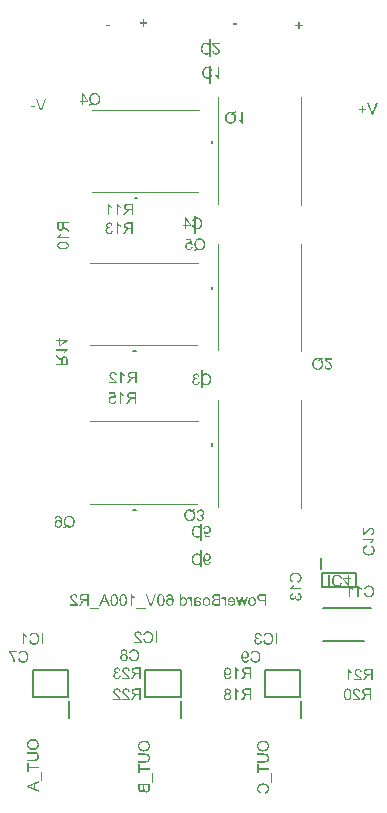
<source format=gbo>
G04*
G04 #@! TF.GenerationSoftware,Altium Limited,Altium Designer,20.0.2 (26)*
G04*
G04 Layer_Color=32896*
%FSLAX25Y25*%
%MOIN*%
G70*
G01*
G75*
%ADD10C,0.00787*%
%ADD54C,0.00394*%
G36*
X595322Y131780D02*
X595417Y131774D01*
X595505Y131758D01*
X595589Y131741D01*
X595666Y131719D01*
X595739Y131697D01*
X595805Y131669D01*
X595866Y131641D01*
X595922Y131614D01*
X595966Y131586D01*
X596005Y131563D01*
X596038Y131541D01*
X596066Y131525D01*
X596083Y131508D01*
X596094Y131502D01*
X596099Y131497D01*
X596155Y131441D01*
X596205Y131380D01*
X596255Y131314D01*
X596293Y131247D01*
X596360Y131114D01*
X596405Y130981D01*
X596421Y130920D01*
X596438Y130859D01*
X596449Y130809D01*
X596460Y130764D01*
X596465Y130726D01*
Y130698D01*
X596471Y130681D01*
Y130675D01*
X595988Y130626D01*
X595977Y130753D01*
X595955Y130864D01*
X595922Y130964D01*
X595883Y131042D01*
X595850Y131108D01*
X595816Y131153D01*
X595794Y131181D01*
X595783Y131192D01*
X595700Y131258D01*
X595611Y131308D01*
X595516Y131347D01*
X595433Y131369D01*
X595356Y131386D01*
X595289Y131392D01*
X595267Y131397D01*
X595233D01*
X595117Y131392D01*
X595011Y131369D01*
X594923Y131336D01*
X594845Y131303D01*
X594784Y131264D01*
X594745Y131236D01*
X594717Y131214D01*
X594706Y131203D01*
X594640Y131125D01*
X594590Y131047D01*
X594551Y130970D01*
X594529Y130892D01*
X594512Y130831D01*
X594506Y130775D01*
X594501Y130742D01*
Y130737D01*
Y130731D01*
X594512Y130631D01*
X594534Y130526D01*
X594573Y130431D01*
X594612Y130342D01*
X594656Y130270D01*
X594695Y130209D01*
X594706Y130187D01*
X594717Y130171D01*
X594728Y130165D01*
Y130159D01*
X594773Y130098D01*
X594828Y130037D01*
X594889Y129971D01*
X594956Y129904D01*
X595095Y129771D01*
X595233Y129638D01*
X595306Y129577D01*
X595367Y129521D01*
X595428Y129471D01*
X595478Y129427D01*
X595516Y129393D01*
X595550Y129366D01*
X595572Y129349D01*
X595577Y129343D01*
X595716Y129227D01*
X595844Y129116D01*
X595949Y129016D01*
X596033Y128933D01*
X596105Y128861D01*
X596155Y128811D01*
X596182Y128777D01*
X596194Y128772D01*
Y128766D01*
X596271Y128672D01*
X596332Y128583D01*
X596388Y128494D01*
X596432Y128417D01*
X596465Y128350D01*
X596488Y128300D01*
X596499Y128267D01*
X596504Y128261D01*
Y128256D01*
X596527Y128195D01*
X596538Y128139D01*
X596549Y128084D01*
X596554Y128034D01*
X596560Y127989D01*
Y127956D01*
Y127934D01*
Y127928D01*
X594012D01*
Y128383D01*
X595905D01*
X595838Y128478D01*
X595805Y128517D01*
X595777Y128555D01*
X595750Y128589D01*
X595727Y128611D01*
X595711Y128628D01*
X595705Y128633D01*
X595677Y128661D01*
X595644Y128689D01*
X595566Y128761D01*
X595478Y128844D01*
X595383Y128927D01*
X595295Y128999D01*
X595256Y129033D01*
X595222Y129066D01*
X595195Y129088D01*
X595172Y129105D01*
X595161Y129116D01*
X595156Y129121D01*
X595067Y129199D01*
X594978Y129271D01*
X594900Y129343D01*
X594828Y129405D01*
X594762Y129466D01*
X594706Y129521D01*
X594651Y129571D01*
X594606Y129615D01*
X594562Y129660D01*
X594529Y129693D01*
X594501Y129721D01*
X594473Y129749D01*
X594445Y129782D01*
X594434Y129793D01*
X594356Y129887D01*
X594290Y129971D01*
X594234Y130054D01*
X594190Y130121D01*
X594157Y130182D01*
X594135Y130226D01*
X594123Y130254D01*
X594118Y130265D01*
X594085Y130348D01*
X594062Y130431D01*
X594040Y130509D01*
X594029Y130576D01*
X594024Y130637D01*
X594018Y130681D01*
Y130709D01*
Y130720D01*
X594024Y130803D01*
X594035Y130881D01*
X594046Y130959D01*
X594068Y131025D01*
X594123Y131158D01*
X594179Y131264D01*
X594212Y131314D01*
X594240Y131353D01*
X594268Y131392D01*
X594296Y131419D01*
X594318Y131441D01*
X594329Y131464D01*
X594340Y131469D01*
X594345Y131475D01*
X594407Y131530D01*
X594473Y131580D01*
X594545Y131619D01*
X594617Y131652D01*
X594762Y131708D01*
X594906Y131747D01*
X594967Y131758D01*
X595028Y131769D01*
X595084Y131774D01*
X595128Y131780D01*
X595167Y131786D01*
X595222D01*
X595322Y131780D01*
D02*
G37*
G36*
X614475Y131691D02*
X614536Y131602D01*
X614608Y131514D01*
X614675Y131436D01*
X614742Y131369D01*
X614792Y131314D01*
X614814Y131297D01*
X614830Y131281D01*
X614836Y131275D01*
X614842Y131269D01*
X614958Y131175D01*
X615075Y131086D01*
X615186Y131009D01*
X615297Y130947D01*
X615391Y130892D01*
X615430Y130870D01*
X615463Y130853D01*
X615491Y130836D01*
X615513Y130831D01*
X615524Y130820D01*
X615530D01*
Y130365D01*
X615447Y130398D01*
X615363Y130437D01*
X615280Y130476D01*
X615202Y130515D01*
X615136Y130548D01*
X615080Y130576D01*
X615047Y130598D01*
X615041Y130603D01*
X615036D01*
X614936Y130664D01*
X614847Y130726D01*
X614769Y130781D01*
X614708Y130831D01*
X614653Y130870D01*
X614620Y130903D01*
X614592Y130925D01*
X614586Y130931D01*
Y127928D01*
X614115D01*
Y131786D01*
X614420D01*
X614475Y131691D01*
D02*
G37*
G36*
X627179Y131780D02*
X627285Y131769D01*
X627385Y131747D01*
X627479Y131719D01*
X627562Y131680D01*
X627645Y131647D01*
X627718Y131602D01*
X627784Y131563D01*
X627840Y131525D01*
X627895Y131480D01*
X627940Y131447D01*
X627973Y131414D01*
X628001Y131380D01*
X628023Y131358D01*
X628034Y131347D01*
X628040Y131342D01*
X628112Y131242D01*
X628173Y131125D01*
X628228Y131003D01*
X628278Y130875D01*
X628317Y130742D01*
X628350Y130609D01*
X628378Y130470D01*
X628400Y130342D01*
X628417Y130215D01*
X628428Y130098D01*
X628439Y129993D01*
X628445Y129904D01*
Y129826D01*
X628450Y129771D01*
Y129749D01*
Y129732D01*
Y129727D01*
Y129721D01*
X628445Y129543D01*
X628434Y129377D01*
X628417Y129221D01*
X628389Y129077D01*
X628361Y128949D01*
X628334Y128833D01*
X628300Y128727D01*
X628262Y128633D01*
X628228Y128555D01*
X628195Y128483D01*
X628167Y128428D01*
X628134Y128378D01*
X628112Y128339D01*
X628095Y128317D01*
X628084Y128300D01*
X628078Y128295D01*
X628006Y128217D01*
X627928Y128150D01*
X627851Y128095D01*
X627773Y128045D01*
X627690Y128000D01*
X627612Y127967D01*
X627534Y127939D01*
X627457Y127917D01*
X627390Y127901D01*
X627323Y127884D01*
X627268Y127873D01*
X627218Y127867D01*
X627174D01*
X627146Y127862D01*
X627118D01*
X626991Y127867D01*
X626874Y127889D01*
X626768Y127912D01*
X626674Y127945D01*
X626602Y127973D01*
X626546Y128000D01*
X626524Y128006D01*
X626508Y128017D01*
X626502Y128023D01*
X626497D01*
X626402Y128089D01*
X626313Y128167D01*
X626241Y128245D01*
X626180Y128322D01*
X626130Y128394D01*
X626097Y128450D01*
X626086Y128472D01*
X626075Y128489D01*
X626069Y128494D01*
Y128500D01*
X626014Y128616D01*
X625975Y128739D01*
X625947Y128850D01*
X625931Y128955D01*
X625914Y129044D01*
Y129077D01*
X625908Y129110D01*
Y129138D01*
Y129155D01*
Y129166D01*
Y129172D01*
X625914Y129271D01*
X625925Y129366D01*
X625942Y129460D01*
X625958Y129543D01*
X625986Y129621D01*
X626014Y129699D01*
X626042Y129765D01*
X626075Y129826D01*
X626108Y129882D01*
X626136Y129932D01*
X626164Y129971D01*
X626191Y130009D01*
X626208Y130037D01*
X626225Y130054D01*
X626236Y130065D01*
X626241Y130071D01*
X626302Y130132D01*
X626369Y130187D01*
X626441Y130231D01*
X626508Y130270D01*
X626574Y130309D01*
X626641Y130337D01*
X626768Y130376D01*
X626824Y130393D01*
X626880Y130404D01*
X626924Y130409D01*
X626968Y130415D01*
X627002Y130420D01*
X627046D01*
X627146Y130415D01*
X627240Y130398D01*
X627329Y130381D01*
X627407Y130359D01*
X627473Y130331D01*
X627523Y130315D01*
X627557Y130298D01*
X627562Y130293D01*
X627568D01*
X627657Y130237D01*
X627734Y130176D01*
X627806Y130115D01*
X627862Y130048D01*
X627912Y129993D01*
X627951Y129948D01*
X627973Y129915D01*
X627978Y129910D01*
Y130009D01*
X627973Y130109D01*
X627967Y130198D01*
X627956Y130287D01*
X627951Y130365D01*
X627940Y130437D01*
X627928Y130503D01*
X627912Y130564D01*
X627901Y130620D01*
X627890Y130664D01*
X627879Y130703D01*
X627873Y130737D01*
X627862Y130759D01*
X627856Y130775D01*
X627851Y130787D01*
Y130792D01*
X627795Y130903D01*
X627740Y131003D01*
X627679Y131081D01*
X627623Y131147D01*
X627573Y131203D01*
X627534Y131242D01*
X627507Y131264D01*
X627496Y131269D01*
X627429Y131314D01*
X627362Y131342D01*
X627296Y131364D01*
X627229Y131380D01*
X627179Y131392D01*
X627135Y131397D01*
X627096D01*
X626996Y131386D01*
X626902Y131364D01*
X626824Y131330D01*
X626752Y131297D01*
X626696Y131258D01*
X626657Y131225D01*
X626635Y131203D01*
X626624Y131192D01*
X626585Y131142D01*
X626546Y131081D01*
X626513Y131014D01*
X626491Y130947D01*
X626469Y130886D01*
X626452Y130836D01*
X626447Y130803D01*
X626441Y130798D01*
Y130792D01*
X625969Y130831D01*
X626003Y130986D01*
X626053Y131125D01*
X626108Y131247D01*
X626169Y131347D01*
X626230Y131425D01*
X626252Y131458D01*
X626280Y131486D01*
X626297Y131502D01*
X626313Y131519D01*
X626319Y131525D01*
X626325Y131530D01*
X626380Y131575D01*
X626441Y131614D01*
X626563Y131680D01*
X626685Y131725D01*
X626802Y131752D01*
X626907Y131774D01*
X626952Y131780D01*
X626991D01*
X627024Y131786D01*
X627068D01*
X627179Y131780D01*
D02*
G37*
G36*
X636503Y130770D02*
X636620Y130759D01*
X636731Y130742D01*
X636820Y130726D01*
X636897Y130709D01*
X636953Y130692D01*
X636975Y130687D01*
X636992Y130681D01*
X636997Y130675D01*
X637003D01*
X637097Y130637D01*
X637180Y130587D01*
X637253Y130542D01*
X637314Y130498D01*
X637358Y130454D01*
X637391Y130420D01*
X637413Y130398D01*
X637419Y130393D01*
X637469Y130320D01*
X637513Y130243D01*
X637547Y130165D01*
X637574Y130093D01*
X637597Y130021D01*
X637613Y129971D01*
X637619Y129948D01*
Y129932D01*
X637624Y129926D01*
Y129921D01*
X637164Y129860D01*
X637130Y129960D01*
X637097Y130048D01*
X637058Y130121D01*
X637025Y130176D01*
X636992Y130220D01*
X636964Y130248D01*
X636942Y130265D01*
X636936Y130270D01*
X636869Y130309D01*
X636792Y130337D01*
X636709Y130359D01*
X636631Y130370D01*
X636553Y130381D01*
X636498Y130387D01*
X636442D01*
X636314Y130381D01*
X636203Y130365D01*
X636115Y130337D01*
X636037Y130309D01*
X635982Y130276D01*
X635937Y130254D01*
X635909Y130231D01*
X635904Y130226D01*
X635859Y130176D01*
X635826Y130115D01*
X635798Y130048D01*
X635782Y129982D01*
X635771Y129921D01*
X635765Y129865D01*
Y129832D01*
Y129826D01*
Y129821D01*
Y129810D01*
Y129788D01*
Y129749D01*
X635771Y129715D01*
Y129704D01*
Y129699D01*
X635826Y129682D01*
X635887Y129665D01*
X636015Y129632D01*
X636159Y129604D01*
X636292Y129577D01*
X636359Y129566D01*
X636420Y129560D01*
X636476Y129549D01*
X636520Y129543D01*
X636559Y129538D01*
X636587D01*
X636609Y129532D01*
X636614D01*
X636714Y129521D01*
X636797Y129505D01*
X636869Y129493D01*
X636925Y129482D01*
X636969Y129477D01*
X637003Y129466D01*
X637025Y129460D01*
X637031D01*
X637103Y129438D01*
X637164Y129416D01*
X637225Y129388D01*
X637275Y129366D01*
X637319Y129343D01*
X637347Y129321D01*
X637369Y129310D01*
X637375Y129305D01*
X637430Y129266D01*
X637474Y129221D01*
X637519Y129177D01*
X637552Y129133D01*
X637580Y129094D01*
X637602Y129060D01*
X637613Y129038D01*
X637619Y129033D01*
X637646Y128972D01*
X637669Y128905D01*
X637685Y128844D01*
X637697Y128783D01*
X637702Y128733D01*
X637708Y128694D01*
Y128672D01*
Y128661D01*
X637702Y128594D01*
X637697Y128539D01*
X637669Y128422D01*
X637630Y128328D01*
X637585Y128245D01*
X637541Y128178D01*
X637502Y128128D01*
X637474Y128100D01*
X637463Y128089D01*
X637363Y128017D01*
X637253Y127962D01*
X637130Y127923D01*
X637019Y127895D01*
X636919Y127878D01*
X636875Y127873D01*
X636836D01*
X636803Y127867D01*
X636759D01*
X636659Y127873D01*
X636559Y127884D01*
X636470Y127895D01*
X636392Y127912D01*
X636331Y127928D01*
X636281Y127945D01*
X636248Y127951D01*
X636237Y127956D01*
X636142Y127995D01*
X636054Y128045D01*
X635970Y128100D01*
X635887Y128150D01*
X635821Y128200D01*
X635771Y128239D01*
X635737Y128267D01*
X635732Y128278D01*
X635726D01*
X635715Y128206D01*
X635704Y128139D01*
X635693Y128078D01*
X635676Y128028D01*
X635660Y127984D01*
X635648Y127956D01*
X635643Y127934D01*
X635637Y127928D01*
X635144D01*
X635171Y127989D01*
X635199Y128050D01*
X635221Y128106D01*
X635232Y128156D01*
X635249Y128200D01*
X635254Y128234D01*
X635260Y128256D01*
Y128261D01*
X635266Y128300D01*
X635271Y128350D01*
Y128406D01*
X635277Y128467D01*
X635282Y128605D01*
Y128744D01*
X635288Y128877D01*
Y128938D01*
Y128988D01*
Y129033D01*
Y129066D01*
Y129088D01*
Y129094D01*
Y129727D01*
Y129832D01*
X635293Y129926D01*
X635299Y129998D01*
Y130060D01*
X635304Y130104D01*
X635310Y130137D01*
X635316Y130154D01*
Y130159D01*
X635332Y130231D01*
X635354Y130293D01*
X635377Y130342D01*
X635404Y130393D01*
X635427Y130426D01*
X635443Y130454D01*
X635454Y130470D01*
X635460Y130476D01*
X635504Y130520D01*
X635554Y130564D01*
X635610Y130598D01*
X635665Y130631D01*
X635715Y130653D01*
X635754Y130670D01*
X635782Y130681D01*
X635793Y130687D01*
X635882Y130714D01*
X635976Y130737D01*
X636070Y130753D01*
X636165Y130764D01*
X636248Y130770D01*
X636309Y130775D01*
X636370D01*
X636503Y130770D01*
D02*
G37*
G36*
X652260Y127928D02*
X651760D01*
X651200Y130071D01*
X651089Y129593D01*
X650645Y127928D01*
X650162D01*
X649285Y130714D01*
X649746D01*
X650223Y129099D01*
X650384Y128561D01*
X650523Y129094D01*
X650939Y130714D01*
X651422D01*
X651866Y129077D01*
X651888Y128983D01*
X651910Y128900D01*
X651927Y128827D01*
X651943Y128766D01*
X651960Y128711D01*
X651971Y128666D01*
X651982Y128628D01*
X651988Y128594D01*
X651993Y128567D01*
X651999Y128550D01*
X652004Y128522D01*
X652010Y128511D01*
Y128506D01*
X652165Y129105D01*
X652609Y130714D01*
X653103D01*
X652260Y127928D01*
D02*
G37*
G36*
X621174D02*
X620641D01*
X619143Y131769D01*
X619659D01*
X620702Y128977D01*
X620747Y128861D01*
X620786Y128750D01*
X620819Y128644D01*
X620847Y128550D01*
X620874Y128467D01*
X620891Y128406D01*
X620897Y128383D01*
X620902Y128367D01*
X620908Y128356D01*
Y128350D01*
X620974Y128572D01*
X621008Y128677D01*
X621041Y128772D01*
X621069Y128855D01*
X621080Y128888D01*
X621085Y128922D01*
X621096Y128944D01*
X621102Y128961D01*
X621107Y128972D01*
Y128977D01*
X622107Y131769D01*
X622661D01*
X621174Y127928D01*
D02*
G37*
G36*
X647853Y130770D02*
X647953Y130759D01*
X648047Y130742D01*
X648136Y130714D01*
X648219Y130687D01*
X648297Y130653D01*
X648369Y130620D01*
X648430Y130581D01*
X648491Y130548D01*
X648541Y130509D01*
X648586Y130476D01*
X648619Y130448D01*
X648647Y130420D01*
X648669Y130404D01*
X648680Y130393D01*
X648686Y130387D01*
X648746Y130309D01*
X648802Y130226D01*
X648852Y130143D01*
X648896Y130054D01*
X648930Y129960D01*
X648957Y129871D01*
X649002Y129693D01*
X649018Y129615D01*
X649030Y129538D01*
X649035Y129471D01*
X649041Y129410D01*
X649046Y129360D01*
Y129327D01*
Y129299D01*
Y129294D01*
X649041Y129172D01*
X649030Y129055D01*
X649013Y128944D01*
X648991Y128844D01*
X648963Y128750D01*
X648935Y128661D01*
X648902Y128583D01*
X648869Y128511D01*
X648835Y128450D01*
X648802Y128394D01*
X648774Y128350D01*
X648746Y128311D01*
X648724Y128278D01*
X648708Y128256D01*
X648697Y128245D01*
X648691Y128239D01*
X648619Y128173D01*
X648547Y128117D01*
X648469Y128067D01*
X648386Y128023D01*
X648308Y127989D01*
X648225Y127956D01*
X648069Y127912D01*
X647997Y127901D01*
X647931Y127889D01*
X647870Y127878D01*
X647820Y127873D01*
X647781Y127867D01*
X647720D01*
X647548Y127878D01*
X647392Y127906D01*
X647254Y127939D01*
X647198Y127962D01*
X647143Y127984D01*
X647093Y128006D01*
X647048Y128028D01*
X647015Y128045D01*
X646982Y128061D01*
X646959Y128078D01*
X646943Y128089D01*
X646932Y128100D01*
X646926D01*
X646815Y128200D01*
X646726Y128306D01*
X646649Y128417D01*
X646593Y128522D01*
X646549Y128616D01*
X646532Y128661D01*
X646515Y128694D01*
X646504Y128727D01*
X646499Y128750D01*
X646493Y128761D01*
Y128766D01*
X646982Y128827D01*
X647026Y128722D01*
X647076Y128633D01*
X647126Y128555D01*
X647170Y128494D01*
X647209Y128450D01*
X647242Y128417D01*
X647270Y128394D01*
X647276Y128389D01*
X647348Y128345D01*
X647420Y128311D01*
X647498Y128289D01*
X647564Y128272D01*
X647625Y128261D01*
X647675Y128256D01*
X647720D01*
X647786Y128261D01*
X647847Y128267D01*
X647958Y128295D01*
X648058Y128333D01*
X648147Y128378D01*
X648214Y128417D01*
X648264Y128455D01*
X648297Y128483D01*
X648303Y128494D01*
X648308D01*
X648386Y128594D01*
X648447Y128705D01*
X648491Y128827D01*
X648525Y128938D01*
X648541Y129038D01*
X648552Y129083D01*
X648558Y129121D01*
Y129155D01*
X648563Y129177D01*
Y129194D01*
Y129199D01*
X646482D01*
X646477Y129255D01*
Y129294D01*
Y129316D01*
Y129321D01*
X646482Y129449D01*
X646493Y129566D01*
X646510Y129676D01*
X646532Y129782D01*
X646560Y129876D01*
X646588Y129965D01*
X646621Y130043D01*
X646654Y130115D01*
X646688Y130182D01*
X646721Y130237D01*
X646748Y130281D01*
X646776Y130320D01*
X646799Y130354D01*
X646815Y130376D01*
X646826Y130387D01*
X646832Y130393D01*
X646898Y130459D01*
X646971Y130520D01*
X647048Y130570D01*
X647126Y130614D01*
X647204Y130653D01*
X647276Y130681D01*
X647354Y130709D01*
X647420Y130726D01*
X647492Y130742D01*
X647553Y130753D01*
X647609Y130764D01*
X647653Y130770D01*
X647692Y130775D01*
X647748D01*
X647853Y130770D01*
D02*
G37*
G36*
X659264Y127928D02*
X658753D01*
Y129488D01*
X657771D01*
X657626Y129493D01*
X657488Y129505D01*
X657366Y129521D01*
X657255Y129543D01*
X657149Y129566D01*
X657060Y129593D01*
X656977Y129627D01*
X656905Y129660D01*
X656844Y129688D01*
X656788Y129721D01*
X656744Y129749D01*
X656711Y129776D01*
X656683Y129793D01*
X656666Y129810D01*
X656655Y129821D01*
X656650Y129826D01*
X656594Y129893D01*
X656544Y129960D01*
X656505Y130026D01*
X656467Y130098D01*
X656433Y130171D01*
X656411Y130237D01*
X656372Y130365D01*
X656361Y130426D01*
X656350Y130481D01*
X656345Y130531D01*
X656339Y130570D01*
X656333Y130609D01*
Y130631D01*
Y130648D01*
Y130653D01*
X656339Y130759D01*
X656350Y130859D01*
X656372Y130947D01*
X656389Y131025D01*
X656411Y131092D01*
X656433Y131142D01*
X656444Y131169D01*
X656450Y131181D01*
X656494Y131264D01*
X656550Y131336D01*
X656600Y131403D01*
X656650Y131453D01*
X656694Y131491D01*
X656727Y131525D01*
X656750Y131541D01*
X656761Y131547D01*
X656833Y131591D01*
X656916Y131630D01*
X656994Y131663D01*
X657066Y131691D01*
X657133Y131708D01*
X657183Y131719D01*
X657221Y131730D01*
X657233D01*
X657316Y131741D01*
X657410Y131752D01*
X657510Y131758D01*
X657604Y131763D01*
X657688Y131769D01*
X659264D01*
Y127928D01*
D02*
G37*
G36*
X644939Y130770D02*
X644995Y130759D01*
X645050Y130742D01*
X645095Y130726D01*
X645128Y130709D01*
X645161Y130692D01*
X645178Y130681D01*
X645183Y130675D01*
X645233Y130631D01*
X645283Y130576D01*
X645333Y130509D01*
X645378Y130448D01*
X645422Y130387D01*
X645450Y130337D01*
X645472Y130298D01*
X645478Y130293D01*
Y130714D01*
X645905D01*
Y127928D01*
X645433D01*
Y129382D01*
X645428Y129493D01*
X645422Y129593D01*
X645411Y129688D01*
X645394Y129771D01*
X645378Y129838D01*
X645367Y129887D01*
X645361Y129921D01*
X645356Y129932D01*
X645333Y129993D01*
X645305Y130043D01*
X645278Y130087D01*
X645250Y130126D01*
X645222Y130154D01*
X645206Y130176D01*
X645189Y130187D01*
X645183Y130193D01*
X645139Y130226D01*
X645089Y130248D01*
X645039Y130265D01*
X645000Y130276D01*
X644961Y130281D01*
X644934Y130287D01*
X644906D01*
X644845Y130281D01*
X644784Y130270D01*
X644723Y130254D01*
X644673Y130237D01*
X644628Y130220D01*
X644595Y130204D01*
X644573Y130193D01*
X644567Y130187D01*
X644395Y130620D01*
X644490Y130670D01*
X644579Y130709D01*
X644656Y130737D01*
X644728Y130759D01*
X644789Y130770D01*
X644839Y130775D01*
X644878D01*
X644939Y130770D01*
D02*
G37*
G36*
X644073Y127928D02*
X642608D01*
X642475Y127934D01*
X642358Y127939D01*
X642253Y127951D01*
X642164Y127962D01*
X642092Y127973D01*
X642037Y127978D01*
X642003Y127989D01*
X641992D01*
X641898Y128017D01*
X641820Y128045D01*
X641748Y128078D01*
X641687Y128111D01*
X641637Y128134D01*
X641598Y128156D01*
X641576Y128173D01*
X641570Y128178D01*
X641509Y128228D01*
X641454Y128289D01*
X641409Y128350D01*
X641365Y128406D01*
X641332Y128461D01*
X641309Y128500D01*
X641293Y128528D01*
X641287Y128539D01*
X641249Y128628D01*
X641221Y128716D01*
X641198Y128800D01*
X641187Y128877D01*
X641176Y128944D01*
X641171Y128999D01*
Y129033D01*
Y129038D01*
Y129044D01*
X641176Y129166D01*
X641198Y129277D01*
X641232Y129371D01*
X641265Y129460D01*
X641298Y129527D01*
X641332Y129577D01*
X641354Y129610D01*
X641360Y129621D01*
X641437Y129710D01*
X641520Y129782D01*
X641615Y129843D01*
X641698Y129893D01*
X641776Y129932D01*
X641842Y129954D01*
X641864Y129965D01*
X641881Y129971D01*
X641892Y129976D01*
X641898D01*
X641804Y130032D01*
X641720Y130087D01*
X641654Y130148D01*
X641598Y130204D01*
X641554Y130248D01*
X641520Y130293D01*
X641504Y130315D01*
X641498Y130326D01*
X641454Y130409D01*
X641421Y130487D01*
X641393Y130564D01*
X641376Y130637D01*
X641365Y130698D01*
X641360Y130748D01*
Y130775D01*
Y130787D01*
X641365Y130881D01*
X641382Y130975D01*
X641409Y131059D01*
X641437Y131136D01*
X641465Y131203D01*
X641493Y131247D01*
X641509Y131281D01*
X641515Y131292D01*
X641576Y131375D01*
X641643Y131453D01*
X641715Y131514D01*
X641781Y131563D01*
X641837Y131602D01*
X641887Y131630D01*
X641920Y131647D01*
X641926Y131652D01*
X641931D01*
X642037Y131691D01*
X642153Y131719D01*
X642270Y131741D01*
X642381Y131752D01*
X642481Y131763D01*
X642525D01*
X642564Y131769D01*
X644073D01*
Y127928D01*
D02*
G37*
G36*
X633601Y130770D02*
X633656Y130759D01*
X633712Y130742D01*
X633756Y130726D01*
X633789Y130709D01*
X633823Y130692D01*
X633839Y130681D01*
X633845Y130675D01*
X633895Y130631D01*
X633945Y130576D01*
X633995Y130509D01*
X634039Y130448D01*
X634083Y130387D01*
X634111Y130337D01*
X634133Y130298D01*
X634139Y130293D01*
Y130714D01*
X634566D01*
Y127928D01*
X634094D01*
Y129382D01*
X634089Y129493D01*
X634083Y129593D01*
X634072Y129688D01*
X634056Y129771D01*
X634039Y129838D01*
X634028Y129887D01*
X634022Y129921D01*
X634017Y129932D01*
X633995Y129993D01*
X633967Y130043D01*
X633939Y130087D01*
X633911Y130126D01*
X633884Y130154D01*
X633867Y130176D01*
X633850Y130187D01*
X633845Y130193D01*
X633800Y130226D01*
X633750Y130248D01*
X633701Y130265D01*
X633662Y130276D01*
X633623Y130281D01*
X633595Y130287D01*
X633567D01*
X633506Y130281D01*
X633445Y130270D01*
X633384Y130254D01*
X633334Y130237D01*
X633290Y130220D01*
X633256Y130204D01*
X633234Y130193D01*
X633229Y130187D01*
X633057Y130620D01*
X633151Y130670D01*
X633240Y130709D01*
X633318Y130737D01*
X633390Y130759D01*
X633451Y130770D01*
X633501Y130775D01*
X633539D01*
X633601Y130770D01*
D02*
G37*
G36*
X607160Y127928D02*
X606622D01*
X606206Y129094D01*
X604596D01*
X604147Y127928D01*
X603570D01*
X605140Y131769D01*
X605695D01*
X607160Y127928D01*
D02*
G37*
G36*
X600167D02*
X599657D01*
Y129632D01*
X599002D01*
X598941Y129627D01*
X598896D01*
X598858Y129621D01*
X598830Y129615D01*
X598808D01*
X598797Y129610D01*
X598791D01*
X598702Y129582D01*
X598663Y129566D01*
X598630Y129549D01*
X598597Y129532D01*
X598574Y129521D01*
X598563Y129516D01*
X598558Y129510D01*
X598514Y129477D01*
X598469Y129438D01*
X598386Y129355D01*
X598347Y129316D01*
X598319Y129282D01*
X598303Y129260D01*
X598297Y129255D01*
X598242Y129177D01*
X598180Y129094D01*
X598119Y129005D01*
X598058Y128922D01*
X598008Y128844D01*
X597970Y128783D01*
X597953Y128761D01*
X597942Y128744D01*
X597931Y128733D01*
Y128727D01*
X597426Y127928D01*
X596793D01*
X597453Y128972D01*
X597531Y129083D01*
X597603Y129183D01*
X597675Y129266D01*
X597737Y129343D01*
X597792Y129399D01*
X597836Y129443D01*
X597864Y129471D01*
X597875Y129482D01*
X597920Y129516D01*
X597970Y129554D01*
X598069Y129615D01*
X598114Y129638D01*
X598147Y129660D01*
X598169Y129671D01*
X598180Y129676D01*
X598081Y129693D01*
X597986Y129710D01*
X597903Y129738D01*
X597820Y129760D01*
X597748Y129788D01*
X597681Y129821D01*
X597620Y129849D01*
X597564Y129876D01*
X597520Y129910D01*
X597476Y129937D01*
X597442Y129960D01*
X597415Y129982D01*
X597392Y129998D01*
X597376Y130015D01*
X597370Y130021D01*
X597365Y130026D01*
X597320Y130082D01*
X597276Y130137D01*
X597209Y130254D01*
X597165Y130370D01*
X597131Y130481D01*
X597109Y130576D01*
X597104Y130614D01*
Y130653D01*
X597098Y130681D01*
Y130703D01*
Y130714D01*
Y130720D01*
X597104Y130836D01*
X597120Y130942D01*
X597148Y131042D01*
X597176Y131125D01*
X597209Y131197D01*
X597231Y131253D01*
X597254Y131286D01*
X597259Y131292D01*
Y131297D01*
X597326Y131386D01*
X597392Y131464D01*
X597465Y131530D01*
X597531Y131580D01*
X597592Y131619D01*
X597642Y131641D01*
X597675Y131658D01*
X597681Y131663D01*
X597686D01*
X597737Y131680D01*
X597797Y131697D01*
X597920Y131725D01*
X598053Y131741D01*
X598175Y131758D01*
X598291Y131763D01*
X598341D01*
X598386Y131769D01*
X600167D01*
Y127928D01*
D02*
G37*
G36*
X654713Y130770D02*
X654802Y130764D01*
X654974Y130726D01*
X655124Y130675D01*
X655190Y130648D01*
X655251Y130620D01*
X655307Y130592D01*
X655351Y130564D01*
X655395Y130537D01*
X655429Y130515D01*
X655456Y130492D01*
X655479Y130476D01*
X655490Y130470D01*
X655495Y130465D01*
X655573Y130393D01*
X655634Y130309D01*
X655695Y130220D01*
X655739Y130132D01*
X655784Y130037D01*
X655817Y129937D01*
X655845Y129843D01*
X655867Y129754D01*
X655889Y129665D01*
X655900Y129588D01*
X655912Y129510D01*
X655917Y129449D01*
Y129393D01*
X655923Y129355D01*
Y129332D01*
Y129321D01*
X655917Y129194D01*
X655906Y129072D01*
X655889Y128961D01*
X655867Y128855D01*
X655839Y128761D01*
X655812Y128672D01*
X655778Y128589D01*
X655745Y128517D01*
X655712Y128450D01*
X655679Y128394D01*
X655651Y128350D01*
X655623Y128311D01*
X655601Y128278D01*
X655584Y128256D01*
X655573Y128245D01*
X655568Y128239D01*
X655495Y128173D01*
X655423Y128117D01*
X655345Y128067D01*
X655268Y128023D01*
X655190Y127989D01*
X655107Y127956D01*
X654957Y127912D01*
X654890Y127901D01*
X654824Y127889D01*
X654768Y127878D01*
X654718Y127873D01*
X654674Y127867D01*
X654618D01*
X654485Y127873D01*
X654363Y127895D01*
X654247Y127923D01*
X654152Y127951D01*
X654069Y127984D01*
X654036Y127995D01*
X654008Y128006D01*
X653980Y128017D01*
X653964Y128028D01*
X653958Y128034D01*
X653952D01*
X653841Y128106D01*
X653747Y128184D01*
X653664Y128261D01*
X653597Y128339D01*
X653547Y128406D01*
X653508Y128461D01*
X653497Y128483D01*
X653486Y128500D01*
X653481Y128506D01*
Y128511D01*
X653425Y128639D01*
X653386Y128777D01*
X653353Y128916D01*
X653336Y129055D01*
X653325Y129116D01*
Y129172D01*
X653320Y129227D01*
X653314Y129271D01*
Y129310D01*
Y129338D01*
Y129355D01*
Y129360D01*
X653320Y129482D01*
X653331Y129593D01*
X653347Y129699D01*
X653370Y129799D01*
X653397Y129893D01*
X653431Y129976D01*
X653464Y130060D01*
X653497Y130126D01*
X653531Y130187D01*
X653564Y130243D01*
X653597Y130293D01*
X653625Y130331D01*
X653647Y130359D01*
X653664Y130381D01*
X653675Y130393D01*
X653681Y130398D01*
X653753Y130465D01*
X653825Y130520D01*
X653902Y130576D01*
X653980Y130614D01*
X654058Y130653D01*
X654136Y130681D01*
X654285Y130731D01*
X654358Y130742D01*
X654419Y130753D01*
X654474Y130764D01*
X654524Y130770D01*
X654563Y130775D01*
X654618D01*
X654713Y130770D01*
D02*
G37*
G36*
X639500D02*
X639589Y130764D01*
X639761Y130726D01*
X639911Y130675D01*
X639978Y130648D01*
X640039Y130620D01*
X640094Y130592D01*
X640138Y130564D01*
X640183Y130537D01*
X640216Y130515D01*
X640244Y130492D01*
X640266Y130476D01*
X640277Y130470D01*
X640283Y130465D01*
X640360Y130393D01*
X640421Y130309D01*
X640483Y130220D01*
X640527Y130132D01*
X640571Y130037D01*
X640605Y129937D01*
X640632Y129843D01*
X640655Y129754D01*
X640677Y129665D01*
X640688Y129588D01*
X640699Y129510D01*
X640705Y129449D01*
Y129393D01*
X640710Y129355D01*
Y129332D01*
Y129321D01*
X640705Y129194D01*
X640694Y129072D01*
X640677Y128961D01*
X640655Y128855D01*
X640627Y128761D01*
X640599Y128672D01*
X640566Y128589D01*
X640532Y128517D01*
X640499Y128450D01*
X640466Y128394D01*
X640438Y128350D01*
X640410Y128311D01*
X640388Y128278D01*
X640372Y128256D01*
X640360Y128245D01*
X640355Y128239D01*
X640283Y128173D01*
X640211Y128117D01*
X640133Y128067D01*
X640055Y128023D01*
X639978Y127989D01*
X639894Y127956D01*
X639744Y127912D01*
X639678Y127901D01*
X639611Y127889D01*
X639556Y127878D01*
X639506Y127873D01*
X639461Y127867D01*
X639406D01*
X639273Y127873D01*
X639151Y127895D01*
X639034Y127923D01*
X638940Y127951D01*
X638856Y127984D01*
X638823Y127995D01*
X638795Y128006D01*
X638768Y128017D01*
X638751Y128028D01*
X638745Y128034D01*
X638740D01*
X638629Y128106D01*
X638534Y128184D01*
X638451Y128261D01*
X638385Y128339D01*
X638335Y128406D01*
X638296Y128461D01*
X638285Y128483D01*
X638274Y128500D01*
X638268Y128506D01*
Y128511D01*
X638213Y128639D01*
X638174Y128777D01*
X638140Y128916D01*
X638124Y129055D01*
X638113Y129116D01*
Y129172D01*
X638107Y129227D01*
X638102Y129271D01*
Y129310D01*
Y129338D01*
Y129355D01*
Y129360D01*
X638107Y129482D01*
X638118Y129593D01*
X638135Y129699D01*
X638157Y129799D01*
X638185Y129893D01*
X638218Y129976D01*
X638251Y130060D01*
X638285Y130126D01*
X638318Y130187D01*
X638351Y130243D01*
X638385Y130293D01*
X638412Y130331D01*
X638435Y130359D01*
X638451Y130381D01*
X638462Y130393D01*
X638468Y130398D01*
X638540Y130465D01*
X638612Y130520D01*
X638690Y130576D01*
X638768Y130614D01*
X638845Y130653D01*
X638923Y130681D01*
X639073Y130731D01*
X639145Y130742D01*
X639206Y130753D01*
X639262Y130764D01*
X639312Y130770D01*
X639350Y130775D01*
X639406D01*
X639500Y130770D01*
D02*
G37*
G36*
X631009Y130393D02*
X631059Y130454D01*
X631114Y130503D01*
X631164Y130553D01*
X631220Y130592D01*
X631264Y130620D01*
X631297Y130648D01*
X631320Y130659D01*
X631331Y130664D01*
X631403Y130703D01*
X631481Y130731D01*
X631558Y130748D01*
X631630Y130764D01*
X631691Y130770D01*
X631736Y130775D01*
X631780D01*
X631902Y130770D01*
X632019Y130748D01*
X632124Y130720D01*
X632213Y130687D01*
X632291Y130648D01*
X632346Y130620D01*
X632369Y130609D01*
X632385Y130598D01*
X632391Y130592D01*
X632396D01*
X632496Y130520D01*
X632579Y130431D01*
X632652Y130348D01*
X632707Y130265D01*
X632751Y130187D01*
X632785Y130126D01*
X632796Y130104D01*
X632807Y130087D01*
X632812Y130076D01*
Y130071D01*
X632857Y129943D01*
X632890Y129810D01*
X632918Y129682D01*
X632935Y129566D01*
X632946Y129466D01*
Y129421D01*
X632951Y129388D01*
Y129355D01*
Y129332D01*
Y129321D01*
Y129316D01*
X632946Y129160D01*
X632929Y129016D01*
X632901Y128888D01*
X632873Y128777D01*
X632862Y128727D01*
X632851Y128689D01*
X632835Y128650D01*
X632824Y128616D01*
X632812Y128594D01*
X632807Y128578D01*
X632801Y128567D01*
Y128561D01*
X632740Y128444D01*
X632668Y128345D01*
X632596Y128256D01*
X632524Y128184D01*
X632463Y128128D01*
X632413Y128084D01*
X632380Y128061D01*
X632374Y128050D01*
X632369D01*
X632263Y127989D01*
X632158Y127945D01*
X632052Y127912D01*
X631958Y127889D01*
X631880Y127878D01*
X631813Y127873D01*
X631791Y127867D01*
X631758D01*
X631664Y127873D01*
X631575Y127884D01*
X631492Y127906D01*
X631419Y127934D01*
X631347Y127962D01*
X631281Y127995D01*
X631225Y128034D01*
X631175Y128073D01*
X631125Y128111D01*
X631086Y128150D01*
X631053Y128184D01*
X631025Y128211D01*
X631003Y128239D01*
X630986Y128261D01*
X630981Y128272D01*
X630975Y128278D01*
Y127928D01*
X630537D01*
Y131769D01*
X631009D01*
Y130393D01*
D02*
G37*
G36*
X624338Y131774D02*
X624476Y131752D01*
X624593Y131713D01*
X624693Y131675D01*
X624776Y131630D01*
X624809Y131614D01*
X624837Y131591D01*
X624859Y131580D01*
X624876Y131569D01*
X624882Y131558D01*
X624887D01*
X624987Y131469D01*
X625070Y131364D01*
X625142Y131258D01*
X625198Y131158D01*
X625242Y131064D01*
X625265Y131025D01*
X625276Y130986D01*
X625287Y130959D01*
X625298Y130936D01*
X625303Y130925D01*
Y130920D01*
X625325Y130836D01*
X625348Y130753D01*
X625381Y130570D01*
X625409Y130387D01*
X625425Y130215D01*
X625431Y130132D01*
X625436Y130060D01*
Y129993D01*
X625442Y129932D01*
Y129887D01*
Y129849D01*
Y129826D01*
Y129821D01*
X625436Y129627D01*
X625425Y129443D01*
X625409Y129277D01*
X625381Y129121D01*
X625353Y128977D01*
X625320Y128850D01*
X625287Y128733D01*
X625253Y128633D01*
X625220Y128544D01*
X625181Y128467D01*
X625153Y128400D01*
X625126Y128350D01*
X625098Y128306D01*
X625081Y128278D01*
X625070Y128261D01*
X625065Y128256D01*
X625004Y128189D01*
X624937Y128128D01*
X624865Y128073D01*
X624793Y128028D01*
X624721Y127989D01*
X624648Y127956D01*
X624576Y127934D01*
X624510Y127912D01*
X624443Y127895D01*
X624382Y127884D01*
X624327Y127873D01*
X624282Y127867D01*
X624243Y127862D01*
X624188D01*
X624038Y127873D01*
X623899Y127895D01*
X623783Y127934D01*
X623683Y127973D01*
X623599Y128012D01*
X623572Y128034D01*
X623544Y128050D01*
X623522Y128061D01*
X623505Y128073D01*
X623500Y128084D01*
X623494D01*
X623394Y128178D01*
X623311Y128278D01*
X623239Y128389D01*
X623183Y128489D01*
X623139Y128583D01*
X623117Y128622D01*
X623105Y128661D01*
X623094Y128689D01*
X623083Y128711D01*
X623078Y128722D01*
Y128727D01*
X623050Y128811D01*
X623028Y128894D01*
X622995Y129072D01*
X622967Y129255D01*
X622950Y129432D01*
X622945Y129510D01*
X622939Y129582D01*
Y129649D01*
X622933Y129710D01*
Y129754D01*
Y129793D01*
Y129815D01*
Y129821D01*
Y129926D01*
X622939Y130026D01*
Y130115D01*
X622945Y130204D01*
X622956Y130281D01*
X622961Y130359D01*
X622967Y130426D01*
X622978Y130487D01*
X622983Y130542D01*
X622995Y130592D01*
X623000Y130631D01*
X623006Y130664D01*
X623011Y130692D01*
X623017Y130709D01*
X623022Y130720D01*
Y130726D01*
X623056Y130848D01*
X623094Y130959D01*
X623139Y131053D01*
X623172Y131136D01*
X623211Y131208D01*
X623233Y131258D01*
X623255Y131286D01*
X623261Y131297D01*
X623322Y131380D01*
X623383Y131453D01*
X623450Y131514D01*
X623511Y131569D01*
X623566Y131608D01*
X623611Y131636D01*
X623638Y131652D01*
X623644Y131658D01*
X623649D01*
X623738Y131702D01*
X623833Y131730D01*
X623921Y131752D01*
X624005Y131769D01*
X624077Y131780D01*
X624138Y131786D01*
X624188D01*
X624338Y131774D01*
D02*
G37*
G36*
X611800D02*
X611939Y131752D01*
X612055Y131713D01*
X612155Y131675D01*
X612239Y131630D01*
X612272Y131614D01*
X612300Y131591D01*
X612322Y131580D01*
X612338Y131569D01*
X612344Y131558D01*
X612350D01*
X612450Y131469D01*
X612533Y131364D01*
X612605Y131258D01*
X612660Y131158D01*
X612705Y131064D01*
X612727Y131025D01*
X612738Y130986D01*
X612749Y130959D01*
X612760Y130936D01*
X612766Y130925D01*
Y130920D01*
X612788Y130836D01*
X612810Y130753D01*
X612844Y130570D01*
X612871Y130387D01*
X612888Y130215D01*
X612893Y130132D01*
X612899Y130060D01*
Y129993D01*
X612905Y129932D01*
Y129887D01*
Y129849D01*
Y129826D01*
Y129821D01*
X612899Y129627D01*
X612888Y129443D01*
X612871Y129277D01*
X612844Y129121D01*
X612816Y128977D01*
X612782Y128850D01*
X612749Y128733D01*
X612716Y128633D01*
X612683Y128544D01*
X612644Y128467D01*
X612616Y128400D01*
X612588Y128350D01*
X612561Y128306D01*
X612544Y128278D01*
X612533Y128261D01*
X612527Y128256D01*
X612466Y128189D01*
X612400Y128128D01*
X612327Y128073D01*
X612255Y128028D01*
X612183Y127989D01*
X612111Y127956D01*
X612039Y127934D01*
X611972Y127912D01*
X611906Y127895D01*
X611845Y127884D01*
X611789Y127873D01*
X611745Y127867D01*
X611706Y127862D01*
X611650D01*
X611501Y127873D01*
X611362Y127895D01*
X611245Y127934D01*
X611145Y127973D01*
X611062Y128012D01*
X611034Y128034D01*
X611006Y128050D01*
X610984Y128061D01*
X610968Y128073D01*
X610962Y128084D01*
X610957D01*
X610857Y128178D01*
X610773Y128278D01*
X610701Y128389D01*
X610646Y128489D01*
X610601Y128583D01*
X610579Y128622D01*
X610568Y128661D01*
X610557Y128689D01*
X610546Y128711D01*
X610540Y128722D01*
Y128727D01*
X610513Y128811D01*
X610490Y128894D01*
X610457Y129072D01*
X610429Y129255D01*
X610413Y129432D01*
X610407Y129510D01*
X610402Y129582D01*
Y129649D01*
X610396Y129710D01*
Y129754D01*
Y129793D01*
Y129815D01*
Y129821D01*
Y129926D01*
X610402Y130026D01*
Y130115D01*
X610407Y130204D01*
X610418Y130281D01*
X610424Y130359D01*
X610429Y130426D01*
X610440Y130487D01*
X610446Y130542D01*
X610457Y130592D01*
X610463Y130631D01*
X610468Y130664D01*
X610474Y130692D01*
X610479Y130709D01*
X610485Y130720D01*
Y130726D01*
X610518Y130848D01*
X610557Y130959D01*
X610601Y131053D01*
X610635Y131136D01*
X610674Y131208D01*
X610696Y131258D01*
X610718Y131286D01*
X610723Y131297D01*
X610784Y131380D01*
X610846Y131453D01*
X610912Y131514D01*
X610973Y131569D01*
X611029Y131608D01*
X611073Y131636D01*
X611101Y131652D01*
X611106Y131658D01*
X611112D01*
X611201Y131702D01*
X611295Y131730D01*
X611384Y131752D01*
X611467Y131769D01*
X611539Y131780D01*
X611600Y131786D01*
X611650D01*
X611800Y131774D01*
D02*
G37*
G36*
X608814D02*
X608953Y131752D01*
X609070Y131713D01*
X609169Y131675D01*
X609253Y131630D01*
X609286Y131614D01*
X609314Y131591D01*
X609336Y131580D01*
X609353Y131569D01*
X609358Y131558D01*
X609364D01*
X609464Y131469D01*
X609547Y131364D01*
X609619Y131258D01*
X609675Y131158D01*
X609719Y131064D01*
X609741Y131025D01*
X609752Y130986D01*
X609763Y130959D01*
X609774Y130936D01*
X609780Y130925D01*
Y130920D01*
X609802Y130836D01*
X609824Y130753D01*
X609858Y130570D01*
X609885Y130387D01*
X609902Y130215D01*
X609908Y130132D01*
X609913Y130060D01*
Y129993D01*
X609919Y129932D01*
Y129887D01*
Y129849D01*
Y129826D01*
Y129821D01*
X609913Y129627D01*
X609902Y129443D01*
X609885Y129277D01*
X609858Y129121D01*
X609830Y128977D01*
X609797Y128850D01*
X609763Y128733D01*
X609730Y128633D01*
X609697Y128544D01*
X609658Y128467D01*
X609630Y128400D01*
X609602Y128350D01*
X609575Y128306D01*
X609558Y128278D01*
X609547Y128261D01*
X609541Y128256D01*
X609480Y128189D01*
X609414Y128128D01*
X609341Y128073D01*
X609269Y128028D01*
X609197Y127989D01*
X609125Y127956D01*
X609053Y127934D01*
X608986Y127912D01*
X608920Y127895D01*
X608859Y127884D01*
X608803Y127873D01*
X608759Y127867D01*
X608720Y127862D01*
X608664D01*
X608515Y127873D01*
X608376Y127895D01*
X608259Y127934D01*
X608159Y127973D01*
X608076Y128012D01*
X608048Y128034D01*
X608021Y128050D01*
X607998Y128061D01*
X607982Y128073D01*
X607976Y128084D01*
X607971D01*
X607871Y128178D01*
X607788Y128278D01*
X607715Y128389D01*
X607660Y128489D01*
X607616Y128583D01*
X607593Y128622D01*
X607582Y128661D01*
X607571Y128689D01*
X607560Y128711D01*
X607554Y128722D01*
Y128727D01*
X607527Y128811D01*
X607505Y128894D01*
X607471Y129072D01*
X607443Y129255D01*
X607427Y129432D01*
X607421Y129510D01*
X607416Y129582D01*
Y129649D01*
X607410Y129710D01*
Y129754D01*
Y129793D01*
Y129815D01*
Y129821D01*
Y129926D01*
X607416Y130026D01*
Y130115D01*
X607421Y130204D01*
X607432Y130281D01*
X607438Y130359D01*
X607443Y130426D01*
X607454Y130487D01*
X607460Y130542D01*
X607471Y130592D01*
X607477Y130631D01*
X607482Y130664D01*
X607488Y130692D01*
X607493Y130709D01*
X607499Y130720D01*
Y130726D01*
X607532Y130848D01*
X607571Y130959D01*
X607616Y131053D01*
X607649Y131136D01*
X607688Y131208D01*
X607710Y131258D01*
X607732Y131286D01*
X607738Y131297D01*
X607799Y131380D01*
X607860Y131453D01*
X607926Y131514D01*
X607987Y131569D01*
X608043Y131608D01*
X608087Y131636D01*
X608115Y131652D01*
X608120Y131658D01*
X608126D01*
X608215Y131702D01*
X608309Y131730D01*
X608398Y131752D01*
X608481Y131769D01*
X608553Y131780D01*
X608614Y131786D01*
X608664D01*
X608814Y131774D01*
D02*
G37*
G36*
X619182Y126863D02*
X616057D01*
Y127201D01*
X619182D01*
Y126863D01*
D02*
G37*
G36*
X603658D02*
X600534D01*
Y127201D01*
X603658D01*
Y126863D01*
D02*
G37*
G36*
X658511Y82989D02*
X658683Y82967D01*
X658850Y82933D01*
X658922Y82911D01*
X658994Y82889D01*
X659055Y82872D01*
X659111Y82850D01*
X659161Y82833D01*
X659205Y82817D01*
X659238Y82806D01*
X659261Y82795D01*
X659277Y82784D01*
X659283D01*
X659444Y82689D01*
X659583Y82589D01*
X659705Y82478D01*
X659804Y82373D01*
X659888Y82279D01*
X659921Y82240D01*
X659943Y82206D01*
X659966Y82173D01*
X659982Y82151D01*
X659988Y82140D01*
X659993Y82134D01*
X660038Y82051D01*
X660077Y81968D01*
X660143Y81801D01*
X660187Y81640D01*
X660221Y81490D01*
X660232Y81418D01*
X660237Y81357D01*
X660249Y81302D01*
Y81252D01*
X660254Y81218D01*
Y81163D01*
X660243Y80980D01*
X660215Y80808D01*
X660182Y80647D01*
X660160Y80575D01*
X660138Y80508D01*
X660115Y80447D01*
X660093Y80392D01*
X660077Y80347D01*
X660060Y80308D01*
X660043Y80275D01*
X660032Y80247D01*
X660021Y80236D01*
Y80231D01*
X659921Y80075D01*
X659810Y79942D01*
X659693Y79831D01*
X659583Y79737D01*
X659477Y79659D01*
X659438Y79631D01*
X659399Y79609D01*
X659366Y79587D01*
X659344Y79576D01*
X659327Y79564D01*
X659322D01*
X659233Y79520D01*
X659144Y79487D01*
X658966Y79426D01*
X658789Y79381D01*
X658628Y79354D01*
X658556Y79348D01*
X658489Y79337D01*
X658428Y79331D01*
X658378D01*
X658334Y79326D01*
X658306D01*
X658284D01*
X658278D01*
X658067Y79337D01*
X657873Y79359D01*
X657784Y79376D01*
X657695Y79398D01*
X657618Y79420D01*
X657546Y79437D01*
X657479Y79459D01*
X657418Y79481D01*
X657368Y79498D01*
X657324Y79520D01*
X657290Y79531D01*
X657268Y79542D01*
X657252Y79553D01*
X657246D01*
X657085Y79642D01*
X656941Y79748D01*
X656819Y79859D01*
X656719Y79959D01*
X656641Y80053D01*
X656608Y80097D01*
X656580Y80131D01*
X656563Y80164D01*
X656547Y80186D01*
X656541Y80197D01*
X656536Y80203D01*
X656491Y80286D01*
X656452Y80369D01*
X656386Y80530D01*
X656341Y80697D01*
X656314Y80841D01*
X656302Y80908D01*
X656291Y80974D01*
X656286Y81024D01*
Y81074D01*
X656280Y81113D01*
Y81163D01*
X656286Y81313D01*
X656302Y81451D01*
X656330Y81585D01*
X656363Y81712D01*
X656408Y81829D01*
X656452Y81940D01*
X656502Y82040D01*
X656552Y82129D01*
X656602Y82212D01*
X656652Y82284D01*
X656697Y82345D01*
X656741Y82395D01*
X656774Y82434D01*
X656802Y82467D01*
X656819Y82484D01*
X656824Y82489D01*
X656930Y82578D01*
X657041Y82656D01*
X657163Y82728D01*
X657285Y82784D01*
X657412Y82833D01*
X657535Y82878D01*
X657657Y82911D01*
X657773Y82933D01*
X657884Y82956D01*
X657990Y82972D01*
X658084Y82983D01*
X658162Y82994D01*
X658228D01*
X658278Y83000D01*
X658312D01*
X658317D01*
X658323D01*
X658511Y82989D01*
D02*
G37*
G36*
X658783Y78660D02*
X658883Y78654D01*
X658978Y78643D01*
X659061Y78632D01*
X659138Y78621D01*
X659211Y78604D01*
X659277Y78593D01*
X659338Y78582D01*
X659388Y78566D01*
X659433Y78554D01*
X659466Y78543D01*
X659494Y78532D01*
X659516Y78527D01*
X659527Y78521D01*
X659533D01*
X659655Y78460D01*
X659766Y78382D01*
X659855Y78305D01*
X659932Y78221D01*
X659993Y78149D01*
X660038Y78088D01*
X660049Y78066D01*
X660060Y78049D01*
X660071Y78038D01*
Y78033D01*
X660132Y77894D01*
X660176Y77750D01*
X660210Y77600D01*
X660232Y77461D01*
X660237Y77400D01*
X660243Y77339D01*
X660249Y77284D01*
Y77239D01*
X660254Y77200D01*
Y77150D01*
X660243Y76951D01*
X660232Y76862D01*
X660221Y76778D01*
X660204Y76695D01*
X660187Y76623D01*
X660171Y76556D01*
X660149Y76495D01*
X660126Y76440D01*
X660110Y76395D01*
X660093Y76351D01*
X660077Y76318D01*
X660060Y76290D01*
X660054Y76273D01*
X660043Y76262D01*
Y76257D01*
X659960Y76135D01*
X659866Y76035D01*
X659777Y75957D01*
X659688Y75890D01*
X659610Y75841D01*
X659549Y75807D01*
X659527Y75796D01*
X659510Y75785D01*
X659499Y75779D01*
X659494D01*
X659427Y75757D01*
X659355Y75735D01*
X659205Y75702D01*
X659050Y75679D01*
X658900Y75663D01*
X658833Y75657D01*
X658767Y75652D01*
X658711D01*
X658661Y75646D01*
X658622D01*
X658595D01*
X658572D01*
X658567D01*
X656347D01*
Y76157D01*
X658567D01*
X658695D01*
X658817Y76168D01*
X658922Y76179D01*
X659022Y76196D01*
X659111Y76212D01*
X659194Y76235D01*
X659266Y76251D01*
X659327Y76273D01*
X659377Y76296D01*
X659427Y76318D01*
X659460Y76340D01*
X659494Y76357D01*
X659516Y76373D01*
X659533Y76384D01*
X659538Y76390D01*
X659544Y76395D01*
X659588Y76446D01*
X659627Y76501D01*
X659688Y76623D01*
X659732Y76751D01*
X659760Y76884D01*
X659782Y77006D01*
X659788Y77056D01*
Y77106D01*
X659793Y77139D01*
Y77195D01*
X659788Y77311D01*
X659771Y77417D01*
X659755Y77517D01*
X659727Y77594D01*
X659705Y77661D01*
X659688Y77711D01*
X659671Y77739D01*
X659666Y77750D01*
X659616Y77827D01*
X659555Y77894D01*
X659494Y77950D01*
X659438Y77988D01*
X659383Y78022D01*
X659344Y78049D01*
X659316Y78061D01*
X659305Y78066D01*
X659255Y78083D01*
X659205Y78094D01*
X659089Y78116D01*
X658966Y78133D01*
X658844Y78144D01*
X658739Y78149D01*
X658689D01*
X658650Y78155D01*
X658617D01*
X658589D01*
X658572D01*
X658567D01*
X656347D01*
Y78665D01*
X658567D01*
X658678D01*
X658783Y78660D01*
D02*
G37*
G36*
X656802Y73820D02*
X660187D01*
Y73310D01*
X656802D01*
Y72044D01*
X656347D01*
Y75086D01*
X656802D01*
Y73820D01*
D02*
G37*
G36*
X661253Y68892D02*
X660915D01*
Y72017D01*
X661253D01*
Y68892D01*
D02*
G37*
G36*
X658439Y68670D02*
X658634Y68648D01*
X658806Y68620D01*
X658889Y68598D01*
X658961Y68581D01*
X659027Y68564D01*
X659089Y68542D01*
X659144Y68526D01*
X659189Y68515D01*
X659222Y68498D01*
X659249Y68492D01*
X659266Y68481D01*
X659272D01*
X659438Y68398D01*
X659588Y68304D01*
X659716Y68204D01*
X659766Y68154D01*
X659816Y68109D01*
X659860Y68065D01*
X659899Y68021D01*
X659932Y67982D01*
X659954Y67948D01*
X659977Y67926D01*
X659993Y67904D01*
X659999Y67893D01*
X660004Y67887D01*
X660049Y67810D01*
X660088Y67732D01*
X660149Y67565D01*
X660193Y67399D01*
X660221Y67238D01*
X660232Y67160D01*
X660243Y67094D01*
X660249Y67033D01*
Y66983D01*
X660254Y66938D01*
Y66877D01*
X660249Y66766D01*
X660237Y66661D01*
X660226Y66561D01*
X660204Y66466D01*
X660176Y66378D01*
X660149Y66294D01*
X660121Y66217D01*
X660088Y66145D01*
X660060Y66084D01*
X660032Y66023D01*
X660004Y65978D01*
X659977Y65934D01*
X659954Y65906D01*
X659943Y65878D01*
X659932Y65867D01*
X659927Y65862D01*
X659860Y65784D01*
X659793Y65717D01*
X659716Y65656D01*
X659638Y65595D01*
X659483Y65495D01*
X659327Y65418D01*
X659255Y65384D01*
X659189Y65357D01*
X659127Y65334D01*
X659078Y65318D01*
X659033Y65301D01*
X659000Y65290D01*
X658978Y65284D01*
X658972D01*
X658844Y65795D01*
X658933Y65817D01*
X659016Y65845D01*
X659094Y65873D01*
X659166Y65900D01*
X659233Y65934D01*
X659288Y65967D01*
X659344Y66006D01*
X659394Y66039D01*
X659438Y66067D01*
X659472Y66100D01*
X659505Y66128D01*
X659533Y66150D01*
X659549Y66172D01*
X659566Y66189D01*
X659571Y66195D01*
X659577Y66200D01*
X659621Y66256D01*
X659655Y66317D01*
X659716Y66439D01*
X659760Y66555D01*
X659788Y66672D01*
X659810Y66772D01*
X659816Y66811D01*
Y66849D01*
X659821Y66883D01*
Y66922D01*
X659816Y67049D01*
X659793Y67171D01*
X659766Y67282D01*
X659732Y67382D01*
X659699Y67460D01*
X659682Y67493D01*
X659671Y67521D01*
X659660Y67543D01*
X659649Y67560D01*
X659644Y67571D01*
Y67576D01*
X659566Y67682D01*
X659483Y67771D01*
X659388Y67848D01*
X659300Y67910D01*
X659222Y67959D01*
X659155Y67993D01*
X659127Y68004D01*
X659111Y68015D01*
X659100Y68021D01*
X659094D01*
X658950Y68065D01*
X658806Y68098D01*
X658661Y68126D01*
X658528Y68143D01*
X658467Y68148D01*
X658412Y68154D01*
X658361D01*
X658323Y68159D01*
X658289D01*
X658262D01*
X658245D01*
X658239D01*
X658095Y68154D01*
X657962Y68143D01*
X657840Y68120D01*
X657729Y68098D01*
X657634Y68082D01*
X657596Y68071D01*
X657562Y68059D01*
X657535Y68054D01*
X657518Y68048D01*
X657507Y68043D01*
X657501D01*
X657374Y67987D01*
X657257Y67926D01*
X657163Y67860D01*
X657080Y67787D01*
X657013Y67726D01*
X656968Y67676D01*
X656941Y67638D01*
X656930Y67632D01*
Y67627D01*
X656857Y67510D01*
X656802Y67382D01*
X656763Y67260D01*
X656741Y67144D01*
X656724Y67038D01*
X656719Y66994D01*
Y66955D01*
X656713Y66927D01*
Y66883D01*
X656719Y66744D01*
X656741Y66616D01*
X656774Y66511D01*
X656808Y66417D01*
X656846Y66344D01*
X656874Y66289D01*
X656896Y66256D01*
X656907Y66245D01*
X656991Y66156D01*
X657085Y66072D01*
X657185Y66006D01*
X657285Y65950D01*
X657374Y65906D01*
X657418Y65889D01*
X657451Y65878D01*
X657479Y65867D01*
X657501Y65856D01*
X657512Y65851D01*
X657518D01*
X657401Y65351D01*
X657302Y65384D01*
X657213Y65418D01*
X657129Y65462D01*
X657046Y65501D01*
X656974Y65545D01*
X656907Y65595D01*
X656841Y65640D01*
X656785Y65684D01*
X656741Y65728D01*
X656697Y65767D01*
X656658Y65806D01*
X656630Y65834D01*
X656602Y65862D01*
X656586Y65884D01*
X656580Y65895D01*
X656574Y65900D01*
X656525Y65978D01*
X656474Y66056D01*
X656436Y66134D01*
X656402Y66217D01*
X656352Y66383D01*
X656319Y66533D01*
X656302Y66605D01*
X656297Y66666D01*
X656291Y66727D01*
X656286Y66777D01*
X656280Y66816D01*
Y66872D01*
X656291Y67055D01*
X656319Y67232D01*
X656352Y67388D01*
X656375Y67460D01*
X656397Y67527D01*
X656419Y67588D01*
X656441Y67643D01*
X656458Y67687D01*
X656474Y67732D01*
X656491Y67760D01*
X656502Y67782D01*
X656508Y67799D01*
X656513Y67804D01*
X656608Y67954D01*
X656719Y68082D01*
X656830Y68193D01*
X656941Y68287D01*
X657041Y68359D01*
X657085Y68387D01*
X657124Y68409D01*
X657152Y68431D01*
X657174Y68442D01*
X657191Y68448D01*
X657196Y68453D01*
X657368Y68531D01*
X657546Y68587D01*
X657723Y68625D01*
X657884Y68653D01*
X657956Y68664D01*
X658029Y68670D01*
X658084Y68676D01*
X658140D01*
X658178Y68681D01*
X658212D01*
X658234D01*
X658239D01*
X658439Y68670D01*
D02*
G37*
G36*
X618824Y82989D02*
X618996Y82967D01*
X619162Y82933D01*
X619235Y82911D01*
X619307Y82889D01*
X619368Y82872D01*
X619423Y82850D01*
X619473Y82833D01*
X619518Y82817D01*
X619551Y82806D01*
X619573Y82795D01*
X619590Y82784D01*
X619595D01*
X619756Y82689D01*
X619895Y82589D01*
X620017Y82478D01*
X620117Y82373D01*
X620200Y82279D01*
X620234Y82240D01*
X620256Y82206D01*
X620278Y82173D01*
X620295Y82151D01*
X620300Y82140D01*
X620306Y82134D01*
X620350Y82051D01*
X620389Y81968D01*
X620456Y81801D01*
X620500Y81640D01*
X620533Y81490D01*
X620544Y81418D01*
X620550Y81357D01*
X620561Y81302D01*
Y81252D01*
X620567Y81218D01*
Y81163D01*
X620555Y80980D01*
X620528Y80808D01*
X620494Y80647D01*
X620472Y80575D01*
X620450Y80508D01*
X620428Y80447D01*
X620406Y80392D01*
X620389Y80347D01*
X620372Y80308D01*
X620356Y80275D01*
X620345Y80247D01*
X620333Y80236D01*
Y80231D01*
X620234Y80075D01*
X620123Y79942D01*
X620006Y79831D01*
X619895Y79737D01*
X619790Y79659D01*
X619751Y79631D01*
X619712Y79609D01*
X619679Y79587D01*
X619656Y79576D01*
X619640Y79564D01*
X619634D01*
X619545Y79520D01*
X619457Y79487D01*
X619279Y79426D01*
X619101Y79381D01*
X618940Y79354D01*
X618868Y79348D01*
X618802Y79337D01*
X618741Y79331D01*
X618691D01*
X618646Y79326D01*
X618618D01*
X618596D01*
X618591D01*
X618380Y79337D01*
X618186Y79359D01*
X618097Y79376D01*
X618008Y79398D01*
X617930Y79420D01*
X617858Y79437D01*
X617792Y79459D01*
X617731Y79481D01*
X617681Y79498D01*
X617636Y79520D01*
X617603Y79531D01*
X617581Y79542D01*
X617564Y79553D01*
X617558D01*
X617397Y79642D01*
X617253Y79748D01*
X617131Y79859D01*
X617031Y79959D01*
X616954Y80053D01*
X616920Y80097D01*
X616892Y80131D01*
X616876Y80164D01*
X616859Y80186D01*
X616854Y80197D01*
X616848Y80203D01*
X616804Y80286D01*
X616765Y80369D01*
X616698Y80530D01*
X616654Y80697D01*
X616626Y80841D01*
X616615Y80908D01*
X616604Y80974D01*
X616598Y81024D01*
Y81074D01*
X616593Y81113D01*
Y81163D01*
X616598Y81313D01*
X616615Y81451D01*
X616643Y81585D01*
X616676Y81712D01*
X616720Y81829D01*
X616765Y81940D01*
X616815Y82040D01*
X616865Y82129D01*
X616915Y82212D01*
X616965Y82284D01*
X617009Y82345D01*
X617053Y82395D01*
X617087Y82434D01*
X617114Y82467D01*
X617131Y82484D01*
X617137Y82489D01*
X617242Y82578D01*
X617353Y82656D01*
X617475Y82728D01*
X617597Y82784D01*
X617725Y82833D01*
X617847Y82878D01*
X617969Y82911D01*
X618086Y82933D01*
X618197Y82956D01*
X618302Y82972D01*
X618397Y82983D01*
X618474Y82994D01*
X618541D01*
X618591Y83000D01*
X618624D01*
X618630D01*
X618635D01*
X618824Y82989D01*
D02*
G37*
G36*
X619096Y78660D02*
X619196Y78654D01*
X619290Y78643D01*
X619373Y78632D01*
X619451Y78621D01*
X619523Y78604D01*
X619590Y78593D01*
X619651Y78582D01*
X619701Y78566D01*
X619745Y78554D01*
X619778Y78543D01*
X619806Y78532D01*
X619828Y78527D01*
X619839Y78521D01*
X619845D01*
X619967Y78460D01*
X620078Y78382D01*
X620167Y78305D01*
X620245Y78221D01*
X620306Y78149D01*
X620350Y78088D01*
X620361Y78066D01*
X620372Y78049D01*
X620383Y78038D01*
Y78033D01*
X620444Y77894D01*
X620489Y77750D01*
X620522Y77600D01*
X620544Y77461D01*
X620550Y77400D01*
X620555Y77339D01*
X620561Y77284D01*
Y77239D01*
X620567Y77200D01*
Y77150D01*
X620555Y76951D01*
X620544Y76862D01*
X620533Y76778D01*
X620517Y76695D01*
X620500Y76623D01*
X620483Y76556D01*
X620461Y76495D01*
X620439Y76440D01*
X620422Y76395D01*
X620406Y76351D01*
X620389Y76318D01*
X620372Y76290D01*
X620367Y76273D01*
X620356Y76262D01*
Y76257D01*
X620272Y76135D01*
X620178Y76035D01*
X620089Y75957D01*
X620001Y75890D01*
X619923Y75841D01*
X619862Y75807D01*
X619839Y75796D01*
X619823Y75785D01*
X619812Y75779D01*
X619806D01*
X619740Y75757D01*
X619667Y75735D01*
X619518Y75702D01*
X619362Y75679D01*
X619212Y75663D01*
X619146Y75657D01*
X619079Y75652D01*
X619024D01*
X618974Y75646D01*
X618935D01*
X618907D01*
X618885D01*
X618879D01*
X616659D01*
Y76157D01*
X618879D01*
X619007D01*
X619129Y76168D01*
X619235Y76179D01*
X619335Y76196D01*
X619423Y76212D01*
X619507Y76235D01*
X619579Y76251D01*
X619640Y76273D01*
X619690Y76296D01*
X619740Y76318D01*
X619773Y76340D01*
X619806Y76357D01*
X619828Y76373D01*
X619845Y76384D01*
X619851Y76390D01*
X619856Y76395D01*
X619901Y76446D01*
X619940Y76501D01*
X620001Y76623D01*
X620045Y76751D01*
X620073Y76884D01*
X620095Y77006D01*
X620100Y77056D01*
Y77106D01*
X620106Y77139D01*
Y77195D01*
X620100Y77311D01*
X620084Y77417D01*
X620067Y77517D01*
X620039Y77594D01*
X620017Y77661D01*
X620001Y77711D01*
X619984Y77739D01*
X619978Y77750D01*
X619928Y77827D01*
X619867Y77894D01*
X619806Y77950D01*
X619751Y77988D01*
X619695Y78022D01*
X619656Y78049D01*
X619629Y78061D01*
X619618Y78066D01*
X619568Y78083D01*
X619518Y78094D01*
X619401Y78116D01*
X619279Y78133D01*
X619157Y78144D01*
X619052Y78149D01*
X619001D01*
X618963Y78155D01*
X618929D01*
X618902D01*
X618885D01*
X618879D01*
X616659D01*
Y78665D01*
X618879D01*
X618990D01*
X619096Y78660D01*
D02*
G37*
G36*
X617114Y73820D02*
X620500D01*
Y73310D01*
X617114D01*
Y72044D01*
X616659D01*
Y75086D01*
X617114D01*
Y73820D01*
D02*
G37*
G36*
X621566Y68892D02*
X621227D01*
Y72017D01*
X621566D01*
Y68892D01*
D02*
G37*
G36*
X620500Y67088D02*
X620494Y66955D01*
X620489Y66838D01*
X620478Y66733D01*
X620467Y66644D01*
X620456Y66572D01*
X620450Y66517D01*
X620439Y66483D01*
Y66472D01*
X620411Y66378D01*
X620383Y66300D01*
X620350Y66228D01*
X620317Y66167D01*
X620295Y66117D01*
X620272Y66078D01*
X620256Y66056D01*
X620250Y66050D01*
X620200Y65989D01*
X620139Y65934D01*
X620078Y65889D01*
X620023Y65845D01*
X619967Y65812D01*
X619928Y65789D01*
X619901Y65773D01*
X619889Y65767D01*
X619801Y65728D01*
X619712Y65701D01*
X619629Y65678D01*
X619551Y65667D01*
X619484Y65656D01*
X619429Y65651D01*
X619396D01*
X619390D01*
X619384D01*
X619262Y65656D01*
X619151Y65678D01*
X619057Y65712D01*
X618968Y65745D01*
X618902Y65778D01*
X618852Y65812D01*
X618818Y65834D01*
X618807Y65839D01*
X618718Y65917D01*
X618646Y66000D01*
X618585Y66095D01*
X618535Y66178D01*
X618497Y66256D01*
X618474Y66322D01*
X618463Y66344D01*
X618458Y66361D01*
X618452Y66372D01*
Y66378D01*
X618397Y66283D01*
X618341Y66200D01*
X618280Y66134D01*
X618224Y66078D01*
X618180Y66034D01*
X618136Y66000D01*
X618114Y65984D01*
X618102Y65978D01*
X618019Y65934D01*
X617941Y65900D01*
X617864Y65873D01*
X617792Y65856D01*
X617731Y65845D01*
X617681Y65839D01*
X617653D01*
X617642D01*
X617547Y65845D01*
X617453Y65862D01*
X617370Y65889D01*
X617292Y65917D01*
X617226Y65945D01*
X617181Y65973D01*
X617148Y65989D01*
X617137Y65995D01*
X617053Y66056D01*
X616976Y66123D01*
X616915Y66195D01*
X616865Y66261D01*
X616826Y66317D01*
X616798Y66367D01*
X616782Y66400D01*
X616776Y66405D01*
Y66411D01*
X616737Y66517D01*
X616709Y66633D01*
X616687Y66750D01*
X616676Y66861D01*
X616665Y66961D01*
Y67005D01*
X616659Y67044D01*
Y68553D01*
X620500D01*
Y67088D01*
D02*
G37*
G36*
X581787Y83489D02*
X581959Y83467D01*
X582126Y83433D01*
X582198Y83411D01*
X582270Y83389D01*
X582331Y83372D01*
X582387Y83350D01*
X582437Y83333D01*
X582481Y83317D01*
X582514Y83306D01*
X582537Y83295D01*
X582553Y83284D01*
X582559D01*
X582720Y83189D01*
X582858Y83089D01*
X582981Y82978D01*
X583080Y82873D01*
X583164Y82779D01*
X583197Y82740D01*
X583219Y82706D01*
X583241Y82673D01*
X583258Y82651D01*
X583264Y82640D01*
X583269Y82634D01*
X583314Y82551D01*
X583352Y82468D01*
X583419Y82301D01*
X583463Y82140D01*
X583497Y81990D01*
X583508Y81918D01*
X583513Y81857D01*
X583524Y81802D01*
Y81752D01*
X583530Y81718D01*
Y81663D01*
X583519Y81480D01*
X583491Y81308D01*
X583458Y81147D01*
X583436Y81075D01*
X583414Y81008D01*
X583391Y80947D01*
X583369Y80892D01*
X583352Y80847D01*
X583336Y80808D01*
X583319Y80775D01*
X583308Y80747D01*
X583297Y80736D01*
Y80730D01*
X583197Y80575D01*
X583086Y80442D01*
X582969Y80331D01*
X582858Y80237D01*
X582753Y80159D01*
X582714Y80131D01*
X582675Y80109D01*
X582642Y80087D01*
X582620Y80076D01*
X582603Y80064D01*
X582598D01*
X582509Y80020D01*
X582420Y79987D01*
X582242Y79926D01*
X582065Y79881D01*
X581904Y79854D01*
X581832Y79848D01*
X581765Y79837D01*
X581704Y79831D01*
X581654D01*
X581610Y79826D01*
X581582D01*
X581560D01*
X581554D01*
X581343Y79837D01*
X581149Y79859D01*
X581060Y79876D01*
X580971Y79898D01*
X580894Y79920D01*
X580822Y79937D01*
X580755Y79959D01*
X580694Y79981D01*
X580644Y79998D01*
X580600Y80020D01*
X580566Y80031D01*
X580544Y80042D01*
X580527Y80053D01*
X580522D01*
X580361Y80142D01*
X580217Y80248D01*
X580094Y80359D01*
X579995Y80459D01*
X579917Y80553D01*
X579884Y80597D01*
X579856Y80631D01*
X579839Y80664D01*
X579823Y80686D01*
X579817Y80697D01*
X579811Y80703D01*
X579767Y80786D01*
X579728Y80869D01*
X579662Y81030D01*
X579617Y81197D01*
X579590Y81341D01*
X579578Y81408D01*
X579567Y81474D01*
X579562Y81524D01*
Y81574D01*
X579556Y81613D01*
Y81663D01*
X579562Y81813D01*
X579578Y81951D01*
X579606Y82085D01*
X579639Y82212D01*
X579684Y82329D01*
X579728Y82440D01*
X579778Y82540D01*
X579828Y82629D01*
X579878Y82712D01*
X579928Y82784D01*
X579973Y82845D01*
X580017Y82895D01*
X580050Y82934D01*
X580078Y82967D01*
X580094Y82984D01*
X580100Y82989D01*
X580206Y83078D01*
X580317Y83156D01*
X580439Y83228D01*
X580561Y83284D01*
X580688Y83333D01*
X580810Y83378D01*
X580933Y83411D01*
X581049Y83433D01*
X581160Y83456D01*
X581266Y83472D01*
X581360Y83483D01*
X581438Y83494D01*
X581504D01*
X581554Y83500D01*
X581588D01*
X581593D01*
X581599D01*
X581787Y83489D01*
D02*
G37*
G36*
X582059Y79160D02*
X582159Y79154D01*
X582254Y79143D01*
X582337Y79132D01*
X582414Y79121D01*
X582487Y79104D01*
X582553Y79093D01*
X582614Y79082D01*
X582664Y79066D01*
X582709Y79054D01*
X582742Y79043D01*
X582770Y79032D01*
X582792Y79027D01*
X582803Y79021D01*
X582808D01*
X582931Y78960D01*
X583042Y78882D01*
X583130Y78805D01*
X583208Y78721D01*
X583269Y78649D01*
X583314Y78588D01*
X583325Y78566D01*
X583336Y78549D01*
X583347Y78538D01*
Y78533D01*
X583408Y78394D01*
X583452Y78250D01*
X583486Y78100D01*
X583508Y77961D01*
X583513Y77900D01*
X583519Y77839D01*
X583524Y77784D01*
Y77739D01*
X583530Y77700D01*
Y77650D01*
X583519Y77451D01*
X583508Y77362D01*
X583497Y77278D01*
X583480Y77195D01*
X583463Y77123D01*
X583447Y77056D01*
X583425Y76995D01*
X583402Y76940D01*
X583386Y76895D01*
X583369Y76851D01*
X583352Y76818D01*
X583336Y76790D01*
X583330Y76773D01*
X583319Y76762D01*
Y76757D01*
X583236Y76635D01*
X583142Y76535D01*
X583053Y76457D01*
X582964Y76390D01*
X582886Y76341D01*
X582825Y76307D01*
X582803Y76296D01*
X582786Y76285D01*
X582775Y76279D01*
X582770D01*
X582703Y76257D01*
X582631Y76235D01*
X582481Y76202D01*
X582326Y76179D01*
X582176Y76163D01*
X582109Y76157D01*
X582043Y76152D01*
X581987D01*
X581937Y76146D01*
X581898D01*
X581871D01*
X581848D01*
X581843D01*
X579623D01*
Y76657D01*
X581843D01*
X581970D01*
X582093Y76668D01*
X582198Y76679D01*
X582298Y76696D01*
X582387Y76712D01*
X582470Y76735D01*
X582542Y76751D01*
X582603Y76773D01*
X582653Y76796D01*
X582703Y76818D01*
X582736Y76840D01*
X582770Y76857D01*
X582792Y76873D01*
X582808Y76884D01*
X582814Y76890D01*
X582820Y76895D01*
X582864Y76945D01*
X582903Y77001D01*
X582964Y77123D01*
X583008Y77251D01*
X583036Y77384D01*
X583058Y77506D01*
X583064Y77556D01*
Y77606D01*
X583069Y77639D01*
Y77695D01*
X583064Y77811D01*
X583047Y77917D01*
X583031Y78017D01*
X583003Y78094D01*
X582981Y78161D01*
X582964Y78211D01*
X582947Y78239D01*
X582942Y78250D01*
X582892Y78327D01*
X582831Y78394D01*
X582770Y78449D01*
X582714Y78488D01*
X582659Y78522D01*
X582620Y78549D01*
X582592Y78561D01*
X582581Y78566D01*
X582531Y78583D01*
X582481Y78594D01*
X582365Y78616D01*
X582242Y78633D01*
X582120Y78644D01*
X582015Y78649D01*
X581965D01*
X581926Y78655D01*
X581893D01*
X581865D01*
X581848D01*
X581843D01*
X579623D01*
Y79165D01*
X581843D01*
X581954D01*
X582059Y79160D01*
D02*
G37*
G36*
X580078Y74320D02*
X583463D01*
Y73810D01*
X580078D01*
Y72544D01*
X579623D01*
Y75586D01*
X580078D01*
Y74320D01*
D02*
G37*
G36*
X584529Y69392D02*
X584190D01*
Y72517D01*
X584529D01*
Y69392D01*
D02*
G37*
G36*
X583463Y68915D02*
X582298Y68498D01*
Y66889D01*
X583463Y66439D01*
Y65862D01*
X579623Y67433D01*
Y67988D01*
X583463Y69453D01*
Y68915D01*
D02*
G37*
G36*
X607266Y321154D02*
X605807D01*
Y321626D01*
X607266D01*
Y321154D01*
D02*
G37*
G36*
X618602Y322355D02*
X619646D01*
Y321917D01*
X618602D01*
Y320862D01*
X618158D01*
Y321917D01*
X617115D01*
Y322355D01*
X618158D01*
Y323399D01*
X618602D01*
Y322355D01*
D02*
G37*
G36*
X670457Y321615D02*
X671500D01*
Y321176D01*
X670457D01*
Y320122D01*
X670013D01*
Y321176D01*
X668969D01*
Y321615D01*
X670013D01*
Y322658D01*
X670457D01*
Y321615D01*
D02*
G37*
G36*
X649558Y321654D02*
X648098D01*
Y322126D01*
X649558D01*
Y321654D01*
D02*
G37*
G36*
X691605Y293615D02*
X692648D01*
Y293176D01*
X691605D01*
Y292122D01*
X691161D01*
Y293176D01*
X690118D01*
Y293615D01*
X691161D01*
Y294658D01*
X691605D01*
Y293615D01*
D02*
G37*
G36*
X695018Y291500D02*
X694485D01*
X692987Y295341D01*
X693503D01*
X694546Y292549D01*
X694591Y292432D01*
X694630Y292321D01*
X694663Y292216D01*
X694691Y292122D01*
X694719Y292038D01*
X694735Y291977D01*
X694741Y291955D01*
X694746Y291938D01*
X694752Y291927D01*
Y291922D01*
X694818Y292144D01*
X694852Y292249D01*
X694885Y292344D01*
X694913Y292427D01*
X694924Y292460D01*
X694929Y292493D01*
X694940Y292516D01*
X694946Y292532D01*
X694952Y292543D01*
Y292549D01*
X695951Y295341D01*
X696506D01*
X695018Y291500D01*
D02*
G37*
G36*
X582276Y294154D02*
X580816D01*
Y294626D01*
X582276D01*
Y294154D01*
D02*
G37*
G36*
X584518Y293000D02*
X583985D01*
X582487Y296841D01*
X583003D01*
X584046Y294049D01*
X584091Y293932D01*
X584130Y293821D01*
X584163Y293716D01*
X584191Y293622D01*
X584219Y293538D01*
X584235Y293477D01*
X584241Y293455D01*
X584246Y293439D01*
X584252Y293427D01*
Y293422D01*
X584318Y293644D01*
X584352Y293749D01*
X584385Y293844D01*
X584413Y293927D01*
X584424Y293960D01*
X584429Y293993D01*
X584440Y294016D01*
X584446Y294032D01*
X584452Y294043D01*
Y294049D01*
X585451Y296841D01*
X586006D01*
X584518Y293000D01*
D02*
G37*
G36*
X649335Y292450D02*
X649224Y292400D01*
X649107Y292350D01*
X648996Y292289D01*
X648896Y292228D01*
X648813Y292178D01*
X648774Y292156D01*
X648746Y292134D01*
X648719Y292117D01*
X648702Y292106D01*
X648691Y292095D01*
X648686D01*
X648785Y291984D01*
X648874Y291873D01*
X648952Y291762D01*
X649013Y291656D01*
X649057Y291568D01*
X649074Y291529D01*
X649091Y291495D01*
X649102Y291473D01*
X649113Y291451D01*
X649118Y291440D01*
Y291434D01*
X649168Y291290D01*
X649202Y291140D01*
X649229Y290996D01*
X649246Y290863D01*
X649252Y290807D01*
X649257Y290752D01*
Y290702D01*
X649263Y290657D01*
Y290624D01*
Y290602D01*
Y290585D01*
Y290580D01*
X649252Y290374D01*
X649229Y290180D01*
X649213Y290091D01*
X649191Y290008D01*
X649168Y289930D01*
X649152Y289858D01*
X649129Y289792D01*
X649107Y289731D01*
X649091Y289681D01*
X649068Y289636D01*
X649057Y289603D01*
X649046Y289581D01*
X649035Y289564D01*
Y289559D01*
X648946Y289398D01*
X648841Y289253D01*
X648730Y289131D01*
X648630Y289031D01*
X648536Y288953D01*
X648491Y288920D01*
X648458Y288893D01*
X648425Y288876D01*
X648402Y288859D01*
X648391Y288854D01*
X648386Y288848D01*
X648303Y288804D01*
X648219Y288765D01*
X648058Y288698D01*
X647892Y288654D01*
X647748Y288626D01*
X647681Y288615D01*
X647614Y288604D01*
X647564Y288598D01*
X647514D01*
X647476Y288593D01*
X647326D01*
X647231Y288604D01*
X647054Y288632D01*
X646893Y288670D01*
X646821Y288693D01*
X646748Y288715D01*
X646688Y288737D01*
X646632Y288759D01*
X646588Y288781D01*
X646549Y288798D01*
X646515Y288815D01*
X646493Y288826D01*
X646477Y288831D01*
X646471Y288837D01*
X646321Y288937D01*
X646194Y289054D01*
X646077Y289170D01*
X645988Y289281D01*
X645911Y289387D01*
X645883Y289431D01*
X645860Y289470D01*
X645838Y289503D01*
X645827Y289525D01*
X645822Y289542D01*
X645816Y289547D01*
X645738Y289725D01*
X645683Y289908D01*
X645644Y290080D01*
X645616Y290241D01*
X645605Y290313D01*
X645600Y290380D01*
X645594Y290441D01*
Y290491D01*
X645589Y290530D01*
Y290558D01*
Y290580D01*
Y290585D01*
X645600Y290791D01*
X645622Y290985D01*
X645644Y291079D01*
X645661Y291162D01*
X645683Y291240D01*
X645705Y291312D01*
X645722Y291379D01*
X645744Y291440D01*
X645766Y291490D01*
X645783Y291534D01*
X645794Y291568D01*
X645805Y291590D01*
X645816Y291606D01*
Y291612D01*
X645911Y291773D01*
X646016Y291912D01*
X646121Y292034D01*
X646227Y292134D01*
X646321Y292211D01*
X646360Y292245D01*
X646399Y292272D01*
X646427Y292289D01*
X646449Y292306D01*
X646460Y292311D01*
X646465Y292317D01*
X646549Y292361D01*
X646626Y292400D01*
X646793Y292461D01*
X646954Y292506D01*
X647098Y292533D01*
X647165Y292544D01*
X647226Y292555D01*
X647281Y292561D01*
X647326D01*
X647365Y292567D01*
X647414D01*
X647509Y292561D01*
X647603Y292555D01*
X647781Y292528D01*
X647942Y292489D01*
X648014Y292467D01*
X648080Y292444D01*
X648142Y292422D01*
X648197Y292406D01*
X648242Y292383D01*
X648286Y292367D01*
X648314Y292350D01*
X648341Y292339D01*
X648352Y292328D01*
X648358D01*
X648513Y292439D01*
X648663Y292539D01*
X648802Y292617D01*
X648924Y292683D01*
X648980Y292711D01*
X649030Y292733D01*
X649074Y292755D01*
X649113Y292772D01*
X649146Y292783D01*
X649168Y292794D01*
X649179Y292800D01*
X649185D01*
X649335Y292450D01*
D02*
G37*
G36*
X651527Y288643D02*
X651222D01*
X651166Y288737D01*
X651105Y288826D01*
X651033Y288915D01*
X650967Y288992D01*
X650900Y289059D01*
X650850Y289114D01*
X650828Y289131D01*
X650811Y289148D01*
X650806Y289153D01*
X650800Y289159D01*
X650683Y289253D01*
X650567Y289342D01*
X650456Y289420D01*
X650345Y289481D01*
X650251Y289536D01*
X650212Y289559D01*
X650178Y289575D01*
X650151Y289592D01*
X650129Y289597D01*
X650117Y289608D01*
X650112D01*
Y290064D01*
X650195Y290030D01*
X650278Y289991D01*
X650362Y289953D01*
X650439Y289914D01*
X650506Y289880D01*
X650561Y289853D01*
X650595Y289830D01*
X650600Y289825D01*
X650606D01*
X650706Y289764D01*
X650795Y289703D01*
X650872Y289647D01*
X650933Y289597D01*
X650989Y289559D01*
X651022Y289525D01*
X651050Y289503D01*
X651055Y289497D01*
Y292500D01*
X651527D01*
Y288643D01*
D02*
G37*
G36*
X635746Y159950D02*
X635635Y159900D01*
X635519Y159850D01*
X635408Y159789D01*
X635308Y159728D01*
X635224Y159678D01*
X635186Y159656D01*
X635158Y159634D01*
X635130Y159617D01*
X635114Y159606D01*
X635103Y159595D01*
X635097D01*
X635197Y159484D01*
X635286Y159373D01*
X635363Y159262D01*
X635424Y159156D01*
X635469Y159068D01*
X635485Y159029D01*
X635502Y158995D01*
X635513Y158973D01*
X635524Y158951D01*
X635530Y158940D01*
Y158934D01*
X635580Y158790D01*
X635613Y158640D01*
X635641Y158496D01*
X635657Y158363D01*
X635663Y158307D01*
X635669Y158252D01*
Y158202D01*
X635674Y158157D01*
Y158124D01*
Y158102D01*
Y158085D01*
Y158080D01*
X635663Y157874D01*
X635641Y157680D01*
X635624Y157591D01*
X635602Y157508D01*
X635580Y157430D01*
X635563Y157358D01*
X635541Y157292D01*
X635519Y157230D01*
X635502Y157181D01*
X635480Y157136D01*
X635469Y157103D01*
X635458Y157081D01*
X635447Y157064D01*
Y157059D01*
X635358Y156898D01*
X635252Y156753D01*
X635141Y156631D01*
X635041Y156531D01*
X634947Y156454D01*
X634903Y156420D01*
X634869Y156393D01*
X634836Y156376D01*
X634814Y156359D01*
X634803Y156354D01*
X634797Y156348D01*
X634714Y156304D01*
X634631Y156265D01*
X634470Y156198D01*
X634303Y156154D01*
X634159Y156126D01*
X634092Y156115D01*
X634026Y156104D01*
X633976Y156098D01*
X633926D01*
X633887Y156093D01*
X633737D01*
X633643Y156104D01*
X633465Y156132D01*
X633304Y156170D01*
X633232Y156193D01*
X633160Y156215D01*
X633099Y156237D01*
X633043Y156259D01*
X632999Y156281D01*
X632960Y156298D01*
X632927Y156315D01*
X632905Y156326D01*
X632888Y156331D01*
X632882Y156337D01*
X632733Y156437D01*
X632605Y156553D01*
X632488Y156670D01*
X632400Y156781D01*
X632322Y156886D01*
X632294Y156931D01*
X632272Y156970D01*
X632250Y157003D01*
X632239Y157025D01*
X632233Y157042D01*
X632228Y157047D01*
X632150Y157225D01*
X632094Y157408D01*
X632056Y157580D01*
X632028Y157741D01*
X632017Y157813D01*
X632011Y157880D01*
X632006Y157941D01*
Y157991D01*
X632000Y158030D01*
Y158057D01*
Y158080D01*
Y158085D01*
X632011Y158291D01*
X632033Y158485D01*
X632056Y158579D01*
X632072Y158662D01*
X632094Y158740D01*
X632117Y158812D01*
X632133Y158879D01*
X632155Y158940D01*
X632178Y158990D01*
X632194Y159034D01*
X632205Y159068D01*
X632216Y159090D01*
X632228Y159106D01*
Y159112D01*
X632322Y159273D01*
X632427Y159412D01*
X632533Y159534D01*
X632638Y159634D01*
X632733Y159711D01*
X632771Y159745D01*
X632810Y159773D01*
X632838Y159789D01*
X632860Y159806D01*
X632871Y159811D01*
X632877Y159817D01*
X632960Y159861D01*
X633038Y159900D01*
X633204Y159961D01*
X633365Y160005D01*
X633510Y160033D01*
X633576Y160044D01*
X633637Y160055D01*
X633693Y160061D01*
X633737D01*
X633776Y160067D01*
X633826D01*
X633920Y160061D01*
X634015Y160055D01*
X634192Y160028D01*
X634353Y159989D01*
X634425Y159967D01*
X634492Y159944D01*
X634553Y159922D01*
X634609Y159906D01*
X634653Y159883D01*
X634697Y159867D01*
X634725Y159850D01*
X634753Y159839D01*
X634764Y159828D01*
X634769D01*
X634925Y159939D01*
X635075Y160039D01*
X635214Y160117D01*
X635335Y160183D01*
X635391Y160211D01*
X635441Y160233D01*
X635485Y160255D01*
X635524Y160272D01*
X635558Y160283D01*
X635580Y160294D01*
X635591Y160300D01*
X635596D01*
X635746Y159950D01*
D02*
G37*
G36*
X637489Y160061D02*
X637583Y160050D01*
X637678Y160033D01*
X637766Y160011D01*
X637850Y159983D01*
X637922Y159956D01*
X637994Y159922D01*
X638055Y159889D01*
X638116Y159861D01*
X638166Y159828D01*
X638210Y159800D01*
X638244Y159773D01*
X638272Y159750D01*
X638294Y159734D01*
X638305Y159722D01*
X638310Y159717D01*
X638377Y159650D01*
X638432Y159578D01*
X638482Y159506D01*
X638527Y159434D01*
X638560Y159367D01*
X638593Y159295D01*
X638638Y159162D01*
X638649Y159101D01*
X638660Y159045D01*
X638671Y158995D01*
X638677Y158951D01*
X638682Y158918D01*
Y158890D01*
Y158873D01*
Y158868D01*
X638677Y158735D01*
X638654Y158613D01*
X638621Y158507D01*
X638588Y158418D01*
X638555Y158346D01*
X638521Y158291D01*
X638499Y158257D01*
X638493Y158246D01*
X638416Y158163D01*
X638333Y158091D01*
X638244Y158035D01*
X638155Y157991D01*
X638077Y157958D01*
X638016Y157935D01*
X637994Y157930D01*
X637977Y157924D01*
X637966Y157919D01*
X637961D01*
X638055Y157869D01*
X638133Y157819D01*
X638199Y157763D01*
X638255Y157713D01*
X638299Y157669D01*
X638333Y157630D01*
X638349Y157608D01*
X638355Y157597D01*
X638399Y157519D01*
X638432Y157441D01*
X638460Y157364D01*
X638477Y157292D01*
X638488Y157230D01*
X638493Y157186D01*
Y157153D01*
Y157142D01*
X638488Y157047D01*
X638471Y156953D01*
X638449Y156870D01*
X638421Y156798D01*
X638394Y156737D01*
X638371Y156687D01*
X638355Y156659D01*
X638349Y156648D01*
X638294Y156565D01*
X638227Y156492D01*
X638161Y156431D01*
X638094Y156376D01*
X638038Y156337D01*
X637989Y156304D01*
X637955Y156287D01*
X637950Y156281D01*
X637944D01*
X637844Y156237D01*
X637744Y156204D01*
X637644Y156176D01*
X637556Y156159D01*
X637483Y156148D01*
X637422Y156143D01*
X637284D01*
X637206Y156154D01*
X637056Y156182D01*
X636928Y156226D01*
X636817Y156270D01*
X636767Y156298D01*
X636729Y156320D01*
X636690Y156343D01*
X636662Y156365D01*
X636640Y156381D01*
X636623Y156393D01*
X636612Y156398D01*
X636607Y156404D01*
X636501Y156509D01*
X636418Y156626D01*
X636351Y156748D01*
X636296Y156870D01*
X636262Y156975D01*
X636246Y157020D01*
X636235Y157059D01*
X636229Y157092D01*
X636224Y157114D01*
X636218Y157131D01*
Y157136D01*
X636690Y157220D01*
X636712Y157097D01*
X636745Y156992D01*
X636784Y156903D01*
X636823Y156831D01*
X636862Y156775D01*
X636895Y156737D01*
X636917Y156709D01*
X636923Y156703D01*
X636995Y156648D01*
X637073Y156603D01*
X637145Y156576D01*
X637217Y156553D01*
X637284Y156542D01*
X637334Y156531D01*
X637378D01*
X637478Y156537D01*
X637567Y156559D01*
X637644Y156587D01*
X637711Y156614D01*
X637761Y156648D01*
X637800Y156676D01*
X637827Y156698D01*
X637833Y156703D01*
X637894Y156770D01*
X637938Y156842D01*
X637966Y156914D01*
X637989Y156981D01*
X637999Y157042D01*
X638011Y157086D01*
Y157120D01*
Y157125D01*
Y157131D01*
Y157192D01*
X637999Y157247D01*
X637972Y157342D01*
X637933Y157425D01*
X637889Y157497D01*
X637844Y157547D01*
X637805Y157586D01*
X637778Y157608D01*
X637772Y157614D01*
X637766D01*
X637672Y157663D01*
X637583Y157702D01*
X637489Y157730D01*
X637406Y157747D01*
X637334Y157758D01*
X637273Y157769D01*
X637200D01*
X637178Y157763D01*
X637150D01*
X637095Y158180D01*
X637167Y158163D01*
X637234Y158152D01*
X637289Y158141D01*
X637339Y158135D01*
X637378Y158130D01*
X637428D01*
X637544Y158141D01*
X637650Y158163D01*
X637744Y158196D01*
X637822Y158235D01*
X637883Y158274D01*
X637927Y158307D01*
X637955Y158329D01*
X637966Y158341D01*
X638038Y158424D01*
X638094Y158513D01*
X638133Y158601D01*
X638155Y158690D01*
X638172Y158762D01*
X638177Y158823D01*
X638183Y158846D01*
Y158862D01*
Y158873D01*
Y158879D01*
X638172Y159001D01*
X638144Y159112D01*
X638110Y159206D01*
X638066Y159290D01*
X638022Y159356D01*
X637989Y159406D01*
X637961Y159440D01*
X637950Y159450D01*
X637861Y159528D01*
X637766Y159584D01*
X637672Y159623D01*
X637583Y159650D01*
X637506Y159667D01*
X637444Y159673D01*
X637422Y159678D01*
X637389D01*
X637289Y159673D01*
X637195Y159650D01*
X637112Y159623D01*
X637045Y159589D01*
X636989Y159562D01*
X636945Y159534D01*
X636923Y159512D01*
X636912Y159506D01*
X636845Y159428D01*
X636790Y159340D01*
X636740Y159245D01*
X636701Y159145D01*
X636673Y159062D01*
X636662Y159023D01*
X636657Y158990D01*
X636651Y158962D01*
X636645Y158940D01*
X636640Y158929D01*
Y158923D01*
X636168Y158984D01*
X636179Y159073D01*
X636196Y159156D01*
X636246Y159312D01*
X636307Y159445D01*
X636340Y159501D01*
X636373Y159556D01*
X636407Y159606D01*
X636440Y159645D01*
X636468Y159684D01*
X636495Y159711D01*
X636512Y159734D01*
X636529Y159750D01*
X636540Y159761D01*
X636545Y159767D01*
X636612Y159817D01*
X636679Y159867D01*
X636745Y159906D01*
X636817Y159939D01*
X636956Y159994D01*
X637089Y160028D01*
X637150Y160039D01*
X637206Y160050D01*
X637256Y160055D01*
X637300Y160061D01*
X637334Y160067D01*
X637384D01*
X637489Y160061D01*
D02*
G37*
G36*
X590057Y157852D02*
X590163Y157841D01*
X590263Y157818D01*
X590357Y157791D01*
X590440Y157752D01*
X590523Y157719D01*
X590596Y157674D01*
X590662Y157635D01*
X590718Y157596D01*
X590773Y157552D01*
X590818Y157519D01*
X590851Y157485D01*
X590879Y157452D01*
X590901Y157430D01*
X590912Y157419D01*
X590918Y157413D01*
X590990Y157313D01*
X591051Y157197D01*
X591106Y157075D01*
X591156Y156947D01*
X591195Y156814D01*
X591228Y156681D01*
X591256Y156542D01*
X591278Y156414D01*
X591295Y156287D01*
X591306Y156170D01*
X591317Y156065D01*
X591323Y155976D01*
Y155898D01*
X591328Y155843D01*
Y155820D01*
Y155804D01*
Y155798D01*
Y155793D01*
X591323Y155615D01*
X591312Y155449D01*
X591295Y155293D01*
X591267Y155149D01*
X591240Y155021D01*
X591212Y154905D01*
X591178Y154799D01*
X591140Y154705D01*
X591106Y154627D01*
X591073Y154555D01*
X591045Y154499D01*
X591012Y154449D01*
X590990Y154411D01*
X590973Y154388D01*
X590962Y154372D01*
X590956Y154366D01*
X590884Y154289D01*
X590806Y154222D01*
X590729Y154166D01*
X590651Y154117D01*
X590568Y154072D01*
X590490Y154039D01*
X590413Y154011D01*
X590335Y153989D01*
X590268Y153972D01*
X590202Y153956D01*
X590146Y153945D01*
X590096Y153939D01*
X590052D01*
X590024Y153933D01*
X589996D01*
X589869Y153939D01*
X589752Y153961D01*
X589647Y153983D01*
X589552Y154017D01*
X589480Y154044D01*
X589425Y154072D01*
X589402Y154078D01*
X589386Y154089D01*
X589380Y154094D01*
X589375D01*
X589280Y154161D01*
X589191Y154239D01*
X589119Y154316D01*
X589058Y154394D01*
X589008Y154466D01*
X588975Y154522D01*
X588964Y154544D01*
X588953Y154560D01*
X588947Y154566D01*
Y154572D01*
X588892Y154688D01*
X588853Y154810D01*
X588825Y154921D01*
X588809Y155027D01*
X588792Y155116D01*
Y155149D01*
X588786Y155182D01*
Y155210D01*
Y155227D01*
Y155238D01*
Y155243D01*
X588792Y155343D01*
X588803Y155437D01*
X588820Y155532D01*
X588836Y155615D01*
X588864Y155693D01*
X588892Y155771D01*
X588919Y155837D01*
X588953Y155898D01*
X588986Y155954D01*
X589014Y156003D01*
X589042Y156042D01*
X589069Y156081D01*
X589086Y156109D01*
X589103Y156126D01*
X589114Y156137D01*
X589119Y156142D01*
X589180Y156203D01*
X589247Y156259D01*
X589319Y156303D01*
X589386Y156342D01*
X589452Y156381D01*
X589519Y156409D01*
X589647Y156448D01*
X589702Y156464D01*
X589758Y156475D01*
X589802Y156481D01*
X589846Y156486D01*
X589880Y156492D01*
X589924D01*
X590024Y156486D01*
X590118Y156470D01*
X590207Y156453D01*
X590285Y156431D01*
X590351Y156403D01*
X590401Y156386D01*
X590435Y156370D01*
X590440Y156364D01*
X590446D01*
X590535Y156309D01*
X590612Y156248D01*
X590685Y156187D01*
X590740Y156120D01*
X590790Y156065D01*
X590829Y156020D01*
X590851Y155987D01*
X590857Y155981D01*
Y156081D01*
X590851Y156181D01*
X590845Y156270D01*
X590834Y156359D01*
X590829Y156436D01*
X590818Y156509D01*
X590806Y156575D01*
X590790Y156636D01*
X590779Y156692D01*
X590768Y156736D01*
X590757Y156775D01*
X590751Y156808D01*
X590740Y156831D01*
X590734Y156847D01*
X590729Y156858D01*
Y156864D01*
X590673Y156975D01*
X590618Y157075D01*
X590557Y157152D01*
X590501Y157219D01*
X590451Y157274D01*
X590413Y157313D01*
X590385Y157335D01*
X590374Y157341D01*
X590307Y157386D01*
X590240Y157413D01*
X590174Y157435D01*
X590107Y157452D01*
X590057Y157463D01*
X590013Y157469D01*
X589974D01*
X589874Y157458D01*
X589780Y157435D01*
X589702Y157402D01*
X589630Y157369D01*
X589574Y157330D01*
X589536Y157297D01*
X589513Y157274D01*
X589502Y157263D01*
X589464Y157213D01*
X589425Y157152D01*
X589391Y157086D01*
X589369Y157019D01*
X589347Y156958D01*
X589330Y156908D01*
X589325Y156875D01*
X589319Y156869D01*
Y156864D01*
X588847Y156903D01*
X588881Y157058D01*
X588931Y157197D01*
X588986Y157319D01*
X589047Y157419D01*
X589108Y157497D01*
X589130Y157530D01*
X589158Y157557D01*
X589175Y157574D01*
X589191Y157591D01*
X589197Y157596D01*
X589203Y157602D01*
X589258Y157646D01*
X589319Y157685D01*
X589441Y157752D01*
X589563Y157796D01*
X589680Y157824D01*
X589785Y157846D01*
X589830Y157852D01*
X589869D01*
X589902Y157857D01*
X589946D01*
X590057Y157852D01*
D02*
G37*
G36*
X593826Y157896D02*
X594003Y157868D01*
X594164Y157829D01*
X594236Y157807D01*
X594309Y157785D01*
X594370Y157763D01*
X594425Y157741D01*
X594469Y157719D01*
X594508Y157702D01*
X594542Y157685D01*
X594564Y157674D01*
X594581Y157669D01*
X594586Y157663D01*
X594736Y157563D01*
X594864Y157447D01*
X594980Y157330D01*
X595069Y157219D01*
X595147Y157114D01*
X595174Y157069D01*
X595197Y157030D01*
X595219Y156997D01*
X595230Y156975D01*
X595235Y156958D01*
X595241Y156953D01*
X595319Y156775D01*
X595374Y156592D01*
X595413Y156420D01*
X595441Y156259D01*
X595452Y156187D01*
X595457Y156120D01*
X595463Y156059D01*
Y156009D01*
X595469Y155970D01*
Y155942D01*
Y155920D01*
Y155915D01*
X595457Y155709D01*
X595435Y155515D01*
X595413Y155421D01*
X595396Y155338D01*
X595374Y155260D01*
X595352Y155188D01*
X595335Y155121D01*
X595313Y155060D01*
X595291Y155010D01*
X595274Y154966D01*
X595263Y154932D01*
X595252Y154910D01*
X595241Y154894D01*
Y154888D01*
X595147Y154727D01*
X595041Y154588D01*
X594936Y154466D01*
X594830Y154366D01*
X594736Y154289D01*
X594697Y154255D01*
X594658Y154227D01*
X594630Y154211D01*
X594608Y154194D01*
X594597Y154189D01*
X594592Y154183D01*
X594508Y154139D01*
X594431Y154100D01*
X594264Y154039D01*
X594103Y153995D01*
X593959Y153967D01*
X593892Y153956D01*
X593831Y153945D01*
X593776Y153939D01*
X593731D01*
X593693Y153933D01*
X593643D01*
X593548Y153939D01*
X593454Y153945D01*
X593276Y153972D01*
X593115Y154011D01*
X593043Y154033D01*
X592977Y154056D01*
X592915Y154078D01*
X592860Y154094D01*
X592816Y154117D01*
X592771Y154133D01*
X592743Y154150D01*
X592716Y154161D01*
X592705Y154172D01*
X592699D01*
X592544Y154061D01*
X592394Y153961D01*
X592255Y153883D01*
X592133Y153817D01*
X592077Y153789D01*
X592028Y153767D01*
X591983Y153745D01*
X591944Y153728D01*
X591911Y153717D01*
X591889Y153706D01*
X591878Y153700D01*
X591872D01*
X591722Y154050D01*
X591833Y154100D01*
X591950Y154150D01*
X592061Y154211D01*
X592161Y154272D01*
X592244Y154322D01*
X592283Y154344D01*
X592311Y154366D01*
X592338Y154383D01*
X592355Y154394D01*
X592366Y154405D01*
X592372D01*
X592272Y154516D01*
X592183Y154627D01*
X592105Y154738D01*
X592044Y154844D01*
X592000Y154932D01*
X591983Y154971D01*
X591966Y155005D01*
X591955Y155027D01*
X591944Y155049D01*
X591939Y155060D01*
Y155066D01*
X591889Y155210D01*
X591855Y155360D01*
X591828Y155504D01*
X591811Y155637D01*
X591806Y155693D01*
X591800Y155748D01*
Y155798D01*
X591794Y155843D01*
Y155876D01*
Y155898D01*
Y155915D01*
Y155920D01*
X591806Y156126D01*
X591828Y156320D01*
X591844Y156409D01*
X591867Y156492D01*
X591889Y156570D01*
X591905Y156642D01*
X591928Y156708D01*
X591950Y156770D01*
X591966Y156819D01*
X591989Y156864D01*
X592000Y156897D01*
X592011Y156919D01*
X592022Y156936D01*
Y156941D01*
X592111Y157102D01*
X592216Y157247D01*
X592327Y157369D01*
X592427Y157469D01*
X592521Y157546D01*
X592566Y157580D01*
X592599Y157607D01*
X592632Y157624D01*
X592655Y157641D01*
X592666Y157646D01*
X592671Y157652D01*
X592755Y157696D01*
X592838Y157735D01*
X592999Y157802D01*
X593165Y157846D01*
X593310Y157874D01*
X593376Y157885D01*
X593443Y157896D01*
X593493Y157902D01*
X593543D01*
X593581Y157907D01*
X593731D01*
X593826Y157896D01*
D02*
G37*
G36*
X609797Y107346D02*
X609946Y107318D01*
X610074Y107274D01*
X610185Y107230D01*
X610235Y107202D01*
X610274Y107180D01*
X610313Y107157D01*
X610340Y107135D01*
X610363Y107119D01*
X610379Y107107D01*
X610390Y107102D01*
X610396Y107096D01*
X610501Y106991D01*
X610585Y106874D01*
X610651Y106752D01*
X610707Y106630D01*
X610740Y106525D01*
X610757Y106480D01*
X610768Y106441D01*
X610773Y106408D01*
X610779Y106386D01*
X610784Y106369D01*
Y106364D01*
X610313Y106281D01*
X610290Y106403D01*
X610257Y106508D01*
X610218Y106597D01*
X610180Y106669D01*
X610141Y106725D01*
X610107Y106763D01*
X610085Y106791D01*
X610080Y106797D01*
X610007Y106852D01*
X609930Y106897D01*
X609858Y106924D01*
X609786Y106947D01*
X609719Y106958D01*
X609669Y106969D01*
X609624D01*
X609525Y106963D01*
X609436Y106941D01*
X609358Y106913D01*
X609292Y106886D01*
X609242Y106852D01*
X609203Y106825D01*
X609175Y106802D01*
X609169Y106797D01*
X609108Y106730D01*
X609064Y106658D01*
X609036Y106586D01*
X609014Y106519D01*
X609003Y106458D01*
X608992Y106414D01*
Y106380D01*
Y106375D01*
Y106369D01*
Y106308D01*
X609003Y106253D01*
X609031Y106158D01*
X609069Y106075D01*
X609114Y106003D01*
X609158Y105953D01*
X609197Y105914D01*
X609225Y105892D01*
X609231Y105886D01*
X609236D01*
X609330Y105837D01*
X609419Y105798D01*
X609514Y105770D01*
X609597Y105753D01*
X609669Y105742D01*
X609730Y105731D01*
X609802D01*
X609824Y105737D01*
X609852D01*
X609908Y105320D01*
X609835Y105337D01*
X609769Y105348D01*
X609713Y105359D01*
X609663Y105365D01*
X609624Y105370D01*
X609575D01*
X609458Y105359D01*
X609353Y105337D01*
X609258Y105304D01*
X609181Y105265D01*
X609120Y105226D01*
X609075Y105193D01*
X609047Y105171D01*
X609036Y105159D01*
X608964Y105076D01*
X608909Y104987D01*
X608870Y104899D01*
X608848Y104810D01*
X608831Y104738D01*
X608825Y104677D01*
X608820Y104654D01*
Y104638D01*
Y104627D01*
Y104621D01*
X608831Y104499D01*
X608859Y104388D01*
X608892Y104294D01*
X608936Y104210D01*
X608981Y104144D01*
X609014Y104094D01*
X609042Y104060D01*
X609053Y104050D01*
X609142Y103972D01*
X609236Y103916D01*
X609330Y103877D01*
X609419Y103850D01*
X609497Y103833D01*
X609558Y103827D01*
X609580Y103822D01*
X609614D01*
X609713Y103827D01*
X609808Y103850D01*
X609891Y103877D01*
X609958Y103911D01*
X610013Y103938D01*
X610057Y103966D01*
X610080Y103988D01*
X610091Y103994D01*
X610157Y104072D01*
X610213Y104160D01*
X610263Y104255D01*
X610302Y104355D01*
X610329Y104438D01*
X610340Y104477D01*
X610346Y104510D01*
X610352Y104538D01*
X610357Y104560D01*
X610363Y104571D01*
Y104577D01*
X610835Y104516D01*
X610823Y104427D01*
X610807Y104344D01*
X610757Y104188D01*
X610696Y104055D01*
X610662Y103999D01*
X610629Y103944D01*
X610596Y103894D01*
X610563Y103855D01*
X610535Y103816D01*
X610507Y103789D01*
X610490Y103766D01*
X610474Y103750D01*
X610463Y103739D01*
X610457Y103733D01*
X610390Y103683D01*
X610324Y103633D01*
X610257Y103594D01*
X610185Y103561D01*
X610046Y103506D01*
X609913Y103472D01*
X609852Y103461D01*
X609797Y103450D01*
X609747Y103445D01*
X609702Y103439D01*
X609669Y103433D01*
X609619D01*
X609514Y103439D01*
X609419Y103450D01*
X609325Y103467D01*
X609236Y103489D01*
X609153Y103517D01*
X609081Y103544D01*
X609009Y103578D01*
X608948Y103611D01*
X608886Y103639D01*
X608836Y103672D01*
X608792Y103700D01*
X608759Y103727D01*
X608731Y103750D01*
X608709Y103766D01*
X608698Y103778D01*
X608692Y103783D01*
X608626Y103850D01*
X608570Y103922D01*
X608520Y103994D01*
X608476Y104066D01*
X608442Y104133D01*
X608409Y104205D01*
X608365Y104338D01*
X608354Y104399D01*
X608343Y104455D01*
X608331Y104505D01*
X608326Y104549D01*
X608320Y104582D01*
Y104610D01*
Y104627D01*
Y104632D01*
X608326Y104765D01*
X608348Y104887D01*
X608381Y104993D01*
X608415Y105082D01*
X608448Y105154D01*
X608481Y105209D01*
X608503Y105243D01*
X608509Y105254D01*
X608587Y105337D01*
X608670Y105409D01*
X608759Y105465D01*
X608848Y105509D01*
X608925Y105542D01*
X608986Y105565D01*
X609009Y105570D01*
X609025Y105576D01*
X609036Y105581D01*
X609042D01*
X608948Y105631D01*
X608870Y105681D01*
X608803Y105737D01*
X608748Y105787D01*
X608703Y105831D01*
X608670Y105870D01*
X608653Y105892D01*
X608648Y105903D01*
X608603Y105981D01*
X608570Y106059D01*
X608542Y106136D01*
X608526Y106208D01*
X608514Y106270D01*
X608509Y106314D01*
Y106347D01*
Y106358D01*
X608514Y106453D01*
X608531Y106547D01*
X608553Y106630D01*
X608581Y106702D01*
X608609Y106763D01*
X608631Y106813D01*
X608648Y106841D01*
X608653Y106852D01*
X608709Y106935D01*
X608775Y107008D01*
X608842Y107069D01*
X608909Y107124D01*
X608964Y107163D01*
X609014Y107196D01*
X609047Y107213D01*
X609053Y107219D01*
X609058D01*
X609158Y107263D01*
X609258Y107296D01*
X609358Y107324D01*
X609447Y107341D01*
X609519Y107352D01*
X609580Y107357D01*
X609719D01*
X609797Y107346D01*
D02*
G37*
G36*
X612655Y107352D02*
X612749Y107346D01*
X612838Y107329D01*
X612921Y107313D01*
X612999Y107291D01*
X613071Y107269D01*
X613138Y107241D01*
X613199Y107213D01*
X613254Y107185D01*
X613299Y107157D01*
X613338Y107135D01*
X613371Y107113D01*
X613399Y107096D01*
X613415Y107080D01*
X613426Y107074D01*
X613432Y107069D01*
X613487Y107013D01*
X613537Y106952D01*
X613587Y106886D01*
X613626Y106819D01*
X613693Y106686D01*
X613737Y106553D01*
X613754Y106491D01*
X613770Y106430D01*
X613781Y106380D01*
X613793Y106336D01*
X613798Y106297D01*
Y106270D01*
X613804Y106253D01*
Y106247D01*
X613321Y106197D01*
X613310Y106325D01*
X613288Y106436D01*
X613254Y106536D01*
X613215Y106614D01*
X613182Y106680D01*
X613149Y106725D01*
X613127Y106752D01*
X613116Y106763D01*
X613032Y106830D01*
X612944Y106880D01*
X612849Y106919D01*
X612766Y106941D01*
X612688Y106958D01*
X612622Y106963D01*
X612599Y106969D01*
X612566D01*
X612450Y106963D01*
X612344Y106941D01*
X612255Y106908D01*
X612178Y106874D01*
X612116Y106835D01*
X612078Y106808D01*
X612050Y106786D01*
X612039Y106774D01*
X611972Y106697D01*
X611922Y106619D01*
X611883Y106541D01*
X611861Y106464D01*
X611844Y106403D01*
X611839Y106347D01*
X611833Y106314D01*
Y106308D01*
Y106303D01*
X611844Y106203D01*
X611867Y106097D01*
X611906Y106003D01*
X611944Y105914D01*
X611989Y105842D01*
X612028Y105781D01*
X612039Y105759D01*
X612050Y105742D01*
X612061Y105737D01*
Y105731D01*
X612105Y105670D01*
X612161Y105609D01*
X612222Y105542D01*
X612289Y105476D01*
X612427Y105343D01*
X612566Y105209D01*
X612638Y105148D01*
X612699Y105093D01*
X612760Y105043D01*
X612810Y104999D01*
X612849Y104965D01*
X612882Y104937D01*
X612905Y104921D01*
X612910Y104915D01*
X613049Y104799D01*
X613177Y104688D01*
X613282Y104588D01*
X613365Y104505D01*
X613437Y104432D01*
X613487Y104382D01*
X613515Y104349D01*
X613526Y104344D01*
Y104338D01*
X613604Y104244D01*
X613665Y104155D01*
X613720Y104066D01*
X613765Y103988D01*
X613798Y103922D01*
X613820Y103872D01*
X613832Y103839D01*
X613837Y103833D01*
Y103827D01*
X613859Y103766D01*
X613870Y103711D01*
X613881Y103655D01*
X613887Y103605D01*
X613893Y103561D01*
Y103528D01*
Y103506D01*
Y103500D01*
X611345D01*
Y103955D01*
X613238D01*
X613171Y104050D01*
X613138Y104088D01*
X613110Y104127D01*
X613082Y104160D01*
X613060Y104183D01*
X613043Y104199D01*
X613038Y104205D01*
X613010Y104233D01*
X612977Y104260D01*
X612899Y104332D01*
X612810Y104416D01*
X612716Y104499D01*
X612627Y104571D01*
X612588Y104604D01*
X612555Y104638D01*
X612527Y104660D01*
X612505Y104677D01*
X612494Y104688D01*
X612488Y104693D01*
X612399Y104771D01*
X612311Y104843D01*
X612233Y104915D01*
X612161Y104976D01*
X612094Y105037D01*
X612039Y105093D01*
X611983Y105143D01*
X611939Y105187D01*
X611895Y105232D01*
X611861Y105265D01*
X611833Y105293D01*
X611806Y105320D01*
X611778Y105354D01*
X611767Y105365D01*
X611689Y105459D01*
X611622Y105542D01*
X611567Y105626D01*
X611523Y105692D01*
X611489Y105753D01*
X611467Y105798D01*
X611456Y105825D01*
X611450Y105837D01*
X611417Y105920D01*
X611395Y106003D01*
X611373Y106081D01*
X611362Y106147D01*
X611356Y106208D01*
X611351Y106253D01*
Y106281D01*
Y106292D01*
X611356Y106375D01*
X611367Y106453D01*
X611378Y106530D01*
X611401Y106597D01*
X611456Y106730D01*
X611512Y106835D01*
X611545Y106886D01*
X611573Y106924D01*
X611600Y106963D01*
X611628Y106991D01*
X611650Y107013D01*
X611661Y107035D01*
X611672Y107041D01*
X611678Y107046D01*
X611739Y107102D01*
X611806Y107152D01*
X611878Y107191D01*
X611950Y107224D01*
X612094Y107280D01*
X612239Y107318D01*
X612300Y107329D01*
X612361Y107341D01*
X612416Y107346D01*
X612461Y107352D01*
X612499Y107357D01*
X612555D01*
X612655Y107352D01*
D02*
G37*
G36*
X617500Y103500D02*
X616989D01*
Y105204D01*
X616334D01*
X616273Y105198D01*
X616229D01*
X616190Y105193D01*
X616162Y105187D01*
X616140D01*
X616129Y105182D01*
X616124D01*
X616035Y105154D01*
X615996Y105137D01*
X615963Y105121D01*
X615929Y105104D01*
X615907Y105093D01*
X615896Y105087D01*
X615891Y105082D01*
X615846Y105049D01*
X615802Y105010D01*
X615719Y104926D01*
X615680Y104887D01*
X615652Y104854D01*
X615635Y104832D01*
X615630Y104826D01*
X615574Y104749D01*
X615513Y104666D01*
X615452Y104577D01*
X615391Y104493D01*
X615341Y104416D01*
X615302Y104355D01*
X615285Y104332D01*
X615274Y104316D01*
X615263Y104305D01*
Y104299D01*
X614758Y103500D01*
X614126D01*
X614786Y104543D01*
X614864Y104654D01*
X614936Y104754D01*
X615008Y104838D01*
X615069Y104915D01*
X615125Y104971D01*
X615169Y105015D01*
X615197Y105043D01*
X615208Y105054D01*
X615252Y105087D01*
X615302Y105126D01*
X615402Y105187D01*
X615447Y105209D01*
X615480Y105232D01*
X615502Y105243D01*
X615513Y105248D01*
X615413Y105265D01*
X615319Y105281D01*
X615236Y105309D01*
X615152Y105332D01*
X615080Y105359D01*
X615014Y105393D01*
X614953Y105420D01*
X614897Y105448D01*
X614853Y105481D01*
X614808Y105509D01*
X614775Y105531D01*
X614747Y105553D01*
X614725Y105570D01*
X614708Y105587D01*
X614703Y105592D01*
X614697Y105598D01*
X614653Y105653D01*
X614608Y105709D01*
X614542Y105825D01*
X614498Y105942D01*
X614464Y106053D01*
X614442Y106147D01*
X614436Y106186D01*
Y106225D01*
X614431Y106253D01*
Y106275D01*
Y106286D01*
Y106292D01*
X614436Y106408D01*
X614453Y106514D01*
X614481Y106614D01*
X614509Y106697D01*
X614542Y106769D01*
X614564Y106825D01*
X614586Y106858D01*
X614592Y106863D01*
Y106869D01*
X614658Y106958D01*
X614725Y107035D01*
X614797Y107102D01*
X614864Y107152D01*
X614925Y107191D01*
X614975Y107213D01*
X615008Y107230D01*
X615014Y107235D01*
X615019D01*
X615069Y107252D01*
X615130Y107269D01*
X615252Y107296D01*
X615385Y107313D01*
X615508Y107329D01*
X615624Y107335D01*
X615674D01*
X615719Y107341D01*
X617500D01*
Y103500D01*
D02*
G37*
G36*
X612655Y100352D02*
X612749Y100346D01*
X612838Y100329D01*
X612921Y100313D01*
X612999Y100291D01*
X613071Y100268D01*
X613138Y100241D01*
X613199Y100213D01*
X613254Y100185D01*
X613299Y100157D01*
X613338Y100135D01*
X613371Y100113D01*
X613399Y100096D01*
X613415Y100080D01*
X613426Y100074D01*
X613432Y100069D01*
X613487Y100013D01*
X613537Y99952D01*
X613587Y99885D01*
X613626Y99819D01*
X613693Y99686D01*
X613737Y99553D01*
X613754Y99491D01*
X613770Y99430D01*
X613781Y99380D01*
X613793Y99336D01*
X613798Y99297D01*
Y99269D01*
X613804Y99253D01*
Y99247D01*
X613321Y99197D01*
X613310Y99325D01*
X613288Y99436D01*
X613254Y99536D01*
X613215Y99613D01*
X613182Y99680D01*
X613149Y99725D01*
X613127Y99752D01*
X613116Y99763D01*
X613032Y99830D01*
X612944Y99880D01*
X612849Y99919D01*
X612766Y99941D01*
X612688Y99958D01*
X612622Y99963D01*
X612599Y99969D01*
X612566D01*
X612450Y99963D01*
X612344Y99941D01*
X612255Y99908D01*
X612178Y99874D01*
X612116Y99836D01*
X612078Y99808D01*
X612050Y99786D01*
X612039Y99774D01*
X611972Y99697D01*
X611922Y99619D01*
X611883Y99541D01*
X611861Y99464D01*
X611844Y99403D01*
X611839Y99347D01*
X611833Y99314D01*
Y99308D01*
Y99303D01*
X611844Y99203D01*
X611867Y99097D01*
X611906Y99003D01*
X611944Y98914D01*
X611989Y98842D01*
X612028Y98781D01*
X612039Y98759D01*
X612050Y98742D01*
X612061Y98737D01*
Y98731D01*
X612105Y98670D01*
X612161Y98609D01*
X612222Y98542D01*
X612289Y98476D01*
X612427Y98343D01*
X612566Y98209D01*
X612638Y98148D01*
X612699Y98093D01*
X612760Y98043D01*
X612810Y97998D01*
X612849Y97965D01*
X612882Y97938D01*
X612905Y97921D01*
X612910Y97915D01*
X613049Y97799D01*
X613177Y97688D01*
X613282Y97588D01*
X613365Y97505D01*
X613437Y97432D01*
X613487Y97382D01*
X613515Y97349D01*
X613526Y97344D01*
Y97338D01*
X613604Y97244D01*
X613665Y97155D01*
X613720Y97066D01*
X613765Y96988D01*
X613798Y96922D01*
X613820Y96872D01*
X613832Y96838D01*
X613837Y96833D01*
Y96827D01*
X613859Y96766D01*
X613870Y96711D01*
X613881Y96655D01*
X613887Y96605D01*
X613893Y96561D01*
Y96528D01*
Y96506D01*
Y96500D01*
X611345D01*
Y96955D01*
X613238D01*
X613171Y97049D01*
X613138Y97088D01*
X613110Y97127D01*
X613082Y97161D01*
X613060Y97183D01*
X613043Y97199D01*
X613038Y97205D01*
X613010Y97233D01*
X612977Y97260D01*
X612899Y97333D01*
X612810Y97416D01*
X612716Y97499D01*
X612627Y97571D01*
X612588Y97604D01*
X612555Y97638D01*
X612527Y97660D01*
X612505Y97677D01*
X612494Y97688D01*
X612488Y97693D01*
X612399Y97771D01*
X612311Y97843D01*
X612233Y97915D01*
X612161Y97976D01*
X612094Y98037D01*
X612039Y98093D01*
X611983Y98143D01*
X611939Y98187D01*
X611895Y98232D01*
X611861Y98265D01*
X611833Y98293D01*
X611806Y98320D01*
X611778Y98354D01*
X611767Y98365D01*
X611689Y98459D01*
X611622Y98542D01*
X611567Y98626D01*
X611523Y98692D01*
X611489Y98753D01*
X611467Y98798D01*
X611456Y98826D01*
X611450Y98836D01*
X611417Y98920D01*
X611395Y99003D01*
X611373Y99081D01*
X611362Y99147D01*
X611356Y99208D01*
X611351Y99253D01*
Y99281D01*
Y99292D01*
X611356Y99375D01*
X611367Y99453D01*
X611378Y99530D01*
X611401Y99597D01*
X611456Y99730D01*
X611512Y99836D01*
X611545Y99885D01*
X611573Y99924D01*
X611600Y99963D01*
X611628Y99991D01*
X611650Y100013D01*
X611661Y100035D01*
X611672Y100041D01*
X611678Y100047D01*
X611739Y100102D01*
X611806Y100152D01*
X611878Y100191D01*
X611950Y100224D01*
X612094Y100279D01*
X612239Y100318D01*
X612300Y100329D01*
X612361Y100341D01*
X612416Y100346D01*
X612461Y100352D01*
X612499Y100357D01*
X612555D01*
X612655Y100352D01*
D02*
G37*
G36*
X609669D02*
X609763Y100346D01*
X609852Y100329D01*
X609935Y100313D01*
X610013Y100291D01*
X610085Y100268D01*
X610152Y100241D01*
X610213Y100213D01*
X610268Y100185D01*
X610313Y100157D01*
X610352Y100135D01*
X610385Y100113D01*
X610413Y100096D01*
X610429Y100080D01*
X610440Y100074D01*
X610446Y100069D01*
X610501Y100013D01*
X610551Y99952D01*
X610601Y99885D01*
X610640Y99819D01*
X610707Y99686D01*
X610751Y99553D01*
X610768Y99491D01*
X610784Y99430D01*
X610796Y99380D01*
X610807Y99336D01*
X610812Y99297D01*
Y99269D01*
X610818Y99253D01*
Y99247D01*
X610335Y99197D01*
X610324Y99325D01*
X610302Y99436D01*
X610268Y99536D01*
X610229Y99613D01*
X610196Y99680D01*
X610163Y99725D01*
X610141Y99752D01*
X610130Y99763D01*
X610046Y99830D01*
X609958Y99880D01*
X609863Y99919D01*
X609780Y99941D01*
X609702Y99958D01*
X609636Y99963D01*
X609614Y99969D01*
X609580D01*
X609464Y99963D01*
X609358Y99941D01*
X609269Y99908D01*
X609192Y99874D01*
X609131Y99836D01*
X609092Y99808D01*
X609064Y99786D01*
X609053Y99774D01*
X608986Y99697D01*
X608936Y99619D01*
X608897Y99541D01*
X608875Y99464D01*
X608859Y99403D01*
X608853Y99347D01*
X608848Y99314D01*
Y99308D01*
Y99303D01*
X608859Y99203D01*
X608881Y99097D01*
X608920Y99003D01*
X608959Y98914D01*
X609003Y98842D01*
X609042Y98781D01*
X609053Y98759D01*
X609064Y98742D01*
X609075Y98737D01*
Y98731D01*
X609120Y98670D01*
X609175Y98609D01*
X609236Y98542D01*
X609303Y98476D01*
X609441Y98343D01*
X609580Y98209D01*
X609652Y98148D01*
X609713Y98093D01*
X609774Y98043D01*
X609824Y97998D01*
X609863Y97965D01*
X609897Y97938D01*
X609919Y97921D01*
X609924Y97915D01*
X610063Y97799D01*
X610191Y97688D01*
X610296Y97588D01*
X610379Y97505D01*
X610452Y97432D01*
X610501Y97382D01*
X610529Y97349D01*
X610540Y97344D01*
Y97338D01*
X610618Y97244D01*
X610679Y97155D01*
X610735Y97066D01*
X610779Y96988D01*
X610812Y96922D01*
X610835Y96872D01*
X610846Y96838D01*
X610851Y96833D01*
Y96827D01*
X610873Y96766D01*
X610884Y96711D01*
X610895Y96655D01*
X610901Y96605D01*
X610907Y96561D01*
Y96528D01*
Y96506D01*
Y96500D01*
X608359D01*
Y96955D01*
X610252D01*
X610185Y97049D01*
X610152Y97088D01*
X610124Y97127D01*
X610096Y97161D01*
X610074Y97183D01*
X610057Y97199D01*
X610052Y97205D01*
X610024Y97233D01*
X609991Y97260D01*
X609913Y97333D01*
X609824Y97416D01*
X609730Y97499D01*
X609641Y97571D01*
X609602Y97604D01*
X609569Y97638D01*
X609541Y97660D01*
X609519Y97677D01*
X609508Y97688D01*
X609503Y97693D01*
X609414Y97771D01*
X609325Y97843D01*
X609247Y97915D01*
X609175Y97976D01*
X609108Y98037D01*
X609053Y98093D01*
X608997Y98143D01*
X608953Y98187D01*
X608909Y98232D01*
X608875Y98265D01*
X608848Y98293D01*
X608820Y98320D01*
X608792Y98354D01*
X608781Y98365D01*
X608703Y98459D01*
X608637Y98542D01*
X608581Y98626D01*
X608537Y98692D01*
X608503Y98753D01*
X608481Y98798D01*
X608470Y98826D01*
X608465Y98836D01*
X608431Y98920D01*
X608409Y99003D01*
X608387Y99081D01*
X608376Y99147D01*
X608370Y99208D01*
X608365Y99253D01*
Y99281D01*
Y99292D01*
X608370Y99375D01*
X608381Y99453D01*
X608392Y99530D01*
X608415Y99597D01*
X608470Y99730D01*
X608526Y99836D01*
X608559Y99885D01*
X608587Y99924D01*
X608614Y99963D01*
X608642Y99991D01*
X608664Y100013D01*
X608675Y100035D01*
X608687Y100041D01*
X608692Y100047D01*
X608753Y100102D01*
X608820Y100152D01*
X608892Y100191D01*
X608964Y100224D01*
X609108Y100279D01*
X609253Y100318D01*
X609314Y100329D01*
X609375Y100341D01*
X609430Y100346D01*
X609475Y100352D01*
X609514Y100357D01*
X609569D01*
X609669Y100352D01*
D02*
G37*
G36*
X617500Y96500D02*
X616989D01*
Y98204D01*
X616334D01*
X616273Y98198D01*
X616229D01*
X616190Y98193D01*
X616162Y98187D01*
X616140D01*
X616129Y98182D01*
X616124D01*
X616035Y98154D01*
X615996Y98137D01*
X615963Y98121D01*
X615929Y98104D01*
X615907Y98093D01*
X615896Y98087D01*
X615891Y98082D01*
X615846Y98049D01*
X615802Y98010D01*
X615719Y97926D01*
X615680Y97887D01*
X615652Y97854D01*
X615635Y97832D01*
X615630Y97826D01*
X615574Y97749D01*
X615513Y97666D01*
X615452Y97577D01*
X615391Y97493D01*
X615341Y97416D01*
X615302Y97355D01*
X615285Y97333D01*
X615274Y97316D01*
X615263Y97305D01*
Y97299D01*
X614758Y96500D01*
X614126D01*
X614786Y97543D01*
X614864Y97654D01*
X614936Y97754D01*
X615008Y97838D01*
X615069Y97915D01*
X615125Y97971D01*
X615169Y98015D01*
X615197Y98043D01*
X615208Y98054D01*
X615252Y98087D01*
X615302Y98126D01*
X615402Y98187D01*
X615447Y98209D01*
X615480Y98232D01*
X615502Y98243D01*
X615513Y98248D01*
X615413Y98265D01*
X615319Y98282D01*
X615236Y98309D01*
X615152Y98331D01*
X615080Y98359D01*
X615014Y98393D01*
X614953Y98420D01*
X614897Y98448D01*
X614853Y98481D01*
X614808Y98509D01*
X614775Y98531D01*
X614747Y98554D01*
X614725Y98570D01*
X614708Y98587D01*
X614703Y98592D01*
X614697Y98598D01*
X614653Y98653D01*
X614608Y98709D01*
X614542Y98826D01*
X614498Y98942D01*
X614464Y99053D01*
X614442Y99147D01*
X614436Y99186D01*
Y99225D01*
X614431Y99253D01*
Y99275D01*
Y99286D01*
Y99292D01*
X614436Y99408D01*
X614453Y99514D01*
X614481Y99613D01*
X614509Y99697D01*
X614542Y99769D01*
X614564Y99825D01*
X614586Y99858D01*
X614592Y99863D01*
Y99869D01*
X614658Y99958D01*
X614725Y100035D01*
X614797Y100102D01*
X614864Y100152D01*
X614925Y100191D01*
X614975Y100213D01*
X615008Y100230D01*
X615014Y100235D01*
X615019D01*
X615069Y100252D01*
X615130Y100268D01*
X615252Y100296D01*
X615385Y100313D01*
X615508Y100329D01*
X615624Y100335D01*
X615674D01*
X615719Y100341D01*
X617500D01*
Y96500D01*
D02*
G37*
G36*
X690045Y106852D02*
X690139Y106846D01*
X690228Y106830D01*
X690311Y106813D01*
X690389Y106791D01*
X690461Y106769D01*
X690527Y106741D01*
X690589Y106713D01*
X690644Y106685D01*
X690688Y106657D01*
X690727Y106635D01*
X690761Y106613D01*
X690788Y106596D01*
X690805Y106580D01*
X690816Y106574D01*
X690822Y106569D01*
X690877Y106513D01*
X690927Y106452D01*
X690977Y106386D01*
X691016Y106319D01*
X691082Y106186D01*
X691127Y106052D01*
X691144Y105991D01*
X691160Y105930D01*
X691171Y105880D01*
X691182Y105836D01*
X691188Y105797D01*
Y105770D01*
X691193Y105753D01*
Y105747D01*
X690711Y105697D01*
X690699Y105825D01*
X690677Y105936D01*
X690644Y106036D01*
X690605Y106114D01*
X690572Y106180D01*
X690539Y106225D01*
X690516Y106252D01*
X690505Y106263D01*
X690422Y106330D01*
X690333Y106380D01*
X690239Y106419D01*
X690156Y106441D01*
X690078Y106458D01*
X690011Y106463D01*
X689989Y106469D01*
X689956D01*
X689839Y106463D01*
X689734Y106441D01*
X689645Y106408D01*
X689567Y106374D01*
X689506Y106335D01*
X689467Y106308D01*
X689440Y106286D01*
X689429Y106274D01*
X689362Y106197D01*
X689312Y106119D01*
X689273Y106041D01*
X689251Y105964D01*
X689234Y105903D01*
X689229Y105847D01*
X689223Y105814D01*
Y105808D01*
Y105803D01*
X689234Y105703D01*
X689256Y105597D01*
X689295Y105503D01*
X689334Y105414D01*
X689379Y105342D01*
X689418Y105281D01*
X689429Y105259D01*
X689440Y105242D01*
X689451Y105237D01*
Y105231D01*
X689495Y105170D01*
X689551Y105109D01*
X689612Y105042D01*
X689678Y104976D01*
X689817Y104843D01*
X689956Y104709D01*
X690028Y104648D01*
X690089Y104593D01*
X690150Y104543D01*
X690200Y104499D01*
X690239Y104465D01*
X690272Y104437D01*
X690294Y104421D01*
X690300Y104415D01*
X690439Y104299D01*
X690566Y104188D01*
X690672Y104088D01*
X690755Y104005D01*
X690827Y103932D01*
X690877Y103882D01*
X690905Y103849D01*
X690916Y103844D01*
Y103838D01*
X690994Y103744D01*
X691055Y103655D01*
X691110Y103566D01*
X691155Y103488D01*
X691188Y103422D01*
X691210Y103372D01*
X691221Y103339D01*
X691227Y103333D01*
Y103327D01*
X691249Y103266D01*
X691260Y103211D01*
X691271Y103155D01*
X691277Y103105D01*
X691282Y103061D01*
Y103028D01*
Y103006D01*
Y103000D01*
X688735D01*
Y103455D01*
X690627D01*
X690561Y103550D01*
X690527Y103588D01*
X690500Y103627D01*
X690472Y103660D01*
X690450Y103683D01*
X690433Y103699D01*
X690428Y103705D01*
X690400Y103733D01*
X690367Y103760D01*
X690289Y103832D01*
X690200Y103916D01*
X690106Y103999D01*
X690017Y104071D01*
X689978Y104104D01*
X689945Y104138D01*
X689917Y104160D01*
X689895Y104177D01*
X689884Y104188D01*
X689878Y104193D01*
X689789Y104271D01*
X689701Y104343D01*
X689623Y104415D01*
X689551Y104476D01*
X689484Y104537D01*
X689429Y104593D01*
X689373Y104643D01*
X689329Y104687D01*
X689284Y104732D01*
X689251Y104765D01*
X689223Y104793D01*
X689195Y104820D01*
X689168Y104854D01*
X689157Y104865D01*
X689079Y104959D01*
X689012Y105042D01*
X688957Y105126D01*
X688912Y105192D01*
X688879Y105253D01*
X688857Y105298D01*
X688846Y105325D01*
X688840Y105337D01*
X688807Y105420D01*
X688785Y105503D01*
X688763Y105581D01*
X688752Y105647D01*
X688746Y105708D01*
X688740Y105753D01*
Y105780D01*
Y105792D01*
X688746Y105875D01*
X688757Y105953D01*
X688768Y106030D01*
X688790Y106097D01*
X688846Y106230D01*
X688901Y106335D01*
X688935Y106386D01*
X688962Y106424D01*
X688990Y106463D01*
X689018Y106491D01*
X689040Y106513D01*
X689051Y106535D01*
X689062Y106541D01*
X689068Y106546D01*
X689129Y106602D01*
X689195Y106652D01*
X689268Y106691D01*
X689340Y106724D01*
X689484Y106780D01*
X689628Y106818D01*
X689689Y106830D01*
X689750Y106841D01*
X689806Y106846D01*
X689850Y106852D01*
X689889Y106857D01*
X689945D01*
X690045Y106852D01*
D02*
G37*
G36*
X686814Y106763D02*
X686876Y106674D01*
X686948Y106585D01*
X687014Y106508D01*
X687081Y106441D01*
X687131Y106386D01*
X687153Y106369D01*
X687170Y106352D01*
X687175Y106347D01*
X687181Y106341D01*
X687297Y106247D01*
X687414Y106158D01*
X687525Y106080D01*
X687636Y106019D01*
X687730Y105964D01*
X687769Y105941D01*
X687802Y105925D01*
X687830Y105908D01*
X687852Y105903D01*
X687863Y105892D01*
X687869D01*
Y105436D01*
X687786Y105470D01*
X687703Y105509D01*
X687619Y105547D01*
X687542Y105586D01*
X687475Y105620D01*
X687420Y105647D01*
X687386Y105670D01*
X687381Y105675D01*
X687375D01*
X687275Y105736D01*
X687186Y105797D01*
X687109Y105853D01*
X687048Y105903D01*
X686992Y105941D01*
X686959Y105975D01*
X686931Y105997D01*
X686926Y106002D01*
Y103000D01*
X686454D01*
Y106857D01*
X686759D01*
X686814Y106763D01*
D02*
G37*
G36*
X694890Y103000D02*
X694379D01*
Y104704D01*
X693724D01*
X693663Y104698D01*
X693619D01*
X693580Y104693D01*
X693552Y104687D01*
X693530D01*
X693519Y104682D01*
X693513D01*
X693425Y104654D01*
X693386Y104637D01*
X693352Y104621D01*
X693319Y104604D01*
X693297Y104593D01*
X693286Y104587D01*
X693280Y104582D01*
X693236Y104549D01*
X693191Y104510D01*
X693108Y104426D01*
X693069Y104387D01*
X693042Y104354D01*
X693025Y104332D01*
X693019Y104326D01*
X692964Y104249D01*
X692903Y104165D01*
X692842Y104077D01*
X692781Y103993D01*
X692731Y103916D01*
X692692Y103855D01*
X692675Y103832D01*
X692664Y103816D01*
X692653Y103805D01*
Y103799D01*
X692148Y103000D01*
X691515D01*
X692176Y104043D01*
X692253Y104154D01*
X692326Y104254D01*
X692398Y104338D01*
X692459Y104415D01*
X692514Y104471D01*
X692559Y104515D01*
X692587Y104543D01*
X692598Y104554D01*
X692642Y104587D01*
X692692Y104626D01*
X692792Y104687D01*
X692836Y104709D01*
X692870Y104732D01*
X692892Y104743D01*
X692903Y104748D01*
X692803Y104765D01*
X692709Y104781D01*
X692625Y104809D01*
X692542Y104832D01*
X692470Y104859D01*
X692403Y104893D01*
X692342Y104920D01*
X692287Y104948D01*
X692242Y104981D01*
X692198Y105009D01*
X692165Y105031D01*
X692137Y105053D01*
X692115Y105070D01*
X692098Y105087D01*
X692093Y105092D01*
X692087Y105098D01*
X692043Y105153D01*
X691998Y105209D01*
X691932Y105325D01*
X691887Y105442D01*
X691854Y105553D01*
X691832Y105647D01*
X691826Y105686D01*
Y105725D01*
X691821Y105753D01*
Y105775D01*
Y105786D01*
Y105792D01*
X691826Y105908D01*
X691843Y106014D01*
X691871Y106114D01*
X691898Y106197D01*
X691932Y106269D01*
X691954Y106325D01*
X691976Y106358D01*
X691982Y106363D01*
Y106369D01*
X692048Y106458D01*
X692115Y106535D01*
X692187Y106602D01*
X692253Y106652D01*
X692315Y106691D01*
X692365Y106713D01*
X692398Y106730D01*
X692403Y106735D01*
X692409D01*
X692459Y106752D01*
X692520Y106769D01*
X692642Y106796D01*
X692775Y106813D01*
X692897Y106830D01*
X693014Y106835D01*
X693064D01*
X693108Y106841D01*
X694890D01*
Y103000D01*
D02*
G37*
G36*
X689497Y100352D02*
X689592Y100346D01*
X689680Y100329D01*
X689764Y100313D01*
X689842Y100291D01*
X689914Y100268D01*
X689980Y100241D01*
X690041Y100213D01*
X690097Y100185D01*
X690141Y100157D01*
X690180Y100135D01*
X690213Y100113D01*
X690241Y100096D01*
X690258Y100080D01*
X690269Y100074D01*
X690274Y100069D01*
X690330Y100013D01*
X690380Y99952D01*
X690430Y99885D01*
X690469Y99819D01*
X690535Y99686D01*
X690580Y99553D01*
X690596Y99491D01*
X690613Y99430D01*
X690624Y99380D01*
X690635Y99336D01*
X690641Y99297D01*
Y99269D01*
X690646Y99253D01*
Y99247D01*
X690163Y99197D01*
X690152Y99325D01*
X690130Y99436D01*
X690097Y99536D01*
X690058Y99613D01*
X690025Y99680D01*
X689991Y99725D01*
X689969Y99752D01*
X689958Y99763D01*
X689875Y99830D01*
X689786Y99880D01*
X689692Y99919D01*
X689608Y99941D01*
X689531Y99958D01*
X689464Y99963D01*
X689442Y99969D01*
X689409D01*
X689292Y99963D01*
X689187Y99941D01*
X689098Y99908D01*
X689020Y99874D01*
X688959Y99836D01*
X688920Y99808D01*
X688892Y99786D01*
X688881Y99774D01*
X688815Y99697D01*
X688765Y99619D01*
X688726Y99541D01*
X688704Y99464D01*
X688687Y99403D01*
X688682Y99347D01*
X688676Y99314D01*
Y99308D01*
Y99303D01*
X688687Y99203D01*
X688709Y99097D01*
X688748Y99003D01*
X688787Y98914D01*
X688831Y98842D01*
X688870Y98781D01*
X688881Y98759D01*
X688892Y98742D01*
X688904Y98737D01*
Y98731D01*
X688948Y98670D01*
X689003Y98609D01*
X689065Y98542D01*
X689131Y98476D01*
X689270Y98343D01*
X689409Y98209D01*
X689481Y98148D01*
X689542Y98093D01*
X689603Y98043D01*
X689653Y97998D01*
X689692Y97965D01*
X689725Y97938D01*
X689747Y97921D01*
X689753Y97915D01*
X689891Y97799D01*
X690019Y97688D01*
X690125Y97588D01*
X690208Y97505D01*
X690280Y97432D01*
X690330Y97382D01*
X690358Y97349D01*
X690369Y97344D01*
Y97338D01*
X690446Y97244D01*
X690508Y97155D01*
X690563Y97066D01*
X690607Y96988D01*
X690641Y96922D01*
X690663Y96872D01*
X690674Y96838D01*
X690680Y96833D01*
Y96827D01*
X690702Y96766D01*
X690713Y96711D01*
X690724Y96655D01*
X690730Y96605D01*
X690735Y96561D01*
Y96528D01*
Y96506D01*
Y96500D01*
X688188D01*
Y96955D01*
X690080D01*
X690014Y97049D01*
X689980Y97088D01*
X689953Y97127D01*
X689925Y97161D01*
X689902Y97183D01*
X689886Y97199D01*
X689880Y97205D01*
X689853Y97233D01*
X689819Y97260D01*
X689742Y97333D01*
X689653Y97416D01*
X689558Y97499D01*
X689470Y97571D01*
X689431Y97604D01*
X689397Y97638D01*
X689370Y97660D01*
X689348Y97677D01*
X689336Y97688D01*
X689331Y97693D01*
X689242Y97771D01*
X689153Y97843D01*
X689076Y97915D01*
X689003Y97976D01*
X688937Y98037D01*
X688881Y98093D01*
X688826Y98143D01*
X688781Y98187D01*
X688737Y98232D01*
X688704Y98265D01*
X688676Y98293D01*
X688648Y98320D01*
X688621Y98354D01*
X688609Y98365D01*
X688532Y98459D01*
X688465Y98542D01*
X688410Y98626D01*
X688365Y98692D01*
X688332Y98753D01*
X688310Y98798D01*
X688299Y98826D01*
X688293Y98836D01*
X688260Y98920D01*
X688237Y99003D01*
X688215Y99081D01*
X688204Y99147D01*
X688199Y99208D01*
X688193Y99253D01*
Y99281D01*
Y99292D01*
X688199Y99375D01*
X688210Y99453D01*
X688221Y99530D01*
X688243Y99597D01*
X688299Y99730D01*
X688354Y99836D01*
X688387Y99885D01*
X688415Y99924D01*
X688443Y99963D01*
X688471Y99991D01*
X688493Y100013D01*
X688504Y100035D01*
X688515Y100041D01*
X688521Y100047D01*
X688582Y100102D01*
X688648Y100152D01*
X688720Y100191D01*
X688793Y100224D01*
X688937Y100279D01*
X689081Y100318D01*
X689142Y100329D01*
X689203Y100341D01*
X689259Y100346D01*
X689303Y100352D01*
X689342Y100357D01*
X689397D01*
X689497Y100352D01*
D02*
G37*
G36*
X694343Y96500D02*
X693832D01*
Y98204D01*
X693177D01*
X693116Y98198D01*
X693072D01*
X693033Y98193D01*
X693005Y98187D01*
X692983D01*
X692972Y98182D01*
X692966D01*
X692877Y98154D01*
X692838Y98137D01*
X692805Y98121D01*
X692772Y98104D01*
X692750Y98093D01*
X692739Y98087D01*
X692733Y98082D01*
X692689Y98049D01*
X692644Y98010D01*
X692561Y97926D01*
X692522Y97887D01*
X692494Y97854D01*
X692478Y97832D01*
X692472Y97826D01*
X692417Y97749D01*
X692356Y97666D01*
X692295Y97577D01*
X692234Y97493D01*
X692184Y97416D01*
X692145Y97355D01*
X692128Y97333D01*
X692117Y97316D01*
X692106Y97305D01*
Y97299D01*
X691601Y96500D01*
X690968D01*
X691629Y97543D01*
X691706Y97654D01*
X691778Y97754D01*
X691851Y97838D01*
X691912Y97915D01*
X691967Y97971D01*
X692011Y98015D01*
X692039Y98043D01*
X692050Y98054D01*
X692095Y98087D01*
X692145Y98126D01*
X692245Y98187D01*
X692289Y98209D01*
X692322Y98232D01*
X692345Y98243D01*
X692356Y98248D01*
X692256Y98265D01*
X692161Y98282D01*
X692078Y98309D01*
X691995Y98331D01*
X691923Y98359D01*
X691856Y98393D01*
X691795Y98420D01*
X691740Y98448D01*
X691695Y98481D01*
X691651Y98509D01*
X691617Y98531D01*
X691590Y98554D01*
X691568Y98570D01*
X691551Y98587D01*
X691545Y98592D01*
X691540Y98598D01*
X691495Y98653D01*
X691451Y98709D01*
X691384Y98826D01*
X691340Y98942D01*
X691307Y99053D01*
X691285Y99147D01*
X691279Y99186D01*
Y99225D01*
X691273Y99253D01*
Y99275D01*
Y99286D01*
Y99292D01*
X691279Y99408D01*
X691296Y99514D01*
X691323Y99613D01*
X691351Y99697D01*
X691384Y99769D01*
X691407Y99825D01*
X691429Y99858D01*
X691434Y99863D01*
Y99869D01*
X691501Y99958D01*
X691568Y100035D01*
X691640Y100102D01*
X691706Y100152D01*
X691767Y100191D01*
X691817Y100213D01*
X691851Y100230D01*
X691856Y100235D01*
X691862D01*
X691912Y100252D01*
X691973Y100268D01*
X692095Y100296D01*
X692228Y100313D01*
X692350Y100329D01*
X692467Y100335D01*
X692517D01*
X692561Y100341D01*
X694343D01*
Y96500D01*
D02*
G37*
G36*
X686578Y100346D02*
X686717Y100324D01*
X686833Y100285D01*
X686933Y100246D01*
X687016Y100202D01*
X687050Y100185D01*
X687078Y100163D01*
X687100Y100152D01*
X687116Y100141D01*
X687122Y100130D01*
X687127D01*
X687227Y100041D01*
X687311Y99936D01*
X687383Y99830D01*
X687438Y99730D01*
X687483Y99636D01*
X687505Y99597D01*
X687516Y99558D01*
X687527Y99530D01*
X687538Y99508D01*
X687544Y99497D01*
Y99491D01*
X687566Y99408D01*
X687588Y99325D01*
X687621Y99142D01*
X687649Y98959D01*
X687666Y98787D01*
X687671Y98703D01*
X687677Y98631D01*
Y98565D01*
X687682Y98504D01*
Y98459D01*
Y98420D01*
Y98398D01*
Y98393D01*
X687677Y98198D01*
X687666Y98015D01*
X687649Y97849D01*
X687621Y97693D01*
X687594Y97549D01*
X687560Y97421D01*
X687527Y97305D01*
X687494Y97205D01*
X687461Y97116D01*
X687422Y97038D01*
X687394Y96972D01*
X687366Y96922D01*
X687338Y96877D01*
X687322Y96850D01*
X687311Y96833D01*
X687305Y96827D01*
X687244Y96761D01*
X687178Y96700D01*
X687105Y96644D01*
X687033Y96600D01*
X686961Y96561D01*
X686889Y96528D01*
X686817Y96506D01*
X686750Y96483D01*
X686684Y96467D01*
X686622Y96456D01*
X686567Y96444D01*
X686523Y96439D01*
X686484Y96433D01*
X686428D01*
X686278Y96444D01*
X686140Y96467D01*
X686023Y96506D01*
X685923Y96544D01*
X685840Y96583D01*
X685812Y96605D01*
X685784Y96622D01*
X685762Y96633D01*
X685746Y96644D01*
X685740Y96655D01*
X685735D01*
X685635Y96750D01*
X685551Y96850D01*
X685479Y96961D01*
X685424Y97061D01*
X685379Y97155D01*
X685357Y97194D01*
X685346Y97233D01*
X685335Y97260D01*
X685324Y97283D01*
X685318Y97294D01*
Y97299D01*
X685290Y97382D01*
X685268Y97466D01*
X685235Y97643D01*
X685207Y97826D01*
X685191Y98004D01*
X685185Y98082D01*
X685180Y98154D01*
Y98220D01*
X685174Y98282D01*
Y98326D01*
Y98365D01*
Y98387D01*
Y98393D01*
Y98498D01*
X685180Y98598D01*
Y98687D01*
X685185Y98776D01*
X685196Y98853D01*
X685202Y98931D01*
X685207Y98997D01*
X685218Y99059D01*
X685224Y99114D01*
X685235Y99164D01*
X685241Y99203D01*
X685246Y99236D01*
X685252Y99264D01*
X685257Y99281D01*
X685263Y99292D01*
Y99297D01*
X685296Y99419D01*
X685335Y99530D01*
X685379Y99625D01*
X685413Y99708D01*
X685451Y99780D01*
X685474Y99830D01*
X685496Y99858D01*
X685501Y99869D01*
X685562Y99952D01*
X685624Y100024D01*
X685690Y100085D01*
X685751Y100141D01*
X685807Y100180D01*
X685851Y100207D01*
X685879Y100224D01*
X685884Y100230D01*
X685890D01*
X685979Y100274D01*
X686073Y100302D01*
X686162Y100324D01*
X686245Y100341D01*
X686317Y100352D01*
X686378Y100357D01*
X686428D01*
X686578Y100346D01*
D02*
G37*
G36*
X649300Y107263D02*
X649362Y107174D01*
X649434Y107085D01*
X649500Y107008D01*
X649567Y106941D01*
X649617Y106886D01*
X649639Y106869D01*
X649656Y106852D01*
X649661Y106847D01*
X649667Y106841D01*
X649783Y106747D01*
X649900Y106658D01*
X650011Y106580D01*
X650122Y106519D01*
X650216Y106464D01*
X650255Y106441D01*
X650288Y106425D01*
X650316Y106408D01*
X650338Y106403D01*
X650349Y106392D01*
X650355D01*
Y105936D01*
X650272Y105970D01*
X650188Y106009D01*
X650105Y106047D01*
X650028Y106086D01*
X649961Y106120D01*
X649905Y106147D01*
X649872Y106170D01*
X649866Y106175D01*
X649861D01*
X649761Y106236D01*
X649672Y106297D01*
X649595Y106353D01*
X649534Y106403D01*
X649478Y106441D01*
X649445Y106475D01*
X649417Y106497D01*
X649411Y106502D01*
Y103500D01*
X648940D01*
Y107357D01*
X649245D01*
X649300Y107263D01*
D02*
G37*
G36*
X646620Y107352D02*
X646709Y107341D01*
X646797Y107324D01*
X646875Y107302D01*
X647025Y107241D01*
X647091Y107213D01*
X647147Y107180D01*
X647202Y107141D01*
X647247Y107113D01*
X647291Y107080D01*
X647325Y107052D01*
X647352Y107030D01*
X647369Y107013D01*
X647380Y107002D01*
X647386Y106997D01*
X647447Y106930D01*
X647497Y106852D01*
X647547Y106780D01*
X647585Y106702D01*
X647619Y106619D01*
X647647Y106541D01*
X647685Y106397D01*
X647702Y106325D01*
X647713Y106264D01*
X647719Y106203D01*
X647724Y106153D01*
X647730Y106114D01*
Y106086D01*
Y106064D01*
Y106059D01*
X647724Y105953D01*
X647713Y105859D01*
X647702Y105764D01*
X647680Y105676D01*
X647652Y105598D01*
X647624Y105520D01*
X647597Y105454D01*
X647563Y105393D01*
X647536Y105337D01*
X647508Y105287D01*
X647480Y105248D01*
X647452Y105209D01*
X647430Y105182D01*
X647419Y105165D01*
X647408Y105154D01*
X647402Y105148D01*
X647341Y105087D01*
X647275Y105037D01*
X647208Y104987D01*
X647136Y104949D01*
X647069Y104915D01*
X647003Y104887D01*
X646875Y104849D01*
X646820Y104832D01*
X646764Y104821D01*
X646720Y104815D01*
X646675Y104810D01*
X646642Y104804D01*
X646598D01*
X646492Y104810D01*
X646392Y104826D01*
X646303Y104849D01*
X646220Y104876D01*
X646159Y104899D01*
X646109Y104921D01*
X646076Y104937D01*
X646065Y104943D01*
X645976Y104999D01*
X645898Y105060D01*
X645832Y105121D01*
X645776Y105176D01*
X645737Y105232D01*
X645704Y105271D01*
X645682Y105298D01*
X645676Y105309D01*
Y105265D01*
Y105237D01*
Y105220D01*
Y105215D01*
X645682Y105104D01*
X645687Y104999D01*
X645698Y104904D01*
X645710Y104815D01*
X645726Y104743D01*
X645737Y104688D01*
X645743Y104666D01*
Y104649D01*
X645748Y104643D01*
Y104638D01*
X645776Y104538D01*
X645804Y104449D01*
X645832Y104371D01*
X645859Y104305D01*
X645882Y104255D01*
X645904Y104216D01*
X645915Y104188D01*
X645921Y104183D01*
X645965Y104122D01*
X646009Y104072D01*
X646054Y104027D01*
X646098Y103988D01*
X646131Y103955D01*
X646165Y103933D01*
X646187Y103922D01*
X646192Y103916D01*
X646253Y103883D01*
X646320Y103861D01*
X646381Y103844D01*
X646442Y103833D01*
X646492Y103827D01*
X646531Y103822D01*
X646570D01*
X646659Y103827D01*
X646742Y103844D01*
X646814Y103866D01*
X646875Y103894D01*
X646919Y103916D01*
X646958Y103938D01*
X646980Y103955D01*
X646986Y103961D01*
X647042Y104022D01*
X647086Y104094D01*
X647125Y104172D01*
X647153Y104249D01*
X647175Y104316D01*
X647191Y104377D01*
X647197Y104399D01*
Y104410D01*
X647202Y104421D01*
Y104427D01*
X647658Y104388D01*
X647624Y104227D01*
X647580Y104088D01*
X647524Y103966D01*
X647469Y103866D01*
X647413Y103789D01*
X647386Y103755D01*
X647364Y103727D01*
X647347Y103711D01*
X647330Y103694D01*
X647325Y103689D01*
X647319Y103683D01*
X647264Y103639D01*
X647202Y103600D01*
X647080Y103539D01*
X646958Y103495D01*
X646842Y103467D01*
X646736Y103445D01*
X646692Y103439D01*
X646653D01*
X646625Y103433D01*
X646581D01*
X646425Y103445D01*
X646287Y103467D01*
X646159Y103506D01*
X646054Y103550D01*
X646009Y103567D01*
X645965Y103589D01*
X645932Y103611D01*
X645898Y103628D01*
X645876Y103639D01*
X645859Y103650D01*
X645848Y103661D01*
X645843D01*
X645732Y103755D01*
X645632Y103861D01*
X645554Y103972D01*
X645488Y104077D01*
X645432Y104172D01*
X645410Y104216D01*
X645393Y104249D01*
X645382Y104282D01*
X645371Y104305D01*
X645365Y104316D01*
Y104321D01*
X645338Y104405D01*
X645310Y104499D01*
X645271Y104688D01*
X645243Y104887D01*
X645227Y105076D01*
X645216Y105159D01*
X645210Y105243D01*
Y105315D01*
X645204Y105376D01*
Y105426D01*
Y105465D01*
Y105492D01*
Y105498D01*
Y105626D01*
X645210Y105748D01*
X645221Y105859D01*
X645232Y105964D01*
X645243Y106059D01*
X645255Y106147D01*
X645271Y106231D01*
X645288Y106303D01*
X645304Y106364D01*
X645316Y106419D01*
X645332Y106469D01*
X645343Y106508D01*
X645354Y106536D01*
X645365Y106558D01*
X645371Y106569D01*
Y106575D01*
X645438Y106708D01*
X645510Y106825D01*
X645593Y106924D01*
X645665Y107008D01*
X645737Y107069D01*
X645793Y107113D01*
X645815Y107130D01*
X645832Y107141D01*
X645837Y107152D01*
X645843D01*
X645959Y107219D01*
X646076Y107269D01*
X646192Y107307D01*
X646298Y107329D01*
X646392Y107346D01*
X646431Y107352D01*
X646459D01*
X646487Y107357D01*
X646525D01*
X646620Y107352D01*
D02*
G37*
G36*
X654390Y103500D02*
X653879D01*
Y105204D01*
X653224D01*
X653163Y105198D01*
X653119D01*
X653080Y105193D01*
X653052Y105187D01*
X653030D01*
X653019Y105182D01*
X653013D01*
X652925Y105154D01*
X652886Y105137D01*
X652852Y105121D01*
X652819Y105104D01*
X652797Y105093D01*
X652786Y105087D01*
X652780Y105082D01*
X652736Y105049D01*
X652692Y105010D01*
X652608Y104926D01*
X652569Y104887D01*
X652542Y104854D01*
X652525Y104832D01*
X652519Y104826D01*
X652464Y104749D01*
X652403Y104666D01*
X652342Y104577D01*
X652281Y104493D01*
X652231Y104416D01*
X652192Y104355D01*
X652175Y104332D01*
X652164Y104316D01*
X652153Y104305D01*
Y104299D01*
X651648Y103500D01*
X651015D01*
X651676Y104543D01*
X651754Y104654D01*
X651826Y104754D01*
X651898Y104838D01*
X651959Y104915D01*
X652014Y104971D01*
X652059Y105015D01*
X652086Y105043D01*
X652098Y105054D01*
X652142Y105087D01*
X652192Y105126D01*
X652292Y105187D01*
X652336Y105209D01*
X652370Y105232D01*
X652392Y105243D01*
X652403Y105248D01*
X652303Y105265D01*
X652209Y105281D01*
X652125Y105309D01*
X652042Y105332D01*
X651970Y105359D01*
X651903Y105393D01*
X651842Y105420D01*
X651787Y105448D01*
X651742Y105481D01*
X651698Y105509D01*
X651665Y105531D01*
X651637Y105553D01*
X651615Y105570D01*
X651598Y105587D01*
X651593Y105592D01*
X651587Y105598D01*
X651543Y105653D01*
X651498Y105709D01*
X651432Y105825D01*
X651387Y105942D01*
X651354Y106053D01*
X651332Y106147D01*
X651326Y106186D01*
Y106225D01*
X651321Y106253D01*
Y106275D01*
Y106286D01*
Y106292D01*
X651326Y106408D01*
X651343Y106514D01*
X651371Y106614D01*
X651398Y106697D01*
X651432Y106769D01*
X651454Y106825D01*
X651476Y106858D01*
X651482Y106863D01*
Y106869D01*
X651548Y106958D01*
X651615Y107035D01*
X651687Y107102D01*
X651754Y107152D01*
X651815Y107191D01*
X651864Y107213D01*
X651898Y107230D01*
X651903Y107235D01*
X651909D01*
X651959Y107252D01*
X652020Y107269D01*
X652142Y107296D01*
X652275Y107313D01*
X652397Y107329D01*
X652514Y107335D01*
X652564D01*
X652608Y107341D01*
X654390D01*
Y103500D01*
D02*
G37*
G36*
X649300Y100263D02*
X649362Y100174D01*
X649434Y100085D01*
X649500Y100008D01*
X649567Y99941D01*
X649617Y99885D01*
X649639Y99869D01*
X649656Y99852D01*
X649661Y99847D01*
X649667Y99841D01*
X649783Y99747D01*
X649900Y99658D01*
X650011Y99580D01*
X650122Y99519D01*
X650216Y99464D01*
X650255Y99441D01*
X650288Y99425D01*
X650316Y99408D01*
X650338Y99403D01*
X650349Y99392D01*
X650355D01*
Y98936D01*
X650272Y98970D01*
X650188Y99009D01*
X650105Y99047D01*
X650028Y99086D01*
X649961Y99120D01*
X649905Y99147D01*
X649872Y99170D01*
X649866Y99175D01*
X649861D01*
X649761Y99236D01*
X649672Y99297D01*
X649595Y99353D01*
X649534Y99403D01*
X649478Y99441D01*
X649445Y99475D01*
X649417Y99497D01*
X649411Y99502D01*
Y96500D01*
X648940D01*
Y100357D01*
X649245D01*
X649300Y100263D01*
D02*
G37*
G36*
X654390Y96500D02*
X653879D01*
Y98204D01*
X653224D01*
X653163Y98198D01*
X653119D01*
X653080Y98193D01*
X653052Y98187D01*
X653030D01*
X653019Y98182D01*
X653013D01*
X652925Y98154D01*
X652886Y98137D01*
X652852Y98121D01*
X652819Y98104D01*
X652797Y98093D01*
X652786Y98087D01*
X652780Y98082D01*
X652736Y98049D01*
X652692Y98010D01*
X652608Y97926D01*
X652569Y97887D01*
X652542Y97854D01*
X652525Y97832D01*
X652519Y97826D01*
X652464Y97749D01*
X652403Y97666D01*
X652342Y97577D01*
X652281Y97493D01*
X652231Y97416D01*
X652192Y97355D01*
X652175Y97333D01*
X652164Y97316D01*
X652153Y97305D01*
Y97299D01*
X651648Y96500D01*
X651015D01*
X651676Y97543D01*
X651754Y97654D01*
X651826Y97754D01*
X651898Y97838D01*
X651959Y97915D01*
X652014Y97971D01*
X652059Y98015D01*
X652086Y98043D01*
X652098Y98054D01*
X652142Y98087D01*
X652192Y98126D01*
X652292Y98187D01*
X652336Y98209D01*
X652370Y98232D01*
X652392Y98243D01*
X652403Y98248D01*
X652303Y98265D01*
X652209Y98282D01*
X652125Y98309D01*
X652042Y98331D01*
X651970Y98359D01*
X651903Y98393D01*
X651842Y98420D01*
X651787Y98448D01*
X651742Y98481D01*
X651698Y98509D01*
X651665Y98531D01*
X651637Y98554D01*
X651615Y98570D01*
X651598Y98587D01*
X651593Y98592D01*
X651587Y98598D01*
X651543Y98653D01*
X651498Y98709D01*
X651432Y98826D01*
X651387Y98942D01*
X651354Y99053D01*
X651332Y99147D01*
X651326Y99186D01*
Y99225D01*
X651321Y99253D01*
Y99275D01*
Y99286D01*
Y99292D01*
X651326Y99408D01*
X651343Y99514D01*
X651371Y99613D01*
X651398Y99697D01*
X651432Y99769D01*
X651454Y99825D01*
X651476Y99858D01*
X651482Y99863D01*
Y99869D01*
X651548Y99958D01*
X651615Y100035D01*
X651687Y100102D01*
X651754Y100152D01*
X651815Y100191D01*
X651864Y100213D01*
X651898Y100230D01*
X651903Y100235D01*
X651909D01*
X651959Y100252D01*
X652020Y100268D01*
X652142Y100296D01*
X652275Y100313D01*
X652397Y100329D01*
X652514Y100335D01*
X652564D01*
X652608Y100341D01*
X654390D01*
Y96500D01*
D02*
G37*
G36*
X646570Y100352D02*
X646659Y100346D01*
X646814Y100313D01*
X646886Y100291D01*
X646953Y100268D01*
X647014Y100241D01*
X647069Y100213D01*
X647114Y100185D01*
X647158Y100157D01*
X647197Y100135D01*
X647225Y100113D01*
X647247Y100096D01*
X647264Y100080D01*
X647275Y100074D01*
X647280Y100069D01*
X647330Y100013D01*
X647380Y99958D01*
X647419Y99897D01*
X647452Y99836D01*
X647508Y99719D01*
X647541Y99608D01*
X647563Y99514D01*
X647569Y99469D01*
X647574Y99436D01*
X647580Y99403D01*
Y99380D01*
Y99369D01*
Y99364D01*
X647574Y99264D01*
X647558Y99170D01*
X647536Y99086D01*
X647508Y99014D01*
X647486Y98959D01*
X647463Y98914D01*
X647447Y98892D01*
X647441Y98881D01*
X647380Y98814D01*
X647313Y98753D01*
X647241Y98698D01*
X647169Y98653D01*
X647103Y98620D01*
X647053Y98598D01*
X647030Y98587D01*
X647014Y98581D01*
X647008Y98576D01*
X647003D01*
X647130Y98537D01*
X647236Y98487D01*
X647330Y98426D01*
X647408Y98370D01*
X647469Y98315D01*
X647513Y98270D01*
X647536Y98243D01*
X647547Y98237D01*
Y98232D01*
X647608Y98132D01*
X647658Y98026D01*
X647691Y97926D01*
X647713Y97826D01*
X647724Y97738D01*
X647730Y97699D01*
Y97666D01*
X647735Y97643D01*
Y97621D01*
Y97610D01*
Y97604D01*
X647730Y97516D01*
X647719Y97427D01*
X647702Y97344D01*
X647680Y97260D01*
X647624Y97122D01*
X647597Y97055D01*
X647563Y97000D01*
X647530Y96944D01*
X647502Y96900D01*
X647469Y96861D01*
X647447Y96827D01*
X647425Y96800D01*
X647408Y96783D01*
X647397Y96772D01*
X647391Y96766D01*
X647325Y96705D01*
X647253Y96655D01*
X647175Y96611D01*
X647097Y96572D01*
X647025Y96544D01*
X646947Y96517D01*
X646797Y96478D01*
X646731Y96461D01*
X646670Y96450D01*
X646614Y96444D01*
X646564Y96439D01*
X646525Y96433D01*
X646470D01*
X646364Y96439D01*
X646270Y96450D01*
X646176Y96467D01*
X646087Y96483D01*
X646009Y96511D01*
X645932Y96539D01*
X645859Y96567D01*
X645798Y96600D01*
X645743Y96633D01*
X645693Y96661D01*
X645654Y96689D01*
X645615Y96716D01*
X645587Y96733D01*
X645571Y96750D01*
X645560Y96761D01*
X645554Y96766D01*
X645493Y96833D01*
X645438Y96900D01*
X645393Y96966D01*
X645354Y97038D01*
X645316Y97105D01*
X645288Y97177D01*
X645249Y97305D01*
X645232Y97366D01*
X645221Y97421D01*
X645216Y97471D01*
X645210Y97510D01*
X645204Y97543D01*
Y97571D01*
Y97588D01*
Y97593D01*
X645210Y97721D01*
X645232Y97838D01*
X645266Y97943D01*
X645299Y98032D01*
X645332Y98104D01*
X645365Y98159D01*
X645388Y98193D01*
X645393Y98198D01*
Y98204D01*
X645471Y98293D01*
X645554Y98370D01*
X645643Y98431D01*
X645726Y98487D01*
X645804Y98526D01*
X645870Y98554D01*
X645893Y98565D01*
X645909Y98570D01*
X645921Y98576D01*
X645926D01*
X645826Y98620D01*
X645743Y98670D01*
X645671Y98720D01*
X645610Y98770D01*
X645565Y98814D01*
X645532Y98848D01*
X645510Y98870D01*
X645504Y98881D01*
X645454Y98959D01*
X645421Y99036D01*
X645393Y99114D01*
X645377Y99192D01*
X645365Y99253D01*
X645360Y99303D01*
Y99336D01*
Y99342D01*
Y99347D01*
X645365Y99425D01*
X645371Y99497D01*
X645410Y99636D01*
X645460Y99758D01*
X645515Y99863D01*
X645571Y99947D01*
X645599Y99980D01*
X645621Y100013D01*
X645643Y100035D01*
X645660Y100052D01*
X645665Y100058D01*
X645671Y100063D01*
X645732Y100113D01*
X645793Y100163D01*
X645859Y100202D01*
X645926Y100235D01*
X646059Y100285D01*
X646192Y100318D01*
X646248Y100335D01*
X646303Y100341D01*
X646353Y100346D01*
X646398Y100352D01*
X646431Y100357D01*
X646481D01*
X646570Y100352D01*
D02*
G37*
G36*
X610911Y199007D02*
X610972Y198918D01*
X611044Y198829D01*
X611110Y198752D01*
X611177Y198685D01*
X611227Y198630D01*
X611249Y198613D01*
X611266Y198596D01*
X611271Y198591D01*
X611277Y198585D01*
X611393Y198491D01*
X611510Y198402D01*
X611621Y198324D01*
X611732Y198263D01*
X611826Y198208D01*
X611865Y198186D01*
X611899Y198169D01*
X611926Y198152D01*
X611948Y198147D01*
X611960Y198136D01*
X611965D01*
Y197680D01*
X611882Y197714D01*
X611799Y197753D01*
X611715Y197792D01*
X611638Y197830D01*
X611571Y197864D01*
X611516Y197891D01*
X611482Y197914D01*
X611477Y197919D01*
X611471D01*
X611371Y197980D01*
X611282Y198041D01*
X611205Y198097D01*
X611144Y198147D01*
X611088Y198186D01*
X611055Y198219D01*
X611027Y198241D01*
X611022Y198247D01*
Y195244D01*
X610550D01*
Y199101D01*
X610855D01*
X610911Y199007D01*
D02*
G37*
G36*
X609257Y197059D02*
X608813Y196998D01*
X608774Y197059D01*
X608724Y197109D01*
X608680Y197159D01*
X608635Y197198D01*
X608591Y197225D01*
X608557Y197253D01*
X608535Y197264D01*
X608530Y197270D01*
X608458Y197303D01*
X608385Y197331D01*
X608319Y197347D01*
X608252Y197364D01*
X608197Y197370D01*
X608152Y197375D01*
X608047D01*
X607980Y197364D01*
X607864Y197336D01*
X607764Y197298D01*
X607675Y197259D01*
X607608Y197214D01*
X607558Y197176D01*
X607531Y197148D01*
X607520Y197142D01*
Y197137D01*
X607442Y197042D01*
X607386Y196942D01*
X607347Y196837D01*
X607320Y196731D01*
X607303Y196643D01*
X607298Y196604D01*
Y196571D01*
X607292Y196543D01*
Y196521D01*
Y196510D01*
Y196504D01*
Y196426D01*
X607303Y196354D01*
X607331Y196215D01*
X607370Y196099D01*
X607409Y196004D01*
X607453Y195927D01*
X607492Y195866D01*
X607509Y195849D01*
X607520Y195832D01*
X607525Y195827D01*
X607531Y195821D01*
X607575Y195777D01*
X607619Y195738D01*
X607719Y195671D01*
X607814Y195627D01*
X607908Y195599D01*
X607986Y195577D01*
X608052Y195571D01*
X608075Y195566D01*
X608108D01*
X608213Y195571D01*
X608308Y195594D01*
X608391Y195622D01*
X608458Y195655D01*
X608519Y195688D01*
X608563Y195716D01*
X608585Y195738D01*
X608596Y195744D01*
X608663Y195821D01*
X608718Y195905D01*
X608763Y195999D01*
X608796Y196082D01*
X608818Y196165D01*
X608835Y196226D01*
X608841Y196254D01*
X608846Y196271D01*
Y196282D01*
Y196288D01*
X609340Y196249D01*
X609329Y196160D01*
X609312Y196077D01*
X609262Y195921D01*
X609201Y195788D01*
X609168Y195727D01*
X609135Y195677D01*
X609107Y195627D01*
X609074Y195583D01*
X609046Y195549D01*
X609018Y195522D01*
X608996Y195499D01*
X608985Y195477D01*
X608974Y195472D01*
X608968Y195466D01*
X608902Y195416D01*
X608835Y195372D01*
X608763Y195333D01*
X608691Y195300D01*
X608552Y195250D01*
X608413Y195216D01*
X608352Y195200D01*
X608291Y195194D01*
X608241Y195189D01*
X608197Y195183D01*
X608158Y195177D01*
X608108D01*
X607991Y195183D01*
X607880Y195200D01*
X607775Y195222D01*
X607681Y195250D01*
X607592Y195289D01*
X607509Y195327D01*
X607431Y195366D01*
X607364Y195411D01*
X607303Y195455D01*
X607248Y195494D01*
X607203Y195538D01*
X607164Y195571D01*
X607137Y195599D01*
X607115Y195622D01*
X607103Y195638D01*
X607098Y195644D01*
X607042Y195716D01*
X606998Y195793D01*
X606953Y195866D01*
X606920Y195943D01*
X606865Y196093D01*
X606831Y196238D01*
X606820Y196299D01*
X606809Y196360D01*
X606804Y196410D01*
X606798Y196454D01*
X606793Y196493D01*
Y196521D01*
Y196537D01*
Y196543D01*
X606798Y196643D01*
X606809Y196737D01*
X606826Y196831D01*
X606848Y196915D01*
X606876Y196992D01*
X606904Y197070D01*
X606937Y197137D01*
X606965Y197198D01*
X606998Y197253D01*
X607031Y197303D01*
X607059Y197342D01*
X607087Y197381D01*
X607109Y197409D01*
X607126Y197425D01*
X607137Y197436D01*
X607142Y197442D01*
X607209Y197503D01*
X607275Y197558D01*
X607347Y197603D01*
X607420Y197642D01*
X607492Y197680D01*
X607564Y197708D01*
X607697Y197747D01*
X607758Y197764D01*
X607814Y197775D01*
X607864Y197780D01*
X607908Y197786D01*
X607941Y197792D01*
X608064D01*
X608130Y197780D01*
X608263Y197753D01*
X608385Y197714D01*
X608496Y197669D01*
X608585Y197625D01*
X608624Y197603D01*
X608657Y197586D01*
X608685Y197570D01*
X608702Y197558D01*
X608713Y197553D01*
X608718Y197547D01*
X608513Y198585D01*
X606976D01*
Y199035D01*
X608885D01*
X609257Y197059D01*
D02*
G37*
G36*
X616000Y195244D02*
X615489D01*
Y196948D01*
X614834D01*
X614773Y196942D01*
X614729D01*
X614690Y196937D01*
X614662Y196931D01*
X614640D01*
X614629Y196926D01*
X614624D01*
X614535Y196898D01*
X614496Y196881D01*
X614463Y196865D01*
X614429Y196848D01*
X614407Y196837D01*
X614396Y196831D01*
X614391Y196826D01*
X614346Y196792D01*
X614302Y196754D01*
X614219Y196670D01*
X614180Y196632D01*
X614152Y196598D01*
X614135Y196576D01*
X614130Y196571D01*
X614074Y196493D01*
X614013Y196410D01*
X613952Y196321D01*
X613891Y196238D01*
X613841Y196160D01*
X613802Y196099D01*
X613786Y196077D01*
X613774Y196060D01*
X613763Y196049D01*
Y196043D01*
X613258Y195244D01*
X612626D01*
X613286Y196288D01*
X613364Y196398D01*
X613436Y196498D01*
X613508Y196582D01*
X613569Y196659D01*
X613625Y196715D01*
X613669Y196759D01*
X613697Y196787D01*
X613708Y196798D01*
X613752Y196831D01*
X613802Y196870D01*
X613902Y196931D01*
X613946Y196953D01*
X613980Y196976D01*
X614002Y196987D01*
X614013Y196992D01*
X613913Y197009D01*
X613819Y197026D01*
X613736Y197053D01*
X613652Y197076D01*
X613580Y197103D01*
X613514Y197137D01*
X613452Y197164D01*
X613397Y197192D01*
X613353Y197225D01*
X613308Y197253D01*
X613275Y197275D01*
X613247Y197298D01*
X613225Y197314D01*
X613208Y197331D01*
X613203Y197336D01*
X613197Y197342D01*
X613153Y197397D01*
X613108Y197453D01*
X613042Y197570D01*
X612997Y197686D01*
X612964Y197797D01*
X612942Y197891D01*
X612936Y197930D01*
Y197969D01*
X612931Y197997D01*
Y198019D01*
Y198030D01*
Y198036D01*
X612936Y198152D01*
X612953Y198258D01*
X612981Y198358D01*
X613009Y198441D01*
X613042Y198513D01*
X613064Y198568D01*
X613086Y198602D01*
X613092Y198607D01*
Y198613D01*
X613158Y198702D01*
X613225Y198779D01*
X613297Y198846D01*
X613364Y198896D01*
X613425Y198935D01*
X613475Y198957D01*
X613508Y198974D01*
X613514Y198979D01*
X613519D01*
X613569Y198996D01*
X613630Y199012D01*
X613752Y199040D01*
X613885Y199057D01*
X614008Y199074D01*
X614124Y199079D01*
X614174D01*
X614219Y199085D01*
X616000D01*
Y195244D01*
D02*
G37*
G36*
X590646Y216641D02*
X593132D01*
Y216258D01*
X590646Y214499D01*
X590213D01*
Y216170D01*
X589291D01*
Y216641D01*
X590213D01*
Y217163D01*
X590646D01*
Y216641D01*
D02*
G37*
G36*
X593149Y213145D02*
X593054Y213089D01*
X592965Y213028D01*
X592877Y212956D01*
X592799Y212890D01*
X592732Y212823D01*
X592677Y212773D01*
X592660Y212751D01*
X592643Y212734D01*
X592638Y212729D01*
X592632Y212723D01*
X592538Y212607D01*
X592449Y212490D01*
X592372Y212379D01*
X592310Y212268D01*
X592255Y212174D01*
X592233Y212135D01*
X592216Y212102D01*
X592200Y212074D01*
X592194Y212052D01*
X592183Y212040D01*
Y212035D01*
X591728D01*
X591761Y212118D01*
X591800Y212201D01*
X591839Y212285D01*
X591878Y212362D01*
X591911Y212429D01*
X591939Y212484D01*
X591961Y212518D01*
X591966Y212523D01*
Y212529D01*
X592028Y212629D01*
X592089Y212718D01*
X592144Y212795D01*
X592194Y212856D01*
X592233Y212912D01*
X592266Y212945D01*
X592288Y212973D01*
X592294Y212978D01*
X589291D01*
Y213450D01*
X593149D01*
Y213145D01*
D02*
G37*
G36*
X590335Y210714D02*
X590446Y210636D01*
X590546Y210564D01*
X590629Y210492D01*
X590707Y210431D01*
X590762Y210375D01*
X590806Y210331D01*
X590834Y210303D01*
X590845Y210292D01*
X590879Y210248D01*
X590917Y210198D01*
X590978Y210098D01*
X591001Y210053D01*
X591023Y210020D01*
X591034Y209998D01*
X591040Y209987D01*
X591056Y210087D01*
X591073Y210181D01*
X591101Y210264D01*
X591123Y210348D01*
X591151Y210420D01*
X591184Y210486D01*
X591212Y210547D01*
X591239Y210603D01*
X591273Y210647D01*
X591300Y210692D01*
X591323Y210725D01*
X591345Y210753D01*
X591362Y210775D01*
X591378Y210792D01*
X591384Y210797D01*
X591389Y210803D01*
X591445Y210847D01*
X591500Y210892D01*
X591617Y210958D01*
X591733Y211003D01*
X591844Y211036D01*
X591939Y211058D01*
X591978Y211064D01*
X592016D01*
X592044Y211069D01*
X592066D01*
X592077D01*
X592083D01*
X592200Y211064D01*
X592305Y211047D01*
X592405Y211019D01*
X592488Y210991D01*
X592560Y210958D01*
X592616Y210936D01*
X592649Y210914D01*
X592655Y210908D01*
X592660D01*
X592749Y210842D01*
X592827Y210775D01*
X592893Y210703D01*
X592943Y210636D01*
X592982Y210575D01*
X593004Y210525D01*
X593021Y210492D01*
X593026Y210486D01*
Y210481D01*
X593043Y210431D01*
X593060Y210370D01*
X593087Y210248D01*
X593104Y210115D01*
X593121Y209993D01*
X593126Y209876D01*
Y209826D01*
X593132Y209782D01*
Y208000D01*
X589291D01*
Y208511D01*
X590995D01*
Y209166D01*
X590990Y209226D01*
Y209271D01*
X590984Y209310D01*
X590978Y209338D01*
Y209360D01*
X590973Y209371D01*
Y209376D01*
X590945Y209465D01*
X590929Y209504D01*
X590912Y209537D01*
X590895Y209571D01*
X590884Y209593D01*
X590879Y209604D01*
X590873Y209610D01*
X590840Y209654D01*
X590801Y209698D01*
X590718Y209782D01*
X590679Y209820D01*
X590646Y209848D01*
X590623Y209865D01*
X590618Y209870D01*
X590540Y209926D01*
X590457Y209987D01*
X590368Y210048D01*
X590285Y210109D01*
X590207Y210159D01*
X590146Y210198D01*
X590124Y210214D01*
X590107Y210226D01*
X590096Y210237D01*
X590091D01*
X589291Y210742D01*
Y211374D01*
X590335Y210714D01*
D02*
G37*
G36*
X607186Y255697D02*
X607336Y255669D01*
X607464Y255624D01*
X607575Y255580D01*
X607625Y255552D01*
X607664Y255530D01*
X607702Y255508D01*
X607730Y255486D01*
X607753Y255469D01*
X607769Y255458D01*
X607780Y255452D01*
X607786Y255447D01*
X607891Y255341D01*
X607974Y255225D01*
X608041Y255103D01*
X608097Y254981D01*
X608130Y254875D01*
X608146Y254831D01*
X608158Y254792D01*
X608163Y254759D01*
X608169Y254736D01*
X608174Y254720D01*
Y254714D01*
X607702Y254631D01*
X607680Y254753D01*
X607647Y254858D01*
X607608Y254947D01*
X607569Y255019D01*
X607530Y255075D01*
X607497Y255114D01*
X607475Y255141D01*
X607469Y255147D01*
X607397Y255203D01*
X607320Y255247D01*
X607247Y255275D01*
X607175Y255297D01*
X607109Y255308D01*
X607059Y255319D01*
X607014D01*
X606914Y255314D01*
X606826Y255291D01*
X606748Y255264D01*
X606681Y255236D01*
X606631Y255203D01*
X606593Y255175D01*
X606565Y255153D01*
X606559Y255147D01*
X606498Y255081D01*
X606454Y255008D01*
X606426Y254936D01*
X606404Y254870D01*
X606393Y254808D01*
X606382Y254764D01*
Y254731D01*
Y254725D01*
Y254720D01*
Y254659D01*
X606393Y254603D01*
X606421Y254509D01*
X606459Y254426D01*
X606504Y254353D01*
X606548Y254304D01*
X606587Y254265D01*
X606615Y254242D01*
X606620Y254237D01*
X606626D01*
X606720Y254187D01*
X606809Y254148D01*
X606903Y254120D01*
X606987Y254104D01*
X607059Y254093D01*
X607120Y254082D01*
X607192D01*
X607214Y254087D01*
X607242D01*
X607297Y253671D01*
X607225Y253687D01*
X607159Y253698D01*
X607103Y253710D01*
X607053Y253715D01*
X607014Y253721D01*
X606964D01*
X606848Y253710D01*
X606742Y253687D01*
X606648Y253654D01*
X606570Y253615D01*
X606509Y253576D01*
X606465Y253543D01*
X606437Y253521D01*
X606426Y253510D01*
X606354Y253427D01*
X606298Y253338D01*
X606259Y253249D01*
X606237Y253160D01*
X606221Y253088D01*
X606215Y253027D01*
X606210Y253005D01*
Y252988D01*
Y252977D01*
Y252972D01*
X606221Y252849D01*
X606248Y252738D01*
X606282Y252644D01*
X606326Y252561D01*
X606370Y252494D01*
X606404Y252444D01*
X606432Y252411D01*
X606443Y252400D01*
X606531Y252322D01*
X606626Y252267D01*
X606720Y252228D01*
X606809Y252200D01*
X606887Y252183D01*
X606948Y252178D01*
X606970Y252172D01*
X607003D01*
X607103Y252178D01*
X607198Y252200D01*
X607281Y252228D01*
X607347Y252261D01*
X607403Y252289D01*
X607447Y252317D01*
X607469Y252339D01*
X607480Y252344D01*
X607547Y252422D01*
X607603Y252511D01*
X607653Y252605D01*
X607691Y252705D01*
X607719Y252788D01*
X607730Y252827D01*
X607736Y252860D01*
X607741Y252888D01*
X607747Y252910D01*
X607753Y252922D01*
Y252927D01*
X608224Y252866D01*
X608213Y252777D01*
X608196Y252694D01*
X608146Y252539D01*
X608085Y252405D01*
X608052Y252350D01*
X608019Y252294D01*
X607986Y252244D01*
X607952Y252206D01*
X607925Y252167D01*
X607897Y252139D01*
X607880Y252117D01*
X607864Y252100D01*
X607852Y252089D01*
X607847Y252083D01*
X607780Y252033D01*
X607714Y251984D01*
X607647Y251945D01*
X607575Y251911D01*
X607436Y251856D01*
X607303Y251823D01*
X607242Y251812D01*
X607186Y251800D01*
X607136Y251795D01*
X607092Y251789D01*
X607059Y251784D01*
X607009D01*
X606903Y251789D01*
X606809Y251800D01*
X606715Y251817D01*
X606626Y251839D01*
X606543Y251867D01*
X606470Y251895D01*
X606398Y251928D01*
X606337Y251961D01*
X606276Y251989D01*
X606226Y252022D01*
X606182Y252050D01*
X606148Y252078D01*
X606121Y252100D01*
X606099Y252117D01*
X606087Y252128D01*
X606082Y252133D01*
X606015Y252200D01*
X605960Y252272D01*
X605910Y252344D01*
X605865Y252416D01*
X605832Y252483D01*
X605799Y252555D01*
X605755Y252688D01*
X605743Y252749D01*
X605732Y252805D01*
X605721Y252855D01*
X605716Y252899D01*
X605710Y252933D01*
Y252960D01*
Y252977D01*
Y252983D01*
X605716Y253116D01*
X605738Y253238D01*
X605771Y253343D01*
X605804Y253432D01*
X605838Y253504D01*
X605871Y253560D01*
X605893Y253593D01*
X605899Y253604D01*
X605976Y253687D01*
X606060Y253760D01*
X606148Y253815D01*
X606237Y253859D01*
X606315Y253893D01*
X606376Y253915D01*
X606398Y253921D01*
X606415Y253926D01*
X606426Y253932D01*
X606432D01*
X606337Y253982D01*
X606259Y254031D01*
X606193Y254087D01*
X606137Y254137D01*
X606093Y254181D01*
X606060Y254220D01*
X606043Y254242D01*
X606038Y254254D01*
X605993Y254331D01*
X605960Y254409D01*
X605932Y254487D01*
X605915Y254559D01*
X605904Y254620D01*
X605899Y254664D01*
Y254697D01*
Y254709D01*
X605904Y254803D01*
X605921Y254897D01*
X605943Y254981D01*
X605971Y255053D01*
X605999Y255114D01*
X606021Y255164D01*
X606038Y255191D01*
X606043Y255203D01*
X606099Y255286D01*
X606165Y255358D01*
X606232Y255419D01*
X606298Y255474D01*
X606354Y255513D01*
X606404Y255547D01*
X606437Y255563D01*
X606443Y255569D01*
X606448D01*
X606548Y255613D01*
X606648Y255647D01*
X606748Y255674D01*
X606837Y255691D01*
X606909Y255702D01*
X606970Y255708D01*
X607109D01*
X607186Y255697D01*
D02*
G37*
G36*
X609800Y255613D02*
X609862Y255524D01*
X609934Y255436D01*
X610000Y255358D01*
X610067Y255291D01*
X610117Y255236D01*
X610139Y255219D01*
X610156Y255203D01*
X610161Y255197D01*
X610167Y255191D01*
X610283Y255097D01*
X610400Y255008D01*
X610511Y254931D01*
X610622Y254870D01*
X610716Y254814D01*
X610755Y254792D01*
X610788Y254775D01*
X610816Y254759D01*
X610838Y254753D01*
X610849Y254742D01*
X610855D01*
Y254287D01*
X610772Y254320D01*
X610688Y254359D01*
X610605Y254398D01*
X610528Y254437D01*
X610461Y254470D01*
X610405Y254498D01*
X610372Y254520D01*
X610366Y254525D01*
X610361D01*
X610261Y254587D01*
X610172Y254648D01*
X610095Y254703D01*
X610034Y254753D01*
X609978Y254792D01*
X609945Y254825D01*
X609917Y254847D01*
X609911Y254853D01*
Y251850D01*
X609440D01*
Y255708D01*
X609745D01*
X609800Y255613D01*
D02*
G37*
G36*
X614890Y251850D02*
X614379D01*
Y253554D01*
X613724D01*
X613663Y253549D01*
X613619D01*
X613580Y253543D01*
X613552Y253538D01*
X613530D01*
X613519Y253532D01*
X613513D01*
X613425Y253504D01*
X613386Y253488D01*
X613352Y253471D01*
X613319Y253454D01*
X613297Y253443D01*
X613286Y253438D01*
X613280Y253432D01*
X613236Y253399D01*
X613192Y253360D01*
X613108Y253277D01*
X613069Y253238D01*
X613042Y253205D01*
X613025Y253182D01*
X613019Y253177D01*
X612964Y253099D01*
X612903Y253016D01*
X612842Y252927D01*
X612781Y252844D01*
X612731Y252766D01*
X612692Y252705D01*
X612675Y252683D01*
X612664Y252666D01*
X612653Y252655D01*
Y252650D01*
X612148Y251850D01*
X611515D01*
X612176Y252894D01*
X612254Y253005D01*
X612326Y253105D01*
X612398Y253188D01*
X612459Y253266D01*
X612514Y253321D01*
X612559Y253365D01*
X612586Y253393D01*
X612598Y253404D01*
X612642Y253438D01*
X612692Y253477D01*
X612792Y253538D01*
X612836Y253560D01*
X612870Y253582D01*
X612892Y253593D01*
X612903Y253599D01*
X612803Y253615D01*
X612709Y253632D01*
X612625Y253660D01*
X612542Y253682D01*
X612470Y253710D01*
X612403Y253743D01*
X612342Y253771D01*
X612287Y253798D01*
X612242Y253832D01*
X612198Y253859D01*
X612165Y253882D01*
X612137Y253904D01*
X612115Y253921D01*
X612098Y253937D01*
X612093Y253943D01*
X612087Y253948D01*
X612043Y254004D01*
X611998Y254059D01*
X611932Y254176D01*
X611887Y254292D01*
X611854Y254403D01*
X611832Y254498D01*
X611826Y254537D01*
Y254575D01*
X611821Y254603D01*
Y254625D01*
Y254637D01*
Y254642D01*
X611826Y254759D01*
X611843Y254864D01*
X611871Y254964D01*
X611898Y255047D01*
X611932Y255119D01*
X611954Y255175D01*
X611976Y255208D01*
X611982Y255214D01*
Y255219D01*
X612048Y255308D01*
X612115Y255386D01*
X612187Y255452D01*
X612254Y255502D01*
X612315Y255541D01*
X612364Y255563D01*
X612398Y255580D01*
X612403Y255586D01*
X612409D01*
X612459Y255602D01*
X612520Y255619D01*
X612642Y255647D01*
X612775Y255663D01*
X612897Y255680D01*
X613014Y255685D01*
X613064D01*
X613108Y255691D01*
X614890D01*
Y251850D01*
D02*
G37*
G36*
X608358Y205852D02*
X608452Y205846D01*
X608541Y205830D01*
X608624Y205813D01*
X608702Y205791D01*
X608774Y205768D01*
X608841Y205741D01*
X608902Y205713D01*
X608957Y205685D01*
X609002Y205658D01*
X609040Y205635D01*
X609074Y205613D01*
X609102Y205596D01*
X609118Y205580D01*
X609129Y205574D01*
X609135Y205569D01*
X609190Y205513D01*
X609240Y205452D01*
X609290Y205385D01*
X609329Y205319D01*
X609396Y205186D01*
X609440Y205052D01*
X609457Y204991D01*
X609473Y204930D01*
X609484Y204880D01*
X609496Y204836D01*
X609501Y204797D01*
Y204769D01*
X609507Y204753D01*
Y204747D01*
X609024Y204697D01*
X609013Y204825D01*
X608991Y204936D01*
X608957Y205036D01*
X608918Y205114D01*
X608885Y205180D01*
X608852Y205224D01*
X608830Y205252D01*
X608818Y205263D01*
X608735Y205330D01*
X608646Y205380D01*
X608552Y205419D01*
X608469Y205441D01*
X608391Y205458D01*
X608325Y205463D01*
X608302Y205469D01*
X608269D01*
X608152Y205463D01*
X608047Y205441D01*
X607958Y205408D01*
X607881Y205374D01*
X607820Y205336D01*
X607781Y205308D01*
X607753Y205286D01*
X607742Y205275D01*
X607675Y205197D01*
X607625Y205119D01*
X607586Y205041D01*
X607564Y204964D01*
X607548Y204903D01*
X607542Y204847D01*
X607537Y204814D01*
Y204808D01*
Y204803D01*
X607548Y204703D01*
X607570Y204597D01*
X607609Y204503D01*
X607648Y204414D01*
X607692Y204342D01*
X607731Y204281D01*
X607742Y204259D01*
X607753Y204242D01*
X607764Y204237D01*
Y204231D01*
X607808Y204170D01*
X607864Y204109D01*
X607925Y204042D01*
X607992Y203976D01*
X608130Y203843D01*
X608269Y203709D01*
X608341Y203648D01*
X608402Y203593D01*
X608463Y203543D01*
X608513Y203499D01*
X608552Y203465D01*
X608585Y203437D01*
X608608Y203421D01*
X608613Y203415D01*
X608752Y203299D01*
X608880Y203188D01*
X608985Y203088D01*
X609068Y203005D01*
X609140Y202932D01*
X609190Y202882D01*
X609218Y202849D01*
X609229Y202844D01*
Y202838D01*
X609307Y202744D01*
X609368Y202655D01*
X609423Y202566D01*
X609468Y202488D01*
X609501Y202422D01*
X609523Y202372D01*
X609535Y202339D01*
X609540Y202333D01*
Y202327D01*
X609562Y202266D01*
X609573Y202211D01*
X609584Y202155D01*
X609590Y202105D01*
X609595Y202061D01*
Y202028D01*
Y202006D01*
Y202000D01*
X607048D01*
Y202455D01*
X608941D01*
X608874Y202550D01*
X608841Y202588D01*
X608813Y202627D01*
X608785Y202660D01*
X608763Y202683D01*
X608746Y202699D01*
X608741Y202705D01*
X608713Y202733D01*
X608680Y202760D01*
X608602Y202833D01*
X608513Y202916D01*
X608419Y202999D01*
X608330Y203071D01*
X608291Y203104D01*
X608258Y203138D01*
X608230Y203160D01*
X608208Y203177D01*
X608197Y203188D01*
X608191Y203193D01*
X608103Y203271D01*
X608014Y203343D01*
X607936Y203415D01*
X607864Y203476D01*
X607797Y203537D01*
X607742Y203593D01*
X607686Y203643D01*
X607642Y203687D01*
X607597Y203732D01*
X607564Y203765D01*
X607537Y203793D01*
X607509Y203820D01*
X607481Y203854D01*
X607470Y203865D01*
X607392Y203959D01*
X607326Y204042D01*
X607270Y204126D01*
X607226Y204192D01*
X607192Y204253D01*
X607170Y204298D01*
X607159Y204326D01*
X607154Y204337D01*
X607120Y204420D01*
X607098Y204503D01*
X607076Y204581D01*
X607065Y204647D01*
X607059Y204708D01*
X607054Y204753D01*
Y204781D01*
Y204792D01*
X607059Y204875D01*
X607070Y204953D01*
X607081Y205030D01*
X607104Y205097D01*
X607159Y205230D01*
X607215Y205336D01*
X607248Y205385D01*
X607276Y205424D01*
X607303Y205463D01*
X607331Y205491D01*
X607353Y205513D01*
X607364Y205535D01*
X607375Y205541D01*
X607381Y205546D01*
X607442Y205602D01*
X607509Y205652D01*
X607581Y205691D01*
X607653Y205724D01*
X607797Y205780D01*
X607942Y205818D01*
X608003Y205830D01*
X608064Y205841D01*
X608119Y205846D01*
X608164Y205852D01*
X608203Y205857D01*
X608258D01*
X608358Y205852D01*
D02*
G37*
G36*
X611100Y205763D02*
X611161Y205674D01*
X611233Y205585D01*
X611299Y205508D01*
X611366Y205441D01*
X611416Y205385D01*
X611438Y205369D01*
X611455Y205352D01*
X611460Y205347D01*
X611466Y205341D01*
X611582Y205247D01*
X611699Y205158D01*
X611810Y205080D01*
X611921Y205019D01*
X612015Y204964D01*
X612054Y204942D01*
X612087Y204925D01*
X612115Y204908D01*
X612137Y204903D01*
X612149Y204892D01*
X612154D01*
Y204436D01*
X612071Y204470D01*
X611988Y204509D01*
X611904Y204548D01*
X611827Y204586D01*
X611760Y204620D01*
X611704Y204647D01*
X611671Y204670D01*
X611666Y204675D01*
X611660D01*
X611560Y204736D01*
X611471Y204797D01*
X611394Y204853D01*
X611333Y204903D01*
X611277Y204942D01*
X611244Y204975D01*
X611216Y204997D01*
X611211Y205003D01*
Y202000D01*
X610739D01*
Y205857D01*
X611044D01*
X611100Y205763D01*
D02*
G37*
G36*
X616189Y202000D02*
X615678D01*
Y203704D01*
X615023D01*
X614962Y203698D01*
X614918D01*
X614879Y203693D01*
X614851Y203687D01*
X614829D01*
X614818Y203682D01*
X614813D01*
X614724Y203654D01*
X614685Y203637D01*
X614652Y203621D01*
X614618Y203604D01*
X614596Y203593D01*
X614585Y203587D01*
X614579Y203582D01*
X614535Y203549D01*
X614491Y203510D01*
X614407Y203426D01*
X614368Y203387D01*
X614341Y203354D01*
X614324Y203332D01*
X614319Y203326D01*
X614263Y203249D01*
X614202Y203166D01*
X614141Y203077D01*
X614080Y202993D01*
X614030Y202916D01*
X613991Y202855D01*
X613975Y202833D01*
X613963Y202816D01*
X613952Y202805D01*
Y202799D01*
X613447Y202000D01*
X612815D01*
X613475Y203043D01*
X613553Y203154D01*
X613625Y203254D01*
X613697Y203338D01*
X613758Y203415D01*
X613813Y203471D01*
X613858Y203515D01*
X613886Y203543D01*
X613897Y203554D01*
X613941Y203587D01*
X613991Y203626D01*
X614091Y203687D01*
X614135Y203709D01*
X614169Y203732D01*
X614191Y203743D01*
X614202Y203748D01*
X614102Y203765D01*
X614008Y203782D01*
X613925Y203809D01*
X613841Y203832D01*
X613769Y203859D01*
X613702Y203893D01*
X613642Y203920D01*
X613586Y203948D01*
X613542Y203981D01*
X613497Y204009D01*
X613464Y204031D01*
X613436Y204053D01*
X613414Y204070D01*
X613397Y204087D01*
X613392Y204092D01*
X613386Y204098D01*
X613342Y204153D01*
X613297Y204209D01*
X613231Y204326D01*
X613186Y204442D01*
X613153Y204553D01*
X613131Y204647D01*
X613125Y204686D01*
Y204725D01*
X613120Y204753D01*
Y204775D01*
Y204786D01*
Y204792D01*
X613125Y204908D01*
X613142Y205014D01*
X613170Y205114D01*
X613198Y205197D01*
X613231Y205269D01*
X613253Y205324D01*
X613275Y205358D01*
X613281Y205363D01*
Y205369D01*
X613347Y205458D01*
X613414Y205535D01*
X613486Y205602D01*
X613553Y205652D01*
X613614Y205691D01*
X613664Y205713D01*
X613697Y205730D01*
X613702Y205735D01*
X613708D01*
X613758Y205752D01*
X613819Y205768D01*
X613941Y205796D01*
X614074Y205813D01*
X614196Y205830D01*
X614313Y205835D01*
X614363D01*
X614407Y205841D01*
X616189D01*
Y202000D01*
D02*
G37*
G36*
X609867Y261763D02*
X609928Y261674D01*
X610001Y261585D01*
X610067Y261508D01*
X610134Y261441D01*
X610184Y261385D01*
X610206Y261369D01*
X610222Y261352D01*
X610228Y261347D01*
X610234Y261341D01*
X610350Y261247D01*
X610467Y261158D01*
X610578Y261080D01*
X610689Y261019D01*
X610783Y260964D01*
X610822Y260942D01*
X610855Y260925D01*
X610883Y260908D01*
X610905Y260903D01*
X610916Y260892D01*
X610922D01*
Y260437D01*
X610839Y260470D01*
X610755Y260509D01*
X610672Y260547D01*
X610594Y260586D01*
X610528Y260620D01*
X610472Y260647D01*
X610439Y260669D01*
X610433Y260675D01*
X610428D01*
X610328Y260736D01*
X610239Y260797D01*
X610161Y260853D01*
X610100Y260903D01*
X610045Y260942D01*
X610012Y260975D01*
X609984Y260997D01*
X609978Y261003D01*
Y258000D01*
X609507D01*
Y261857D01*
X609812D01*
X609867Y261763D01*
D02*
G37*
G36*
X606881D02*
X606943Y261674D01*
X607015Y261585D01*
X607081Y261508D01*
X607148Y261441D01*
X607198Y261385D01*
X607220Y261369D01*
X607237Y261352D01*
X607242Y261347D01*
X607248Y261341D01*
X607364Y261247D01*
X607481Y261158D01*
X607592Y261080D01*
X607703Y261019D01*
X607797Y260964D01*
X607836Y260942D01*
X607869Y260925D01*
X607897Y260908D01*
X607919Y260903D01*
X607930Y260892D01*
X607936D01*
Y260437D01*
X607853Y260470D01*
X607769Y260509D01*
X607686Y260547D01*
X607609Y260586D01*
X607542Y260620D01*
X607486Y260647D01*
X607453Y260669D01*
X607447Y260675D01*
X607442D01*
X607342Y260736D01*
X607253Y260797D01*
X607176Y260853D01*
X607115Y260903D01*
X607059Y260942D01*
X607026Y260975D01*
X606998Y260997D01*
X606992Y261003D01*
Y258000D01*
X606521D01*
Y261857D01*
X606826D01*
X606881Y261763D01*
D02*
G37*
G36*
X614957Y258000D02*
X614446D01*
Y259704D01*
X613791D01*
X613730Y259698D01*
X613686D01*
X613647Y259693D01*
X613619Y259687D01*
X613597D01*
X613586Y259682D01*
X613580D01*
X613491Y259654D01*
X613453Y259637D01*
X613419Y259621D01*
X613386Y259604D01*
X613364Y259593D01*
X613353Y259587D01*
X613347Y259582D01*
X613303Y259548D01*
X613258Y259510D01*
X613175Y259426D01*
X613136Y259387D01*
X613108Y259354D01*
X613092Y259332D01*
X613086Y259327D01*
X613031Y259249D01*
X612970Y259166D01*
X612909Y259077D01*
X612848Y258993D01*
X612798Y258916D01*
X612759Y258855D01*
X612742Y258833D01*
X612731Y258816D01*
X612720Y258805D01*
Y258799D01*
X612215Y258000D01*
X611582D01*
X612243Y259043D01*
X612320Y259154D01*
X612393Y259254D01*
X612465Y259338D01*
X612526Y259415D01*
X612581Y259471D01*
X612626Y259515D01*
X612653Y259543D01*
X612665Y259554D01*
X612709Y259587D01*
X612759Y259626D01*
X612859Y259687D01*
X612903Y259709D01*
X612936Y259732D01*
X612959Y259743D01*
X612970Y259748D01*
X612870Y259765D01*
X612776Y259782D01*
X612692Y259809D01*
X612609Y259832D01*
X612537Y259859D01*
X612470Y259893D01*
X612409Y259920D01*
X612354Y259948D01*
X612309Y259981D01*
X612265Y260009D01*
X612232Y260031D01*
X612204Y260053D01*
X612182Y260070D01*
X612165Y260087D01*
X612159Y260092D01*
X612154Y260098D01*
X612110Y260153D01*
X612065Y260209D01*
X611999Y260326D01*
X611954Y260442D01*
X611921Y260553D01*
X611899Y260647D01*
X611893Y260686D01*
Y260725D01*
X611888Y260753D01*
Y260775D01*
Y260786D01*
Y260792D01*
X611893Y260908D01*
X611910Y261014D01*
X611938Y261114D01*
X611965Y261197D01*
X611999Y261269D01*
X612021Y261324D01*
X612043Y261358D01*
X612048Y261363D01*
Y261369D01*
X612115Y261458D01*
X612182Y261535D01*
X612254Y261602D01*
X612320Y261652D01*
X612382Y261691D01*
X612431Y261713D01*
X612465Y261730D01*
X612470Y261735D01*
X612476D01*
X612526Y261752D01*
X612587Y261768D01*
X612709Y261796D01*
X612842Y261813D01*
X612964Y261829D01*
X613081Y261835D01*
X613131D01*
X613175Y261841D01*
X614957D01*
Y258000D01*
D02*
G37*
G36*
X593492Y255430D02*
X591788D01*
Y254775D01*
X591794Y254714D01*
Y254670D01*
X591799Y254631D01*
X591805Y254603D01*
Y254581D01*
X591811Y254570D01*
Y254564D01*
X591838Y254476D01*
X591855Y254437D01*
X591872Y254403D01*
X591888Y254370D01*
X591899Y254348D01*
X591905Y254337D01*
X591910Y254331D01*
X591944Y254287D01*
X591983Y254243D01*
X592066Y254159D01*
X592105Y254120D01*
X592138Y254093D01*
X592160Y254076D01*
X592166Y254071D01*
X592243Y254015D01*
X592327Y253954D01*
X592415Y253893D01*
X592499Y253832D01*
X592576Y253782D01*
X592637Y253743D01*
X592660Y253727D01*
X592676Y253715D01*
X592687Y253704D01*
X592693D01*
X593492Y253199D01*
Y252567D01*
X592449Y253227D01*
X592338Y253305D01*
X592238Y253377D01*
X592155Y253449D01*
X592077Y253510D01*
X592021Y253566D01*
X591977Y253610D01*
X591949Y253638D01*
X591938Y253649D01*
X591905Y253693D01*
X591866Y253743D01*
X591805Y253843D01*
X591783Y253887D01*
X591760Y253921D01*
X591749Y253943D01*
X591744Y253954D01*
X591727Y253854D01*
X591711Y253760D01*
X591683Y253677D01*
X591661Y253593D01*
X591633Y253521D01*
X591600Y253454D01*
X591572Y253393D01*
X591544Y253338D01*
X591511Y253294D01*
X591483Y253249D01*
X591461Y253216D01*
X591439Y253188D01*
X591422Y253166D01*
X591405Y253149D01*
X591400Y253144D01*
X591394Y253138D01*
X591339Y253094D01*
X591283Y253049D01*
X591167Y252983D01*
X591050Y252938D01*
X590939Y252905D01*
X590845Y252883D01*
X590806Y252877D01*
X590767D01*
X590739Y252872D01*
X590717D01*
X590706D01*
X590700D01*
X590584Y252877D01*
X590479Y252894D01*
X590379Y252922D01*
X590295Y252949D01*
X590223Y252983D01*
X590168Y253005D01*
X590134Y253027D01*
X590129Y253033D01*
X590123D01*
X590034Y253099D01*
X589957Y253166D01*
X589890Y253238D01*
X589840Y253305D01*
X589801Y253366D01*
X589779Y253416D01*
X589762Y253449D01*
X589757Y253454D01*
Y253460D01*
X589740Y253510D01*
X589724Y253571D01*
X589696Y253693D01*
X589679Y253826D01*
X589663Y253948D01*
X589657Y254065D01*
Y254115D01*
X589651Y254159D01*
Y255941D01*
X593492D01*
Y255430D01*
D02*
G37*
G36*
X591022Y251823D02*
X590983Y251740D01*
X590945Y251656D01*
X590906Y251579D01*
X590872Y251512D01*
X590845Y251456D01*
X590823Y251423D01*
X590817Y251418D01*
Y251412D01*
X590756Y251312D01*
X590695Y251223D01*
X590639Y251146D01*
X590590Y251085D01*
X590551Y251029D01*
X590517Y250996D01*
X590495Y250968D01*
X590490Y250963D01*
X593492D01*
Y250491D01*
X589635D01*
Y250796D01*
X589729Y250851D01*
X589818Y250913D01*
X589907Y250985D01*
X589985Y251051D01*
X590051Y251118D01*
X590107Y251168D01*
X590123Y251190D01*
X590140Y251207D01*
X590145Y251212D01*
X590151Y251218D01*
X590245Y251334D01*
X590334Y251451D01*
X590412Y251562D01*
X590473Y251673D01*
X590528Y251767D01*
X590551Y251806D01*
X590567Y251839D01*
X590584Y251867D01*
X590590Y251889D01*
X590601Y251901D01*
Y251906D01*
X591056D01*
X591022Y251823D01*
D02*
G37*
G36*
X591794Y249275D02*
X591977Y249264D01*
X592143Y249248D01*
X592299Y249220D01*
X592443Y249192D01*
X592571Y249159D01*
X592687Y249126D01*
X592787Y249092D01*
X592876Y249059D01*
X592954Y249020D01*
X593020Y248992D01*
X593070Y248965D01*
X593115Y248937D01*
X593143Y248920D01*
X593159Y248909D01*
X593165Y248903D01*
X593231Y248843D01*
X593292Y248776D01*
X593348Y248704D01*
X593392Y248632D01*
X593431Y248559D01*
X593464Y248487D01*
X593487Y248415D01*
X593509Y248348D01*
X593525Y248282D01*
X593537Y248221D01*
X593548Y248165D01*
X593553Y248121D01*
X593559Y248082D01*
Y248027D01*
X593548Y247877D01*
X593525Y247738D01*
X593487Y247621D01*
X593448Y247521D01*
X593409Y247438D01*
X593387Y247411D01*
X593370Y247383D01*
X593359Y247361D01*
X593348Y247344D01*
X593337Y247338D01*
Y247333D01*
X593242Y247233D01*
X593143Y247150D01*
X593032Y247078D01*
X592932Y247022D01*
X592837Y246978D01*
X592798Y246955D01*
X592760Y246944D01*
X592732Y246933D01*
X592710Y246922D01*
X592698Y246917D01*
X592693D01*
X592610Y246889D01*
X592526Y246867D01*
X592349Y246833D01*
X592166Y246806D01*
X591988Y246789D01*
X591910Y246783D01*
X591838Y246778D01*
X591772D01*
X591711Y246772D01*
X591666D01*
X591627D01*
X591605D01*
X591600D01*
X591494D01*
X591394Y246778D01*
X591305D01*
X591217Y246783D01*
X591139Y246795D01*
X591061Y246800D01*
X590995Y246806D01*
X590934Y246817D01*
X590878Y246822D01*
X590828Y246833D01*
X590789Y246839D01*
X590756Y246845D01*
X590728Y246850D01*
X590712Y246855D01*
X590700Y246861D01*
X590695D01*
X590573Y246894D01*
X590462Y246933D01*
X590368Y246978D01*
X590284Y247011D01*
X590212Y247050D01*
X590162Y247072D01*
X590134Y247094D01*
X590123Y247100D01*
X590040Y247161D01*
X589968Y247222D01*
X589907Y247288D01*
X589851Y247350D01*
X589813Y247405D01*
X589785Y247449D01*
X589768Y247477D01*
X589762Y247483D01*
Y247488D01*
X589718Y247577D01*
X589690Y247671D01*
X589668Y247760D01*
X589651Y247843D01*
X589640Y247916D01*
X589635Y247977D01*
Y248027D01*
X589646Y248177D01*
X589668Y248315D01*
X589707Y248432D01*
X589746Y248532D01*
X589790Y248615D01*
X589807Y248648D01*
X589829Y248676D01*
X589840Y248698D01*
X589851Y248715D01*
X589862Y248720D01*
Y248726D01*
X589951Y248826D01*
X590057Y248909D01*
X590162Y248981D01*
X590262Y249037D01*
X590356Y249081D01*
X590395Y249103D01*
X590434Y249114D01*
X590462Y249126D01*
X590484Y249137D01*
X590495Y249142D01*
X590501D01*
X590584Y249164D01*
X590667Y249186D01*
X590850Y249220D01*
X591034Y249248D01*
X591206Y249264D01*
X591289Y249270D01*
X591361Y249275D01*
X591428D01*
X591489Y249281D01*
X591533D01*
X591572D01*
X591594D01*
X591600D01*
X591794Y249275D01*
D02*
G37*
G36*
X683175Y138278D02*
X683280Y138267D01*
X683380Y138255D01*
X683474Y138233D01*
X683563Y138205D01*
X683646Y138178D01*
X683724Y138150D01*
X683796Y138117D01*
X683857Y138089D01*
X683918Y138061D01*
X683963Y138033D01*
X684007Y138006D01*
X684035Y137983D01*
X684063Y137972D01*
X684074Y137961D01*
X684079Y137956D01*
X684157Y137889D01*
X684224Y137822D01*
X684285Y137745D01*
X684346Y137667D01*
X684446Y137512D01*
X684523Y137356D01*
X684556Y137284D01*
X684584Y137217D01*
X684607Y137156D01*
X684623Y137107D01*
X684640Y137062D01*
X684651Y137029D01*
X684656Y137007D01*
Y137001D01*
X684146Y136873D01*
X684124Y136962D01*
X684096Y137046D01*
X684068Y137123D01*
X684040Y137195D01*
X684007Y137262D01*
X683974Y137317D01*
X683935Y137373D01*
X683902Y137423D01*
X683874Y137467D01*
X683841Y137501D01*
X683813Y137534D01*
X683791Y137562D01*
X683769Y137578D01*
X683752Y137595D01*
X683746Y137601D01*
X683741Y137606D01*
X683685Y137650D01*
X683624Y137684D01*
X683502Y137745D01*
X683386Y137789D01*
X683269Y137817D01*
X683169Y137839D01*
X683130Y137845D01*
X683091D01*
X683058Y137850D01*
X683019D01*
X682892Y137845D01*
X682769Y137822D01*
X682658Y137795D01*
X682559Y137761D01*
X682481Y137728D01*
X682447Y137712D01*
X682420Y137700D01*
X682398Y137689D01*
X682381Y137678D01*
X682370Y137673D01*
X682364D01*
X682259Y137595D01*
X682170Y137512D01*
X682092Y137417D01*
X682031Y137329D01*
X681981Y137251D01*
X681948Y137184D01*
X681937Y137156D01*
X681926Y137140D01*
X681920Y137129D01*
Y137123D01*
X681876Y136979D01*
X681843Y136835D01*
X681815Y136690D01*
X681798Y136557D01*
X681793Y136496D01*
X681787Y136441D01*
Y136391D01*
X681781Y136352D01*
Y136318D01*
Y136291D01*
Y136274D01*
Y136268D01*
X681787Y136124D01*
X681798Y135991D01*
X681820Y135869D01*
X681843Y135758D01*
X681859Y135663D01*
X681870Y135625D01*
X681882Y135591D01*
X681887Y135564D01*
X681893Y135547D01*
X681898Y135536D01*
Y135530D01*
X681954Y135403D01*
X682015Y135286D01*
X682081Y135192D01*
X682153Y135108D01*
X682214Y135042D01*
X682264Y134997D01*
X682303Y134970D01*
X682309Y134959D01*
X682314D01*
X682431Y134887D01*
X682559Y134831D01*
X682681Y134792D01*
X682797Y134770D01*
X682903Y134753D01*
X682947Y134748D01*
X682986D01*
X683014Y134742D01*
X683058D01*
X683197Y134748D01*
X683324Y134770D01*
X683430Y134803D01*
X683524Y134837D01*
X683596Y134875D01*
X683652Y134903D01*
X683685Y134925D01*
X683696Y134936D01*
X683785Y135020D01*
X683868Y135114D01*
X683935Y135214D01*
X683990Y135314D01*
X684035Y135403D01*
X684052Y135447D01*
X684063Y135480D01*
X684074Y135508D01*
X684085Y135530D01*
X684090Y135541D01*
Y135547D01*
X684590Y135430D01*
X684556Y135330D01*
X684523Y135242D01*
X684479Y135159D01*
X684440Y135075D01*
X684396Y135003D01*
X684346Y134936D01*
X684301Y134870D01*
X684257Y134814D01*
X684212Y134770D01*
X684174Y134726D01*
X684135Y134687D01*
X684107Y134659D01*
X684079Y134631D01*
X684057Y134615D01*
X684046Y134609D01*
X684040Y134604D01*
X683963Y134554D01*
X683885Y134504D01*
X683807Y134465D01*
X683724Y134431D01*
X683558Y134381D01*
X683408Y134348D01*
X683335Y134332D01*
X683275Y134326D01*
X683214Y134320D01*
X683163Y134315D01*
X683125Y134309D01*
X683069D01*
X682886Y134320D01*
X682708Y134348D01*
X682553Y134381D01*
X682481Y134404D01*
X682414Y134426D01*
X682353Y134448D01*
X682298Y134470D01*
X682253Y134487D01*
X682209Y134504D01*
X682181Y134520D01*
X682159Y134531D01*
X682142Y134537D01*
X682137Y134542D01*
X681987Y134637D01*
X681859Y134748D01*
X681748Y134859D01*
X681654Y134970D01*
X681582Y135070D01*
X681554Y135114D01*
X681532Y135153D01*
X681510Y135181D01*
X681498Y135203D01*
X681493Y135220D01*
X681487Y135225D01*
X681410Y135397D01*
X681354Y135575D01*
X681315Y135752D01*
X681288Y135913D01*
X681277Y135985D01*
X681271Y136058D01*
X681265Y136113D01*
Y136169D01*
X681260Y136207D01*
Y136241D01*
Y136263D01*
Y136268D01*
X681271Y136468D01*
X681293Y136662D01*
X681321Y136835D01*
X681343Y136918D01*
X681360Y136990D01*
X681376Y137057D01*
X681399Y137118D01*
X681415Y137173D01*
X681426Y137217D01*
X681443Y137251D01*
X681449Y137279D01*
X681460Y137295D01*
Y137301D01*
X681543Y137467D01*
X681637Y137617D01*
X681737Y137745D01*
X681787Y137795D01*
X681832Y137845D01*
X681876Y137889D01*
X681920Y137928D01*
X681959Y137961D01*
X681992Y137983D01*
X682015Y138006D01*
X682037Y138022D01*
X682048Y138028D01*
X682054Y138033D01*
X682131Y138078D01*
X682209Y138117D01*
X682375Y138178D01*
X682542Y138222D01*
X682703Y138250D01*
X682781Y138261D01*
X682847Y138272D01*
X682908Y138278D01*
X682958D01*
X683003Y138283D01*
X683064D01*
X683175Y138278D01*
D02*
G37*
G36*
X680511Y134376D02*
X680000D01*
Y138216D01*
X680511D01*
Y134376D01*
D02*
G37*
G36*
X690096Y134548D02*
X690157Y134459D01*
X690229Y134370D01*
X690296Y134293D01*
X690363Y134226D01*
X690413Y134171D01*
X690435Y134154D01*
X690451Y134137D01*
X690457Y134132D01*
X690462Y134126D01*
X690579Y134032D01*
X690696Y133943D01*
X690807Y133865D01*
X690918Y133804D01*
X691012Y133749D01*
X691051Y133727D01*
X691084Y133710D01*
X691112Y133693D01*
X691134Y133688D01*
X691145Y133677D01*
X691151D01*
Y133221D01*
X691068Y133255D01*
X690984Y133294D01*
X690901Y133333D01*
X690823Y133371D01*
X690757Y133405D01*
X690701Y133432D01*
X690668Y133455D01*
X690662Y133460D01*
X690657D01*
X690557Y133521D01*
X690468Y133582D01*
X690390Y133638D01*
X690329Y133688D01*
X690274Y133727D01*
X690240Y133760D01*
X690213Y133782D01*
X690207Y133788D01*
Y130785D01*
X689736D01*
Y134642D01*
X690041D01*
X690096Y134548D01*
D02*
G37*
G36*
X687071Y137295D02*
X687592D01*
Y136862D01*
X687071D01*
Y134615D01*
X687110Y134548D01*
X687171Y134459D01*
X687244Y134370D01*
X687310Y134293D01*
X687377Y134226D01*
X687427Y134171D01*
X687449Y134154D01*
X687465Y134137D01*
X687471Y134132D01*
X687477Y134126D01*
X687593Y134032D01*
X687710Y133943D01*
X687821Y133865D01*
X687932Y133804D01*
X688026Y133749D01*
X688065Y133727D01*
X688098Y133710D01*
X688126Y133693D01*
X688148Y133688D01*
X688159Y133677D01*
X688165D01*
Y133221D01*
X688082Y133255D01*
X687998Y133294D01*
X687915Y133333D01*
X687837Y133371D01*
X687771Y133405D01*
X687715Y133432D01*
X687682Y133455D01*
X687676Y133460D01*
X687671D01*
X687571Y133521D01*
X687482Y133582D01*
X687404Y133638D01*
X687343Y133688D01*
X687288Y133727D01*
X687255Y133760D01*
X687227Y133782D01*
X687221Y133788D01*
Y130785D01*
X686750D01*
Y134376D01*
X686688D01*
X684928Y136862D01*
Y137295D01*
X686599D01*
Y138216D01*
X687071D01*
Y137295D01*
D02*
G37*
G36*
X693715Y134681D02*
X693892Y134653D01*
X694048Y134620D01*
X694120Y134598D01*
X694186Y134576D01*
X694248Y134554D01*
X694303Y134531D01*
X694347Y134515D01*
X694392Y134498D01*
X694420Y134481D01*
X694442Y134470D01*
X694458Y134465D01*
X694464Y134459D01*
X694614Y134365D01*
X694742Y134254D01*
X694852Y134143D01*
X694947Y134032D01*
X695019Y133932D01*
X695047Y133888D01*
X695069Y133849D01*
X695091Y133821D01*
X695102Y133799D01*
X695108Y133782D01*
X695113Y133776D01*
X695191Y133605D01*
X695247Y133427D01*
X695286Y133249D01*
X695313Y133088D01*
X695324Y133016D01*
X695330Y132944D01*
X695335Y132888D01*
Y132833D01*
X695341Y132794D01*
Y132761D01*
Y132739D01*
Y132733D01*
X695330Y132533D01*
X695308Y132339D01*
X695280Y132167D01*
X695258Y132084D01*
X695241Y132012D01*
X695224Y131945D01*
X695202Y131884D01*
X695186Y131828D01*
X695174Y131784D01*
X695158Y131751D01*
X695152Y131723D01*
X695141Y131706D01*
Y131701D01*
X695058Y131534D01*
X694964Y131385D01*
X694864Y131257D01*
X694814Y131207D01*
X694769Y131157D01*
X694725Y131113D01*
X694681Y131074D01*
X694642Y131040D01*
X694608Y131018D01*
X694586Y130996D01*
X694564Y130979D01*
X694553Y130974D01*
X694547Y130968D01*
X694470Y130924D01*
X694392Y130885D01*
X694225Y130824D01*
X694059Y130780D01*
X693898Y130752D01*
X693820Y130741D01*
X693754Y130730D01*
X693693Y130724D01*
X693643D01*
X693598Y130719D01*
X693537D01*
X693426Y130724D01*
X693321Y130735D01*
X693221Y130746D01*
X693126Y130768D01*
X693038Y130796D01*
X692954Y130824D01*
X692877Y130852D01*
X692805Y130885D01*
X692743Y130913D01*
X692683Y130940D01*
X692638Y130968D01*
X692594Y130996D01*
X692566Y131018D01*
X692538Y131029D01*
X692527Y131040D01*
X692522Y131046D01*
X692444Y131113D01*
X692377Y131179D01*
X692316Y131257D01*
X692255Y131334D01*
X692155Y131490D01*
X692077Y131645D01*
X692044Y131718D01*
X692017Y131784D01*
X691994Y131845D01*
X691978Y131895D01*
X691961Y131939D01*
X691950Y131973D01*
X691944Y131995D01*
Y132001D01*
X692455Y132128D01*
X692477Y132039D01*
X692505Y131956D01*
X692533Y131878D01*
X692560Y131806D01*
X692594Y131740D01*
X692627Y131684D01*
X692666Y131629D01*
X692699Y131579D01*
X692727Y131534D01*
X692760Y131501D01*
X692788Y131468D01*
X692810Y131440D01*
X692832Y131423D01*
X692849Y131407D01*
X692855Y131401D01*
X692860Y131396D01*
X692916Y131351D01*
X692977Y131318D01*
X693099Y131257D01*
X693215Y131212D01*
X693332Y131185D01*
X693432Y131163D01*
X693471Y131157D01*
X693509D01*
X693543Y131151D01*
X693582D01*
X693709Y131157D01*
X693831Y131179D01*
X693942Y131207D01*
X694042Y131240D01*
X694120Y131273D01*
X694153Y131290D01*
X694181Y131301D01*
X694203Y131312D01*
X694220Y131323D01*
X694231Y131329D01*
X694237D01*
X694342Y131407D01*
X694431Y131490D01*
X694508Y131584D01*
X694569Y131673D01*
X694619Y131751D01*
X694653Y131817D01*
X694664Y131845D01*
X694675Y131862D01*
X694681Y131873D01*
Y131878D01*
X694725Y132023D01*
X694758Y132167D01*
X694786Y132311D01*
X694803Y132445D01*
X694808Y132506D01*
X694814Y132561D01*
Y132611D01*
X694819Y132650D01*
Y132683D01*
Y132711D01*
Y132728D01*
Y132733D01*
X694814Y132877D01*
X694803Y133011D01*
X694780Y133133D01*
X694758Y133244D01*
X694742Y133338D01*
X694731Y133377D01*
X694719Y133410D01*
X694714Y133438D01*
X694708Y133455D01*
X694703Y133466D01*
Y133471D01*
X694647Y133599D01*
X694586Y133715D01*
X694520Y133810D01*
X694447Y133893D01*
X694386Y133960D01*
X694336Y134004D01*
X694298Y134032D01*
X694292Y134043D01*
X694286D01*
X694170Y134115D01*
X694042Y134171D01*
X693920Y134209D01*
X693804Y134232D01*
X693698Y134248D01*
X693654Y134254D01*
X693615D01*
X693587Y134259D01*
X693543D01*
X693404Y134254D01*
X693276Y134232D01*
X693171Y134198D01*
X693077Y134165D01*
X693004Y134126D01*
X692949Y134098D01*
X692916Y134076D01*
X692905Y134065D01*
X692816Y133982D01*
X692732Y133888D01*
X692666Y133788D01*
X692610Y133688D01*
X692566Y133599D01*
X692549Y133554D01*
X692538Y133521D01*
X692527Y133493D01*
X692516Y133471D01*
X692511Y133460D01*
Y133455D01*
X692011Y133571D01*
X692044Y133671D01*
X692077Y133760D01*
X692122Y133843D01*
X692161Y133926D01*
X692205Y133999D01*
X692255Y134065D01*
X692300Y134132D01*
X692344Y134187D01*
X692388Y134232D01*
X692427Y134276D01*
X692466Y134315D01*
X692494Y134343D01*
X692522Y134370D01*
X692544Y134387D01*
X692555Y134393D01*
X692560Y134398D01*
X692638Y134448D01*
X692716Y134498D01*
X692794Y134537D01*
X692877Y134570D01*
X693043Y134620D01*
X693193Y134653D01*
X693265Y134670D01*
X693326Y134676D01*
X693387Y134681D01*
X693437Y134687D01*
X693476Y134692D01*
X693532D01*
X693715Y134681D01*
D02*
G37*
G36*
X656816Y118846D02*
X656966Y118818D01*
X657094Y118774D01*
X657205Y118730D01*
X657255Y118702D01*
X657293Y118680D01*
X657332Y118657D01*
X657360Y118635D01*
X657382Y118619D01*
X657399Y118607D01*
X657410Y118602D01*
X657415Y118596D01*
X657521Y118491D01*
X657604Y118374D01*
X657671Y118252D01*
X657726Y118130D01*
X657760Y118025D01*
X657776Y117980D01*
X657787Y117941D01*
X657793Y117908D01*
X657798Y117886D01*
X657804Y117869D01*
Y117864D01*
X657332Y117780D01*
X657310Y117903D01*
X657277Y118008D01*
X657238Y118097D01*
X657199Y118169D01*
X657160Y118225D01*
X657127Y118263D01*
X657105Y118291D01*
X657099Y118297D01*
X657027Y118352D01*
X656949Y118397D01*
X656877Y118424D01*
X656805Y118447D01*
X656738Y118458D01*
X656688Y118469D01*
X656644D01*
X656544Y118463D01*
X656455Y118441D01*
X656378Y118413D01*
X656311Y118386D01*
X656261Y118352D01*
X656222Y118324D01*
X656194Y118302D01*
X656189Y118297D01*
X656128Y118230D01*
X656083Y118158D01*
X656056Y118086D01*
X656034Y118019D01*
X656022Y117958D01*
X656011Y117914D01*
Y117880D01*
Y117875D01*
Y117869D01*
Y117808D01*
X656022Y117753D01*
X656050Y117658D01*
X656089Y117575D01*
X656133Y117503D01*
X656178Y117453D01*
X656217Y117414D01*
X656244Y117392D01*
X656250Y117386D01*
X656255D01*
X656350Y117337D01*
X656439Y117298D01*
X656533Y117270D01*
X656616Y117253D01*
X656688Y117242D01*
X656749Y117231D01*
X656822D01*
X656844Y117237D01*
X656872D01*
X656927Y116820D01*
X656855Y116837D01*
X656788Y116848D01*
X656733Y116859D01*
X656683Y116865D01*
X656644Y116870D01*
X656594D01*
X656477Y116859D01*
X656372Y116837D01*
X656278Y116804D01*
X656200Y116765D01*
X656139Y116726D01*
X656095Y116693D01*
X656067Y116671D01*
X656056Y116659D01*
X655984Y116576D01*
X655928Y116487D01*
X655889Y116399D01*
X655867Y116310D01*
X655850Y116238D01*
X655845Y116177D01*
X655839Y116154D01*
Y116138D01*
Y116127D01*
Y116121D01*
X655850Y115999D01*
X655878Y115888D01*
X655911Y115794D01*
X655956Y115710D01*
X656000Y115644D01*
X656034Y115594D01*
X656061Y115560D01*
X656072Y115550D01*
X656161Y115472D01*
X656255Y115416D01*
X656350Y115377D01*
X656439Y115350D01*
X656516Y115333D01*
X656577Y115327D01*
X656600Y115322D01*
X656633D01*
X656733Y115327D01*
X656827Y115350D01*
X656910Y115377D01*
X656977Y115411D01*
X657032Y115438D01*
X657077Y115466D01*
X657099Y115488D01*
X657110Y115494D01*
X657177Y115572D01*
X657232Y115660D01*
X657282Y115755D01*
X657321Y115855D01*
X657349Y115938D01*
X657360Y115977D01*
X657366Y116010D01*
X657371Y116038D01*
X657377Y116060D01*
X657382Y116071D01*
Y116077D01*
X657854Y116016D01*
X657843Y115927D01*
X657826Y115844D01*
X657776Y115688D01*
X657715Y115555D01*
X657682Y115499D01*
X657649Y115444D01*
X657615Y115394D01*
X657582Y115355D01*
X657554Y115316D01*
X657526Y115289D01*
X657510Y115266D01*
X657493Y115250D01*
X657482Y115239D01*
X657477Y115233D01*
X657410Y115183D01*
X657343Y115133D01*
X657277Y115094D01*
X657205Y115061D01*
X657066Y115006D01*
X656933Y114972D01*
X656872Y114961D01*
X656816Y114950D01*
X656766Y114945D01*
X656722Y114939D01*
X656688Y114933D01*
X656638D01*
X656533Y114939D01*
X656439Y114950D01*
X656344Y114967D01*
X656255Y114989D01*
X656172Y115017D01*
X656100Y115044D01*
X656028Y115078D01*
X655967Y115111D01*
X655906Y115139D01*
X655856Y115172D01*
X655812Y115200D01*
X655778Y115227D01*
X655751Y115250D01*
X655728Y115266D01*
X655717Y115278D01*
X655712Y115283D01*
X655645Y115350D01*
X655589Y115422D01*
X655540Y115494D01*
X655495Y115566D01*
X655462Y115633D01*
X655429Y115705D01*
X655384Y115838D01*
X655373Y115899D01*
X655362Y115955D01*
X655351Y116005D01*
X655345Y116049D01*
X655340Y116082D01*
Y116110D01*
Y116127D01*
Y116132D01*
X655345Y116265D01*
X655368Y116387D01*
X655401Y116493D01*
X655434Y116582D01*
X655467Y116654D01*
X655501Y116709D01*
X655523Y116743D01*
X655528Y116754D01*
X655606Y116837D01*
X655689Y116909D01*
X655778Y116965D01*
X655867Y117009D01*
X655945Y117042D01*
X656006Y117065D01*
X656028Y117070D01*
X656045Y117076D01*
X656056Y117081D01*
X656061D01*
X655967Y117131D01*
X655889Y117181D01*
X655823Y117237D01*
X655767Y117287D01*
X655723Y117331D01*
X655689Y117370D01*
X655673Y117392D01*
X655667Y117403D01*
X655623Y117481D01*
X655589Y117559D01*
X655562Y117636D01*
X655545Y117708D01*
X655534Y117770D01*
X655528Y117814D01*
Y117847D01*
Y117858D01*
X655534Y117953D01*
X655551Y118047D01*
X655573Y118130D01*
X655601Y118202D01*
X655628Y118263D01*
X655651Y118313D01*
X655667Y118341D01*
X655673Y118352D01*
X655728Y118435D01*
X655795Y118508D01*
X655862Y118569D01*
X655928Y118624D01*
X655984Y118663D01*
X656034Y118696D01*
X656067Y118713D01*
X656072Y118719D01*
X656078D01*
X656178Y118763D01*
X656278Y118796D01*
X656378Y118824D01*
X656466Y118841D01*
X656539Y118852D01*
X656600Y118857D01*
X656738D01*
X656816Y118846D01*
D02*
G37*
G36*
X660063Y118896D02*
X660240Y118868D01*
X660396Y118835D01*
X660468Y118813D01*
X660535Y118791D01*
X660596Y118769D01*
X660651Y118746D01*
X660696Y118730D01*
X660740Y118713D01*
X660768Y118696D01*
X660790Y118685D01*
X660807Y118680D01*
X660812Y118674D01*
X660962Y118580D01*
X661090Y118469D01*
X661201Y118358D01*
X661295Y118247D01*
X661367Y118147D01*
X661395Y118102D01*
X661417Y118064D01*
X661439Y118036D01*
X661450Y118014D01*
X661456Y117997D01*
X661461Y117991D01*
X661539Y117819D01*
X661595Y117642D01*
X661633Y117464D01*
X661661Y117303D01*
X661672Y117231D01*
X661678Y117159D01*
X661683Y117103D01*
Y117048D01*
X661689Y117009D01*
Y116976D01*
Y116954D01*
Y116948D01*
X661678Y116748D01*
X661656Y116554D01*
X661628Y116382D01*
X661606Y116299D01*
X661589Y116226D01*
X661572Y116160D01*
X661550Y116099D01*
X661534Y116043D01*
X661522Y115999D01*
X661506Y115966D01*
X661500Y115938D01*
X661489Y115921D01*
Y115916D01*
X661406Y115749D01*
X661312Y115599D01*
X661212Y115472D01*
X661162Y115422D01*
X661117Y115372D01*
X661073Y115327D01*
X661028Y115289D01*
X660990Y115255D01*
X660956Y115233D01*
X660934Y115211D01*
X660912Y115194D01*
X660901Y115189D01*
X660895Y115183D01*
X660818Y115139D01*
X660740Y115100D01*
X660573Y115039D01*
X660407Y114995D01*
X660246Y114967D01*
X660168Y114956D01*
X660102Y114945D01*
X660041Y114939D01*
X659991D01*
X659946Y114933D01*
X659885D01*
X659774Y114939D01*
X659669Y114950D01*
X659569Y114961D01*
X659475Y114983D01*
X659386Y115011D01*
X659303Y115039D01*
X659225Y115067D01*
X659153Y115100D01*
X659092Y115128D01*
X659030Y115155D01*
X658986Y115183D01*
X658942Y115211D01*
X658914Y115233D01*
X658886Y115244D01*
X658875Y115255D01*
X658870Y115261D01*
X658792Y115327D01*
X658725Y115394D01*
X658664Y115472D01*
X658603Y115550D01*
X658503Y115705D01*
X658426Y115860D01*
X658392Y115932D01*
X658364Y115999D01*
X658342Y116060D01*
X658326Y116110D01*
X658309Y116154D01*
X658298Y116188D01*
X658292Y116210D01*
Y116216D01*
X658803Y116343D01*
X658825Y116254D01*
X658853Y116171D01*
X658881Y116093D01*
X658908Y116021D01*
X658942Y115955D01*
X658975Y115899D01*
X659014Y115844D01*
X659047Y115794D01*
X659075Y115749D01*
X659108Y115716D01*
X659136Y115683D01*
X659158Y115655D01*
X659180Y115638D01*
X659197Y115622D01*
X659203Y115616D01*
X659208Y115611D01*
X659264Y115566D01*
X659325Y115533D01*
X659447Y115472D01*
X659563Y115427D01*
X659680Y115400D01*
X659780Y115377D01*
X659819Y115372D01*
X659858D01*
X659891Y115366D01*
X659930D01*
X660057Y115372D01*
X660179Y115394D01*
X660290Y115422D01*
X660390Y115455D01*
X660468Y115488D01*
X660501Y115505D01*
X660529Y115516D01*
X660551Y115527D01*
X660568Y115538D01*
X660579Y115544D01*
X660584D01*
X660690Y115622D01*
X660779Y115705D01*
X660856Y115799D01*
X660918Y115888D01*
X660967Y115966D01*
X661001Y116032D01*
X661012Y116060D01*
X661023Y116077D01*
X661028Y116088D01*
Y116093D01*
X661073Y116238D01*
X661106Y116382D01*
X661134Y116526D01*
X661151Y116659D01*
X661156Y116720D01*
X661162Y116776D01*
Y116826D01*
X661167Y116865D01*
Y116898D01*
Y116926D01*
Y116943D01*
Y116948D01*
X661162Y117092D01*
X661151Y117226D01*
X661128Y117348D01*
X661106Y117459D01*
X661090Y117553D01*
X661079Y117592D01*
X661067Y117625D01*
X661062Y117653D01*
X661056Y117670D01*
X661051Y117681D01*
Y117686D01*
X660995Y117814D01*
X660934Y117930D01*
X660868Y118025D01*
X660795Y118108D01*
X660734Y118175D01*
X660684Y118219D01*
X660646Y118247D01*
X660640Y118258D01*
X660635D01*
X660518Y118330D01*
X660390Y118386D01*
X660268Y118424D01*
X660152Y118447D01*
X660046Y118463D01*
X660002Y118469D01*
X659963D01*
X659935Y118474D01*
X659891D01*
X659752Y118469D01*
X659624Y118447D01*
X659519Y118413D01*
X659425Y118380D01*
X659352Y118341D01*
X659297Y118313D01*
X659264Y118291D01*
X659253Y118280D01*
X659164Y118197D01*
X659081Y118102D01*
X659014Y118002D01*
X658958Y117903D01*
X658914Y117814D01*
X658897Y117770D01*
X658886Y117736D01*
X658875Y117708D01*
X658864Y117686D01*
X658858Y117675D01*
Y117670D01*
X658359Y117786D01*
X658392Y117886D01*
X658426Y117975D01*
X658470Y118058D01*
X658509Y118141D01*
X658553Y118213D01*
X658603Y118280D01*
X658648Y118347D01*
X658692Y118402D01*
X658736Y118447D01*
X658775Y118491D01*
X658814Y118530D01*
X658842Y118558D01*
X658870Y118585D01*
X658892Y118602D01*
X658903Y118607D01*
X658908Y118613D01*
X658986Y118663D01*
X659064Y118713D01*
X659141Y118752D01*
X659225Y118785D01*
X659391Y118835D01*
X659541Y118868D01*
X659613Y118885D01*
X659674Y118891D01*
X659735Y118896D01*
X659785Y118902D01*
X659824Y118907D01*
X659880D01*
X660063Y118896D01*
D02*
G37*
G36*
X662949Y115000D02*
X662438D01*
Y118841D01*
X662949D01*
Y115000D01*
D02*
G37*
G36*
X616688Y119352D02*
X616783Y119346D01*
X616872Y119330D01*
X616955Y119313D01*
X617032Y119291D01*
X617105Y119269D01*
X617171Y119241D01*
X617232Y119213D01*
X617288Y119185D01*
X617332Y119157D01*
X617371Y119135D01*
X617404Y119113D01*
X617432Y119096D01*
X617449Y119080D01*
X617460Y119074D01*
X617465Y119069D01*
X617521Y119013D01*
X617571Y118952D01*
X617621Y118886D01*
X617660Y118819D01*
X617726Y118686D01*
X617771Y118552D01*
X617787Y118491D01*
X617804Y118430D01*
X617815Y118380D01*
X617826Y118336D01*
X617832Y118297D01*
Y118270D01*
X617837Y118253D01*
Y118247D01*
X617354Y118197D01*
X617343Y118325D01*
X617321Y118436D01*
X617288Y118536D01*
X617249Y118614D01*
X617216Y118680D01*
X617182Y118725D01*
X617160Y118752D01*
X617149Y118763D01*
X617066Y118830D01*
X616977Y118880D01*
X616883Y118919D01*
X616799Y118941D01*
X616722Y118958D01*
X616655Y118963D01*
X616633Y118969D01*
X616600D01*
X616483Y118963D01*
X616378Y118941D01*
X616289Y118908D01*
X616211Y118874D01*
X616150Y118835D01*
X616111Y118808D01*
X616083Y118786D01*
X616072Y118774D01*
X616006Y118697D01*
X615956Y118619D01*
X615917Y118541D01*
X615895Y118464D01*
X615878Y118403D01*
X615873Y118347D01*
X615867Y118314D01*
Y118308D01*
Y118303D01*
X615878Y118203D01*
X615900Y118097D01*
X615939Y118003D01*
X615978Y117914D01*
X616022Y117842D01*
X616061Y117781D01*
X616072Y117759D01*
X616083Y117742D01*
X616095Y117737D01*
Y117731D01*
X616139Y117670D01*
X616194Y117609D01*
X616256Y117542D01*
X616322Y117476D01*
X616461Y117343D01*
X616600Y117209D01*
X616672Y117148D01*
X616733Y117093D01*
X616794Y117043D01*
X616844Y116999D01*
X616883Y116965D01*
X616916Y116937D01*
X616938Y116921D01*
X616944Y116915D01*
X617083Y116799D01*
X617210Y116688D01*
X617316Y116588D01*
X617399Y116505D01*
X617471Y116432D01*
X617521Y116382D01*
X617549Y116349D01*
X617560Y116344D01*
Y116338D01*
X617637Y116244D01*
X617698Y116155D01*
X617754Y116066D01*
X617798Y115988D01*
X617832Y115922D01*
X617854Y115872D01*
X617865Y115839D01*
X617871Y115833D01*
Y115827D01*
X617893Y115766D01*
X617904Y115711D01*
X617915Y115655D01*
X617920Y115605D01*
X617926Y115561D01*
Y115528D01*
Y115506D01*
Y115500D01*
X615379D01*
Y115955D01*
X617271D01*
X617205Y116050D01*
X617171Y116088D01*
X617143Y116127D01*
X617116Y116160D01*
X617094Y116183D01*
X617077Y116199D01*
X617071Y116205D01*
X617044Y116233D01*
X617010Y116260D01*
X616933Y116332D01*
X616844Y116416D01*
X616749Y116499D01*
X616661Y116571D01*
X616622Y116604D01*
X616588Y116638D01*
X616561Y116660D01*
X616539Y116677D01*
X616528Y116688D01*
X616522Y116693D01*
X616433Y116771D01*
X616344Y116843D01*
X616267Y116915D01*
X616194Y116976D01*
X616128Y117037D01*
X616072Y117093D01*
X616017Y117143D01*
X615973Y117187D01*
X615928Y117232D01*
X615895Y117265D01*
X615867Y117293D01*
X615839Y117320D01*
X615811Y117354D01*
X615800Y117365D01*
X615723Y117459D01*
X615656Y117542D01*
X615601Y117626D01*
X615556Y117692D01*
X615523Y117753D01*
X615501Y117798D01*
X615490Y117825D01*
X615484Y117837D01*
X615451Y117920D01*
X615429Y118003D01*
X615406Y118081D01*
X615395Y118147D01*
X615390Y118208D01*
X615384Y118253D01*
Y118280D01*
Y118292D01*
X615390Y118375D01*
X615401Y118453D01*
X615412Y118530D01*
X615434Y118597D01*
X615490Y118730D01*
X615545Y118835D01*
X615578Y118886D01*
X615606Y118924D01*
X615634Y118963D01*
X615662Y118991D01*
X615684Y119013D01*
X615695Y119035D01*
X615706Y119041D01*
X615712Y119046D01*
X615773Y119102D01*
X615839Y119152D01*
X615911Y119191D01*
X615984Y119224D01*
X616128Y119280D01*
X616272Y119318D01*
X616333Y119330D01*
X616394Y119341D01*
X616450Y119346D01*
X616494Y119352D01*
X616533Y119357D01*
X616588D01*
X616688Y119352D01*
D02*
G37*
G36*
X620063Y119396D02*
X620240Y119368D01*
X620396Y119335D01*
X620468Y119313D01*
X620535Y119291D01*
X620596Y119269D01*
X620651Y119246D01*
X620695Y119230D01*
X620740Y119213D01*
X620768Y119196D01*
X620790Y119185D01*
X620807Y119180D01*
X620812Y119174D01*
X620962Y119080D01*
X621090Y118969D01*
X621201Y118858D01*
X621295Y118747D01*
X621367Y118647D01*
X621395Y118602D01*
X621417Y118564D01*
X621439Y118536D01*
X621450Y118514D01*
X621456Y118497D01*
X621461Y118491D01*
X621539Y118319D01*
X621595Y118142D01*
X621633Y117964D01*
X621661Y117803D01*
X621672Y117731D01*
X621678Y117659D01*
X621683Y117603D01*
Y117548D01*
X621689Y117509D01*
Y117476D01*
Y117454D01*
Y117448D01*
X621678Y117248D01*
X621656Y117054D01*
X621628Y116882D01*
X621606Y116799D01*
X621589Y116727D01*
X621572Y116660D01*
X621550Y116599D01*
X621534Y116543D01*
X621523Y116499D01*
X621506Y116466D01*
X621500Y116438D01*
X621489Y116421D01*
Y116416D01*
X621406Y116249D01*
X621312Y116099D01*
X621212Y115972D01*
X621162Y115922D01*
X621117Y115872D01*
X621073Y115827D01*
X621029Y115789D01*
X620990Y115755D01*
X620956Y115733D01*
X620934Y115711D01*
X620912Y115694D01*
X620901Y115689D01*
X620895Y115683D01*
X620818Y115639D01*
X620740Y115600D01*
X620573Y115539D01*
X620407Y115495D01*
X620246Y115467D01*
X620168Y115456D01*
X620102Y115445D01*
X620041Y115439D01*
X619991D01*
X619946Y115433D01*
X619885D01*
X619774Y115439D01*
X619669Y115450D01*
X619569Y115461D01*
X619475Y115483D01*
X619386Y115511D01*
X619303Y115539D01*
X619225Y115567D01*
X619153Y115600D01*
X619092Y115628D01*
X619031Y115655D01*
X618986Y115683D01*
X618942Y115711D01*
X618914Y115733D01*
X618886Y115744D01*
X618875Y115755D01*
X618870Y115761D01*
X618792Y115827D01*
X618725Y115894D01*
X618664Y115972D01*
X618603Y116050D01*
X618503Y116205D01*
X618426Y116360D01*
X618392Y116432D01*
X618364Y116499D01*
X618342Y116560D01*
X618326Y116610D01*
X618309Y116654D01*
X618298Y116688D01*
X618292Y116710D01*
Y116716D01*
X618803Y116843D01*
X618825Y116754D01*
X618853Y116671D01*
X618881Y116593D01*
X618908Y116521D01*
X618942Y116455D01*
X618975Y116399D01*
X619014Y116344D01*
X619047Y116294D01*
X619075Y116249D01*
X619108Y116216D01*
X619136Y116183D01*
X619158Y116155D01*
X619180Y116138D01*
X619197Y116122D01*
X619203Y116116D01*
X619208Y116111D01*
X619264Y116066D01*
X619325Y116033D01*
X619447Y115972D01*
X619563Y115927D01*
X619680Y115900D01*
X619780Y115877D01*
X619819Y115872D01*
X619858D01*
X619891Y115866D01*
X619930D01*
X620057Y115872D01*
X620179Y115894D01*
X620290Y115922D01*
X620390Y115955D01*
X620468Y115988D01*
X620501Y116005D01*
X620529Y116016D01*
X620551Y116027D01*
X620568Y116038D01*
X620579Y116044D01*
X620584D01*
X620690Y116122D01*
X620779Y116205D01*
X620857Y116299D01*
X620918Y116388D01*
X620967Y116466D01*
X621001Y116532D01*
X621012Y116560D01*
X621023Y116577D01*
X621029Y116588D01*
Y116593D01*
X621073Y116738D01*
X621106Y116882D01*
X621134Y117026D01*
X621151Y117159D01*
X621156Y117220D01*
X621162Y117276D01*
Y117326D01*
X621167Y117365D01*
Y117398D01*
Y117426D01*
Y117443D01*
Y117448D01*
X621162Y117592D01*
X621151Y117726D01*
X621128Y117848D01*
X621106Y117959D01*
X621090Y118053D01*
X621078Y118092D01*
X621067Y118125D01*
X621062Y118153D01*
X621056Y118170D01*
X621051Y118181D01*
Y118186D01*
X620995Y118314D01*
X620934Y118430D01*
X620868Y118525D01*
X620795Y118608D01*
X620734Y118675D01*
X620684Y118719D01*
X620646Y118747D01*
X620640Y118758D01*
X620635D01*
X620518Y118830D01*
X620390Y118886D01*
X620268Y118924D01*
X620152Y118947D01*
X620046Y118963D01*
X620002Y118969D01*
X619963D01*
X619935Y118974D01*
X619891D01*
X619752Y118969D01*
X619624Y118947D01*
X619519Y118913D01*
X619425Y118880D01*
X619352Y118841D01*
X619297Y118813D01*
X619264Y118791D01*
X619252Y118780D01*
X619164Y118697D01*
X619080Y118602D01*
X619014Y118502D01*
X618958Y118403D01*
X618914Y118314D01*
X618897Y118270D01*
X618886Y118236D01*
X618875Y118208D01*
X618864Y118186D01*
X618858Y118175D01*
Y118170D01*
X618359Y118286D01*
X618392Y118386D01*
X618426Y118475D01*
X618470Y118558D01*
X618509Y118641D01*
X618553Y118713D01*
X618603Y118780D01*
X618648Y118847D01*
X618692Y118902D01*
X618736Y118947D01*
X618775Y118991D01*
X618814Y119030D01*
X618842Y119058D01*
X618870Y119085D01*
X618892Y119102D01*
X618903Y119107D01*
X618908Y119113D01*
X618986Y119163D01*
X619064Y119213D01*
X619141Y119252D01*
X619225Y119285D01*
X619391Y119335D01*
X619541Y119368D01*
X619613Y119385D01*
X619674Y119391D01*
X619735Y119396D01*
X619785Y119402D01*
X619824Y119407D01*
X619880D01*
X620063Y119396D01*
D02*
G37*
G36*
X622949Y115500D02*
X622438D01*
Y119341D01*
X622949D01*
Y115500D01*
D02*
G37*
G36*
X669311Y138950D02*
X669505Y138927D01*
X669677Y138900D01*
X669760Y138877D01*
X669833Y138861D01*
X669899Y138844D01*
X669960Y138822D01*
X670016Y138805D01*
X670060Y138794D01*
X670093Y138777D01*
X670121Y138772D01*
X670138Y138761D01*
X670143D01*
X670310Y138678D01*
X670460Y138583D01*
X670587Y138483D01*
X670637Y138433D01*
X670687Y138389D01*
X670732Y138345D01*
X670771Y138300D01*
X670804Y138261D01*
X670826Y138228D01*
X670848Y138206D01*
X670865Y138184D01*
X670870Y138172D01*
X670876Y138167D01*
X670920Y138089D01*
X670959Y138012D01*
X671020Y137845D01*
X671065Y137679D01*
X671092Y137518D01*
X671103Y137440D01*
X671115Y137373D01*
X671120Y137312D01*
Y137262D01*
X671126Y137218D01*
Y137157D01*
X671120Y137046D01*
X671109Y136940D01*
X671098Y136840D01*
X671076Y136746D01*
X671048Y136657D01*
X671020Y136574D01*
X670993Y136496D01*
X670959Y136424D01*
X670931Y136363D01*
X670904Y136302D01*
X670876Y136258D01*
X670848Y136213D01*
X670826Y136186D01*
X670815Y136158D01*
X670804Y136147D01*
X670798Y136141D01*
X670732Y136064D01*
X670665Y135997D01*
X670587Y135936D01*
X670510Y135875D01*
X670354Y135775D01*
X670199Y135697D01*
X670127Y135664D01*
X670060Y135636D01*
X669999Y135614D01*
X669949Y135597D01*
X669905Y135581D01*
X669871Y135570D01*
X669849Y135564D01*
X669844D01*
X669716Y136075D01*
X669805Y136097D01*
X669888Y136125D01*
X669966Y136152D01*
X670038Y136180D01*
X670105Y136213D01*
X670160Y136247D01*
X670216Y136285D01*
X670265Y136319D01*
X670310Y136347D01*
X670343Y136380D01*
X670376Y136408D01*
X670404Y136430D01*
X670421Y136452D01*
X670437Y136469D01*
X670443Y136474D01*
X670449Y136480D01*
X670493Y136535D01*
X670526Y136596D01*
X670587Y136718D01*
X670632Y136835D01*
X670659Y136951D01*
X670682Y137051D01*
X670687Y137090D01*
Y137129D01*
X670693Y137162D01*
Y137201D01*
X670687Y137329D01*
X670665Y137451D01*
X670637Y137562D01*
X670604Y137662D01*
X670571Y137740D01*
X670554Y137773D01*
X670543Y137801D01*
X670532Y137823D01*
X670521Y137839D01*
X670515Y137851D01*
Y137856D01*
X670437Y137962D01*
X670354Y138050D01*
X670260Y138128D01*
X670171Y138189D01*
X670093Y138239D01*
X670027Y138272D01*
X669999Y138284D01*
X669982Y138295D01*
X669971Y138300D01*
X669966D01*
X669821Y138345D01*
X669677Y138378D01*
X669533Y138406D01*
X669400Y138422D01*
X669339Y138428D01*
X669283Y138433D01*
X669233D01*
X669194Y138439D01*
X669161D01*
X669133D01*
X669117D01*
X669111D01*
X668967Y138433D01*
X668833Y138422D01*
X668711Y138400D01*
X668600Y138378D01*
X668506Y138361D01*
X668467Y138350D01*
X668434Y138339D01*
X668406Y138333D01*
X668390Y138328D01*
X668378Y138322D01*
X668373D01*
X668245Y138267D01*
X668129Y138206D01*
X668034Y138139D01*
X667951Y138067D01*
X667884Y138006D01*
X667840Y137956D01*
X667812Y137917D01*
X667801Y137912D01*
Y137906D01*
X667729Y137790D01*
X667674Y137662D01*
X667635Y137540D01*
X667613Y137423D01*
X667596Y137318D01*
X667590Y137273D01*
Y137235D01*
X667585Y137207D01*
Y137162D01*
X667590Y137024D01*
X667613Y136896D01*
X667646Y136791D01*
X667679Y136696D01*
X667718Y136624D01*
X667746Y136569D01*
X667768Y136535D01*
X667779Y136524D01*
X667862Y136435D01*
X667957Y136352D01*
X668056Y136285D01*
X668156Y136230D01*
X668245Y136186D01*
X668290Y136169D01*
X668323Y136158D01*
X668351Y136147D01*
X668373Y136136D01*
X668384Y136130D01*
X668390D01*
X668273Y135631D01*
X668173Y135664D01*
X668084Y135697D01*
X668001Y135742D01*
X667918Y135781D01*
X667846Y135825D01*
X667779Y135875D01*
X667712Y135919D01*
X667657Y135964D01*
X667613Y136008D01*
X667568Y136047D01*
X667529Y136086D01*
X667501Y136114D01*
X667474Y136141D01*
X667457Y136163D01*
X667452Y136174D01*
X667446Y136180D01*
X667396Y136258D01*
X667346Y136336D01*
X667307Y136413D01*
X667274Y136496D01*
X667224Y136663D01*
X667191Y136813D01*
X667174Y136885D01*
X667169Y136946D01*
X667163Y137007D01*
X667157Y137057D01*
X667152Y137096D01*
Y137151D01*
X667163Y137335D01*
X667191Y137512D01*
X667224Y137668D01*
X667246Y137740D01*
X667268Y137806D01*
X667291Y137867D01*
X667313Y137923D01*
X667330Y137967D01*
X667346Y138012D01*
X667363Y138039D01*
X667374Y138061D01*
X667379Y138078D01*
X667385Y138084D01*
X667479Y138234D01*
X667590Y138361D01*
X667701Y138472D01*
X667812Y138567D01*
X667912Y138639D01*
X667957Y138666D01*
X667996Y138689D01*
X668023Y138711D01*
X668045Y138722D01*
X668062Y138727D01*
X668068Y138733D01*
X668240Y138811D01*
X668417Y138866D01*
X668595Y138905D01*
X668756Y138933D01*
X668828Y138944D01*
X668900Y138950D01*
X668956Y138955D01*
X669011D01*
X669050Y138961D01*
X669083D01*
X669105D01*
X669111D01*
X669311Y138950D01*
D02*
G37*
G36*
X668589Y134687D02*
X668550Y134604D01*
X668512Y134521D01*
X668473Y134443D01*
X668439Y134376D01*
X668412Y134321D01*
X668390Y134288D01*
X668384Y134282D01*
Y134276D01*
X668323Y134177D01*
X668262Y134088D01*
X668206Y134010D01*
X668156Y133949D01*
X668118Y133894D01*
X668084Y133860D01*
X668062Y133832D01*
X668056Y133827D01*
X671059D01*
Y133355D01*
X667202D01*
Y133660D01*
X667296Y133716D01*
X667385Y133777D01*
X667474Y133849D01*
X667552Y133916D01*
X667618Y133982D01*
X667674Y134032D01*
X667690Y134054D01*
X667707Y134071D01*
X667712Y134077D01*
X667718Y134082D01*
X667812Y134199D01*
X667901Y134315D01*
X667979Y134426D01*
X668040Y134537D01*
X668095Y134632D01*
X668118Y134670D01*
X668134Y134704D01*
X668151Y134731D01*
X668156Y134754D01*
X668167Y134765D01*
Y134770D01*
X668623D01*
X668589Y134687D01*
D02*
G37*
G36*
X670132Y132129D02*
X670216Y132112D01*
X670371Y132062D01*
X670504Y132001D01*
X670560Y131968D01*
X670615Y131934D01*
X670665Y131901D01*
X670704Y131868D01*
X670743Y131840D01*
X670771Y131812D01*
X670793Y131796D01*
X670809Y131779D01*
X670820Y131768D01*
X670826Y131762D01*
X670876Y131696D01*
X670926Y131629D01*
X670965Y131562D01*
X670998Y131490D01*
X671054Y131352D01*
X671087Y131218D01*
X671098Y131157D01*
X671109Y131102D01*
X671115Y131052D01*
X671120Y131008D01*
X671126Y130974D01*
Y130924D01*
X671120Y130819D01*
X671109Y130724D01*
X671092Y130630D01*
X671070Y130541D01*
X671042Y130458D01*
X671015Y130386D01*
X670981Y130314D01*
X670948Y130253D01*
X670920Y130192D01*
X670887Y130142D01*
X670859Y130097D01*
X670831Y130064D01*
X670809Y130036D01*
X670793Y130014D01*
X670782Y130003D01*
X670776Y129997D01*
X670709Y129931D01*
X670637Y129875D01*
X670565Y129825D01*
X670493Y129781D01*
X670426Y129748D01*
X670354Y129714D01*
X670221Y129670D01*
X670160Y129659D01*
X670105Y129648D01*
X670054Y129637D01*
X670010Y129631D01*
X669977Y129625D01*
X669949D01*
X669932D01*
X669927D01*
X669794Y129631D01*
X669672Y129653D01*
X669566Y129687D01*
X669477Y129720D01*
X669405Y129753D01*
X669350Y129787D01*
X669316Y129809D01*
X669305Y129814D01*
X669222Y129892D01*
X669150Y129975D01*
X669094Y130064D01*
X669050Y130153D01*
X669017Y130230D01*
X668995Y130291D01*
X668989Y130314D01*
X668983Y130330D01*
X668978Y130341D01*
Y130347D01*
X668928Y130253D01*
X668878Y130175D01*
X668822Y130108D01*
X668773Y130053D01*
X668728Y130008D01*
X668689Y129975D01*
X668667Y129958D01*
X668656Y129953D01*
X668578Y129909D01*
X668501Y129875D01*
X668423Y129848D01*
X668351Y129831D01*
X668290Y129820D01*
X668245Y129814D01*
X668212D01*
X668201D01*
X668107Y129820D01*
X668012Y129836D01*
X667929Y129859D01*
X667857Y129886D01*
X667796Y129914D01*
X667746Y129936D01*
X667718Y129953D01*
X667707Y129958D01*
X667624Y130014D01*
X667552Y130081D01*
X667490Y130147D01*
X667435Y130214D01*
X667396Y130269D01*
X667363Y130319D01*
X667346Y130353D01*
X667341Y130358D01*
Y130364D01*
X667296Y130464D01*
X667263Y130563D01*
X667235Y130663D01*
X667218Y130752D01*
X667207Y130824D01*
X667202Y130885D01*
Y131024D01*
X667213Y131102D01*
X667241Y131252D01*
X667285Y131379D01*
X667330Y131490D01*
X667357Y131540D01*
X667379Y131579D01*
X667402Y131618D01*
X667424Y131646D01*
X667441Y131668D01*
X667452Y131685D01*
X667457Y131696D01*
X667463Y131701D01*
X667568Y131807D01*
X667685Y131890D01*
X667807Y131957D01*
X667929Y132012D01*
X668034Y132045D01*
X668079Y132062D01*
X668118Y132073D01*
X668151Y132079D01*
X668173Y132084D01*
X668190Y132090D01*
X668195D01*
X668279Y131618D01*
X668156Y131596D01*
X668051Y131562D01*
X667962Y131524D01*
X667890Y131485D01*
X667835Y131446D01*
X667796Y131413D01*
X667768Y131390D01*
X667762Y131385D01*
X667707Y131313D01*
X667662Y131235D01*
X667635Y131163D01*
X667613Y131091D01*
X667601Y131024D01*
X667590Y130974D01*
Y130930D01*
X667596Y130830D01*
X667618Y130741D01*
X667646Y130663D01*
X667674Y130597D01*
X667707Y130547D01*
X667735Y130508D01*
X667757Y130480D01*
X667762Y130475D01*
X667829Y130414D01*
X667901Y130369D01*
X667973Y130341D01*
X668040Y130319D01*
X668101Y130308D01*
X668145Y130297D01*
X668179D01*
X668184D01*
X668190D01*
X668251D01*
X668306Y130308D01*
X668401Y130336D01*
X668484Y130375D01*
X668556Y130419D01*
X668606Y130464D01*
X668645Y130502D01*
X668667Y130530D01*
X668673Y130536D01*
Y130541D01*
X668722Y130636D01*
X668761Y130724D01*
X668789Y130819D01*
X668806Y130902D01*
X668817Y130974D01*
X668828Y131035D01*
Y131107D01*
X668822Y131130D01*
Y131157D01*
X669239Y131213D01*
X669222Y131141D01*
X669211Y131074D01*
X669200Y131019D01*
X669194Y130969D01*
X669189Y130930D01*
Y130880D01*
X669200Y130763D01*
X669222Y130658D01*
X669255Y130563D01*
X669294Y130486D01*
X669333Y130425D01*
X669366Y130380D01*
X669388Y130353D01*
X669400Y130341D01*
X669483Y130269D01*
X669572Y130214D01*
X669661Y130175D01*
X669749Y130153D01*
X669821Y130136D01*
X669882Y130131D01*
X669905Y130125D01*
X669921D01*
X669932D01*
X669938D01*
X670060Y130136D01*
X670171Y130164D01*
X670265Y130197D01*
X670349Y130242D01*
X670415Y130286D01*
X670465Y130319D01*
X670499Y130347D01*
X670510Y130358D01*
X670587Y130447D01*
X670643Y130541D01*
X670682Y130636D01*
X670709Y130724D01*
X670726Y130802D01*
X670732Y130863D01*
X670737Y130885D01*
Y130919D01*
X670732Y131019D01*
X670709Y131113D01*
X670682Y131196D01*
X670648Y131263D01*
X670621Y131318D01*
X670593Y131363D01*
X670571Y131385D01*
X670565Y131396D01*
X670487Y131463D01*
X670399Y131518D01*
X670304Y131568D01*
X670204Y131607D01*
X670121Y131635D01*
X670082Y131646D01*
X670049Y131651D01*
X670021Y131657D01*
X669999Y131662D01*
X669988Y131668D01*
X669982D01*
X670043Y132140D01*
X670132Y132129D01*
D02*
G37*
G36*
X692004Y152056D02*
X692098Y152122D01*
X692137Y152155D01*
X692176Y152183D01*
X692209Y152211D01*
X692232Y152233D01*
X692248Y152250D01*
X692254Y152255D01*
X692281Y152283D01*
X692309Y152316D01*
X692381Y152394D01*
X692465Y152483D01*
X692548Y152577D01*
X692620Y152666D01*
X692653Y152705D01*
X692687Y152738D01*
X692709Y152766D01*
X692725Y152788D01*
X692736Y152799D01*
X692742Y152805D01*
X692820Y152894D01*
X692892Y152982D01*
X692964Y153060D01*
X693025Y153132D01*
X693086Y153199D01*
X693142Y153254D01*
X693192Y153310D01*
X693236Y153354D01*
X693280Y153399D01*
X693314Y153432D01*
X693341Y153460D01*
X693369Y153488D01*
X693402Y153515D01*
X693414Y153526D01*
X693508Y153604D01*
X693591Y153671D01*
X693675Y153726D01*
X693741Y153771D01*
X693802Y153804D01*
X693847Y153826D01*
X693874Y153837D01*
X693885Y153843D01*
X693969Y153876D01*
X694052Y153898D01*
X694130Y153920D01*
X694196Y153931D01*
X694257Y153937D01*
X694302Y153943D01*
X694329D01*
X694341D01*
X694424Y153937D01*
X694501Y153926D01*
X694579Y153915D01*
X694646Y153893D01*
X694779Y153837D01*
X694884Y153782D01*
X694934Y153748D01*
X694973Y153721D01*
X695012Y153693D01*
X695040Y153665D01*
X695062Y153643D01*
X695084Y153632D01*
X695090Y153621D01*
X695095Y153615D01*
X695151Y153554D01*
X695201Y153488D01*
X695240Y153415D01*
X695273Y153343D01*
X695328Y153199D01*
X695367Y153055D01*
X695378Y152994D01*
X695389Y152933D01*
X695395Y152877D01*
X695400Y152833D01*
X695406Y152794D01*
Y152738D01*
X695400Y152638D01*
X695395Y152544D01*
X695378Y152455D01*
X695362Y152372D01*
X695339Y152294D01*
X695317Y152222D01*
X695290Y152155D01*
X695262Y152094D01*
X695234Y152039D01*
X695206Y151995D01*
X695184Y151956D01*
X695162Y151922D01*
X695145Y151895D01*
X695129Y151878D01*
X695123Y151867D01*
X695118Y151861D01*
X695062Y151806D01*
X695001Y151756D01*
X694934Y151706D01*
X694868Y151667D01*
X694734Y151601D01*
X694601Y151556D01*
X694540Y151540D01*
X694479Y151523D01*
X694429Y151512D01*
X694385Y151501D01*
X694346Y151495D01*
X694318D01*
X694302Y151489D01*
X694296D01*
X694246Y151972D01*
X694374Y151983D01*
X694485Y152006D01*
X694585Y152039D01*
X694662Y152078D01*
X694729Y152111D01*
X694773Y152144D01*
X694801Y152167D01*
X694812Y152178D01*
X694879Y152261D01*
X694929Y152350D01*
X694968Y152444D01*
X694990Y152527D01*
X695007Y152605D01*
X695012Y152672D01*
X695018Y152694D01*
Y152727D01*
X695012Y152844D01*
X694990Y152949D01*
X694956Y153038D01*
X694923Y153116D01*
X694884Y153177D01*
X694857Y153216D01*
X694834Y153243D01*
X694823Y153254D01*
X694746Y153321D01*
X694668Y153371D01*
X694590Y153410D01*
X694513Y153432D01*
X694452Y153449D01*
X694396Y153454D01*
X694363Y153460D01*
X694357D01*
X694352D01*
X694252Y153449D01*
X694146Y153427D01*
X694052Y153388D01*
X693963Y153349D01*
X693891Y153304D01*
X693830Y153266D01*
X693808Y153254D01*
X693791Y153243D01*
X693785Y153232D01*
X693780D01*
X693719Y153188D01*
X693658Y153132D01*
X693591Y153071D01*
X693525Y153005D01*
X693391Y152866D01*
X693258Y152727D01*
X693197Y152655D01*
X693142Y152594D01*
X693092Y152533D01*
X693047Y152483D01*
X693014Y152444D01*
X692986Y152411D01*
X692970Y152389D01*
X692964Y152383D01*
X692847Y152244D01*
X692736Y152117D01*
X692637Y152011D01*
X692553Y151928D01*
X692481Y151856D01*
X692431Y151806D01*
X692398Y151778D01*
X692392Y151767D01*
X692387D01*
X692292Y151689D01*
X692204Y151628D01*
X692115Y151573D01*
X692037Y151528D01*
X691971Y151495D01*
X691921Y151473D01*
X691887Y151462D01*
X691882Y151456D01*
X691876D01*
X691815Y151434D01*
X691760Y151423D01*
X691704Y151412D01*
X691654Y151406D01*
X691610Y151401D01*
X691577D01*
X691554D01*
X691549D01*
Y153948D01*
X692004D01*
Y152056D01*
D02*
G37*
G36*
X695406Y149952D02*
X695312Y149897D01*
X695223Y149836D01*
X695134Y149764D01*
X695056Y149697D01*
X694990Y149630D01*
X694934Y149580D01*
X694918Y149558D01*
X694901Y149541D01*
X694896Y149536D01*
X694890Y149530D01*
X694796Y149414D01*
X694707Y149297D01*
X694629Y149186D01*
X694568Y149075D01*
X694513Y148981D01*
X694490Y148942D01*
X694474Y148909D01*
X694457Y148881D01*
X694452Y148859D01*
X694440Y148848D01*
Y148842D01*
X693985D01*
X694019Y148925D01*
X694057Y149009D01*
X694096Y149092D01*
X694135Y149170D01*
X694168Y149236D01*
X694196Y149292D01*
X694218Y149325D01*
X694224Y149331D01*
Y149336D01*
X694285Y149436D01*
X694346Y149525D01*
X694402Y149602D01*
X694452Y149664D01*
X694490Y149719D01*
X694524Y149752D01*
X694546Y149780D01*
X694551Y149786D01*
X691549D01*
Y150257D01*
X695406D01*
Y149952D01*
D02*
G37*
G36*
X692892Y147538D02*
X692803Y147516D01*
X692720Y147488D01*
X692642Y147460D01*
X692570Y147432D01*
X692503Y147399D01*
X692448Y147366D01*
X692392Y147327D01*
X692343Y147294D01*
X692298Y147266D01*
X692265Y147233D01*
X692232Y147205D01*
X692204Y147183D01*
X692187Y147160D01*
X692170Y147144D01*
X692165Y147138D01*
X692159Y147133D01*
X692115Y147077D01*
X692082Y147016D01*
X692021Y146894D01*
X691976Y146778D01*
X691948Y146661D01*
X691926Y146561D01*
X691921Y146522D01*
Y146483D01*
X691915Y146450D01*
Y146411D01*
X691921Y146284D01*
X691943Y146161D01*
X691971Y146051D01*
X692004Y145951D01*
X692037Y145873D01*
X692054Y145840D01*
X692065Y145812D01*
X692076Y145790D01*
X692087Y145773D01*
X692093Y145762D01*
Y145756D01*
X692170Y145651D01*
X692254Y145562D01*
X692348Y145484D01*
X692437Y145423D01*
X692515Y145373D01*
X692581Y145340D01*
X692609Y145329D01*
X692626Y145318D01*
X692637Y145312D01*
X692642D01*
X692787Y145268D01*
X692931Y145235D01*
X693075Y145207D01*
X693208Y145190D01*
X693269Y145185D01*
X693325Y145179D01*
X693375D01*
X693414Y145174D01*
X693447D01*
X693475D01*
X693491D01*
X693497D01*
X693641Y145179D01*
X693774Y145190D01*
X693896Y145212D01*
X694007Y145235D01*
X694102Y145251D01*
X694141Y145262D01*
X694174Y145273D01*
X694202Y145279D01*
X694218Y145285D01*
X694230Y145290D01*
X694235D01*
X694363Y145346D01*
X694479Y145407D01*
X694574Y145473D01*
X694657Y145545D01*
X694723Y145607D01*
X694768Y145657D01*
X694796Y145695D01*
X694807Y145701D01*
Y145706D01*
X694879Y145823D01*
X694934Y145951D01*
X694973Y146073D01*
X694995Y146189D01*
X695012Y146295D01*
X695018Y146339D01*
Y146378D01*
X695023Y146406D01*
Y146450D01*
X695018Y146589D01*
X694995Y146716D01*
X694962Y146822D01*
X694929Y146916D01*
X694890Y146988D01*
X694862Y147044D01*

... [157683 chars truncated]
</source>
